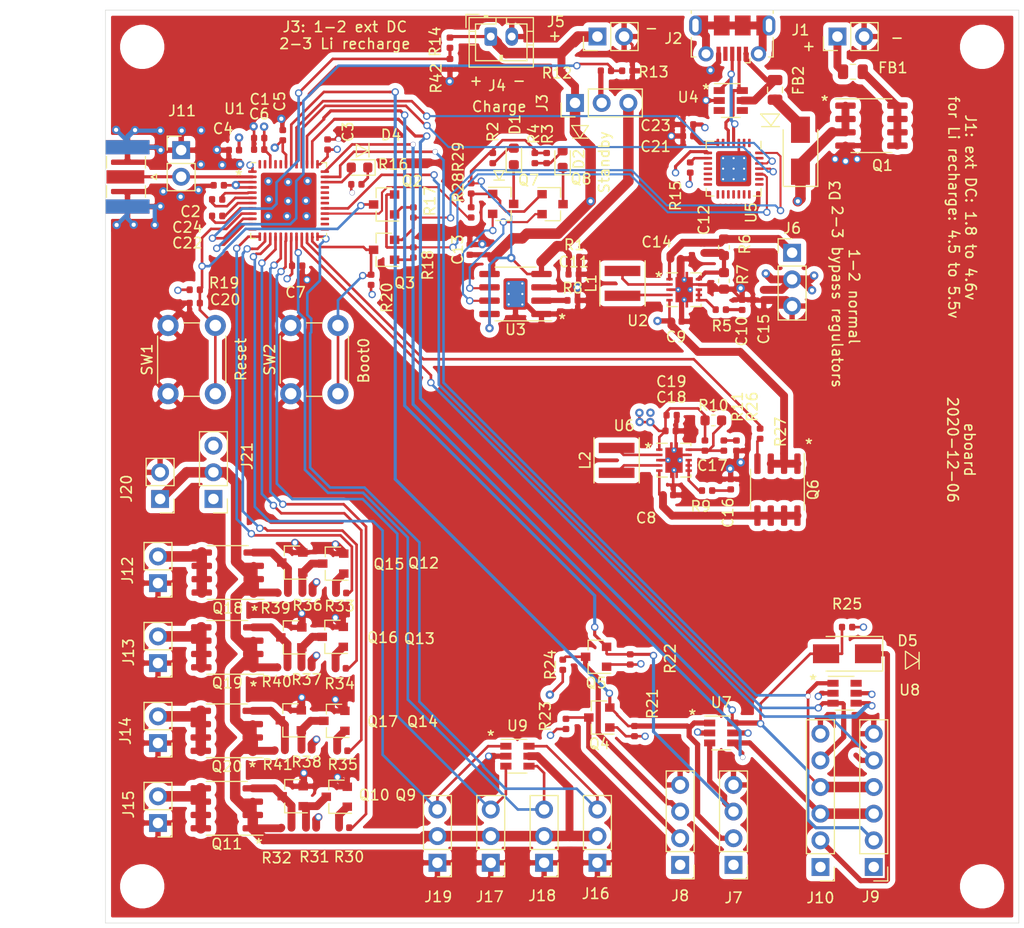
<source format=kicad_pcb>
(kicad_pcb (version 20171130) (host pcbnew 5.1.5+dfsg1-2build2)
  (layers (0 F.Cu signal) (1 In1.Cu signal hide) (2 In2.Cu signal hide) (31 B.Cu signal hide) (34 B.Paste user) (35 F.Paste user) (36 B.SilkS user) (37 F.SilkS user) (38 B.Mask user) (39 F.Mask user) (44 Edge.Cuts user))
  (net 0 "")
  (net 1 GND)
  (net 2 +3V3)
  (net 3 Vin)
  (net 4 "Net-(C10-Pad1)")
  (net 5 "Net-(C12-Pad2)")
  (net 6 Vraw)
  (net 7 "Net-(D1-Pad1)")
  (net 8 "Net-(D1-Pad2)")
  (net 9 "Net-(D2-Pad2)")
  (net 10 "Net-(D2-Pad1)")
  (net 11 "Net-(D3-Pad2)")
  (net 12 "Net-(FB1-Pad2)")
  (net 13 "Net-(FB1-Pad1)")
  (net 14 "Net-(FB2-Pad2)")
  (net 15 "Net-(J2-Pad6)")
  (net 16 USB_DM)
  (net 17 USB_DP)
  (net 18 "Net-(L1-Pad1)")
  (net 19 "Net-(L1-Pad2)")
  (net 20 "Net-(R5-Pad1)")
  (net 21 "Net-(R8-Pad1)")
  (net 22 SCLK)
  (net 23 WIFI)
  (net 24 Vraw_for_5v)
  (net 25 Vcharge)
  (net 26 "Net-(C12-Pad1)")
  (net 27 "Net-(C16-Pad1)")
  (net 28 "Net-(C17-Pad2)")
  (net 29 +5V)
  (net 30 RESET)
  (net 31 "Net-(D4-Pad1)")
  (net 32 STATUS_LED)
  (net 33 MISO_5v)
  (net 34 MISO)
  (net 35 SCL)
  (net 36 SDA)
  (net 37 SDA_5v)
  (net 38 SCL_5v)
  (net 39 SPI_CS0)
  (net 40 MOSI)
  (net 41 SPI_CS1)
  (net 42 "Net-(J12-Pad2)")
  (net 43 "Net-(J13-Pad2)")
  (net 44 "Net-(J14-Pad2)")
  (net 45 "Net-(J15-Pad2)")
  (net 46 Vstrong)
  (net 47 IO0)
  (net 48 IO2)
  (net 49 IO1)
  (net 50 IO3)
  (net 51 OUT0)
  (net 52 OUT1)
  (net 53 OUT2)
  (net 54 OUT3)
  (net 55 "Net-(L2-Pad1)")
  (net 56 "Net-(L2-Pad2)")
  (net 57 RTS)
  (net 58 "Net-(Q2-Pad1)")
  (net 59 BOOT0)
  (net 60 DTR)
  (net 61 "Net-(Q3-Pad1)")
  (net 62 "Net-(Q6-Pad4)")
  (net 63 nCHRG)
  (net 64 "Net-(Q7-Pad1)")
  (net 65 nSTDBY)
  (net 66 "Net-(Q10-Pad1)")
  (net 67 "Net-(Q9-Pad1)")
  (net 68 "Net-(Q10-Pad3)")
  (net 69 "Net-(Q12-Pad1)")
  (net 70 "Net-(Q12-Pad3)")
  (net 71 "Net-(Q13-Pad1)")
  (net 72 "Net-(Q13-Pad3)")
  (net 73 "Net-(Q14-Pad1)")
  (net 74 "Net-(Q14-Pad3)")
  (net 75 "Net-(Q15-Pad3)")
  (net 76 "Net-(Q16-Pad3)")
  (net 77 "Net-(Q17-Pad3)")
  (net 78 "Net-(R9-Pad1)")
  (net 79 "Net-(R11-Pad2)")
  (net 80 "Net-(R15-Pad2)")
  (net 81 DISABLE_5v)
  (net 82 ENABLE_STATUS)
  (net 83 RXD)
  (net 84 TXD)
  (net 85 "Net-(C22-Pad2)")
  (net 86 "Net-(C22-Pad1)")
  (net 87 "Net-(C24-Pad1)")
  (net 88 "Net-(C24-Pad2)")
  (net 89 ADC0)
  (net 90 ADC1)
  (module Package_SO:SOIC-8-1EP_3.9x4.9mm_P1.27mm_EP2.29x3mm_ThermalVias (layer F.Cu) (at 78.5568 57.5533 180)
    (fp_text reference U3 (at 0 -3.4) (layer F.SilkS))
    (fp_text value TP4056)
    (pad 9 smd roundrect (at 0 0 180) (size 2.29 3) (layers F.Cu F.Mask) (roundrect_rratio 0.10917) (net 1 GND))
    (pad 9 thru_hole circle (at -0.65 -1 180) (size 0.5 0.5) (drill 0.2) (layers *.Cu) (net 1 GND))
    (pad 9 thru_hole circle (at 0.65 -1 180) (size 0.5 0.5) (drill 0.2) (layers *.Cu) (net 1 GND))
    (pad 9 thru_hole circle (at -0.65 0 180) (size 0.5 0.5) (drill 0.2) (layers *.Cu) (net 1 GND))
    (pad 9 thru_hole circle (at 0.65 0 180) (size 0.5 0.5) (drill 0.2) (layers *.Cu) (net 1 GND))
    (pad 9 thru_hole circle (at -0.65 1 180) (size 0.5 0.5) (drill 0.2) (layers *.Cu) (net 1 GND))
    (pad 9 thru_hole circle (at 0.65 1 180) (size 0.5 0.5) (drill 0.2) (layers *.Cu) (net 1 GND))
    (pad 9 smd roundrect (at 0 0 180) (size 1.8 2.5) (layers B.Cu) (roundrect_rratio 0.138889) (net 1 GND))
    (pad 1 smd roundrect (at -2.475 -1.905 180) (size 1.95 0.6) (layers F.Cu F.Paste F.Mask) (net 1 GND))
    (pad 2 smd roundrect (at -2.475 -0.635 180) (size 1.95 0.6) (layers F.Cu F.Paste F.Mask) (net 21 "Net-(R8-Pad1)"))
    (pad 3 smd roundrect (at -2.475 0.635 180) (size 1.95 0.6) (layers F.Cu F.Paste F.Mask) (net 1 GND))
    (pad 4 smd roundrect (at -2.475 1.905 180) (size 1.95 0.6) (layers F.Cu F.Paste F.Mask) (net 25 Vcharge))
    (pad 5 smd roundrect (at 2.475 1.905 180) (size 1.95 0.6) (layers F.Cu F.Paste F.Mask) (net 6 Vraw))
    (pad 6 smd roundrect (at 2.475 0.635 180) (size 1.95 0.6) (layers F.Cu F.Paste F.Mask) (net 65 nSTDBY))
    (pad 7 smd roundrect (at 2.475 -0.635 180) (size 1.95 0.6) (layers F.Cu F.Paste F.Mask) (net 63 nCHRG))
    (pad 8 smd roundrect (at 2.475 -1.905 180) (size 1.95 0.6) (layers F.Cu F.Paste F.Mask) (net 25 Vcharge))
  )
  (module Capacitor_SMD:C_0402_1005Metric (layer F.Cu) (at 50.1396 48.5394 180)
    (fp_text reference C22 (at 2.8396 -4.1606) (layer F.SilkS))
    (fp_text value 330pF)
    (pad 2 smd roundrect (at 0.485 0 180) (size 0.59 0.64) (layers F.Cu F.Paste F.Mask) (net 85 "Net-(C22-Pad2)"))
    (pad 1 smd roundrect (at -0.485 0 180) (size 0.59 0.64) (layers F.Cu F.Paste F.Mask) (net 86 "Net-(C22-Pad1)"))
  )
  (module Capacitor_SMD:C_0402_1005Metric (layer F.Cu) (at 95 41.4 180)
    (fp_text reference C23 (at 3.1 -0.1) (layer F.SilkS))
    (fp_text value 1u)
    (pad 1 smd roundrect (at -0.485 0 180) (size 0.59 0.64) (layers F.Cu F.Paste F.Mask) (net 2 +3V3))
    (pad 2 smd roundrect (at 0.485 0 180) (size 0.59 0.64) (layers F.Cu F.Paste F.Mask) (net 1 GND))
  )
  (module Capacitor_SMD:C_0402_1005Metric (layer F.Cu) (at 54.14 42.688 180)
    (fp_text reference C1 (at -0.06 3.688) (layer F.SilkS))
    (fp_text value 10u)
    (pad 2 smd roundrect (at 0.485 0 180) (size 0.59 0.64) (layers F.Cu F.Paste F.Mask) (net 1 GND))
    (pad 1 smd roundrect (at -0.485 0 180) (size 0.59 0.64) (layers F.Cu F.Paste F.Mask) (net 2 +3V3))
  )
  (module Capacitor_SMD:C_0402_1005Metric (layer F.Cu) (at 50.292 47.1932 180)
    (fp_text reference C2 (at 2.692 -2.5068) (layer F.SilkS))
    (fp_text value 100n)
    (pad 1 smd roundrect (at -0.485 0 180) (size 0.59 0.64) (layers F.Cu F.Paste F.Mask) (net 2 +3V3))
    (pad 2 smd roundrect (at 0.485 0 180) (size 0.59 0.64) (layers F.Cu F.Paste F.Mask) (net 1 GND))
  )
  (module Capacitor_SMD:C_0402_1005Metric (layer F.Cu) (at 60.6552 43.307 90)
    (fp_text reference C3 (at 1.207 1.9448 90) (layer F.SilkS))
    (fp_text value 100n)
    (pad 2 smd roundrect (at 0.485 0 90) (size 0.59 0.64) (layers F.Cu F.Paste F.Mask) (net 1 GND))
    (pad 1 smd roundrect (at -0.485 0 90) (size 0.59 0.64) (layers F.Cu F.Paste F.Mask) (net 2 +3V3))
  )
  (module Capacitor_SMD:C_0402_1005Metric (layer F.Cu) (at 51.7398 43.8404 180)
    (fp_text reference C4 (at 1.0398 2.0404) (layer F.SilkS))
    (fp_text value 100n)
    (pad 2 smd roundrect (at 0.485 0 180) (size 0.59 0.64) (layers F.Cu F.Paste F.Mask) (net 1 GND))
    (pad 1 smd roundrect (at -0.485 0 180) (size 0.59 0.64) (layers F.Cu F.Paste F.Mask) (net 2 +3V3))
  )
  (module Capacitor_SMD:C_0402_1005Metric (layer F.Cu) (at 56.388 42.418 90)
    (fp_text reference C5 (at 3.218 -0.288 90) (layer F.SilkS))
    (fp_text value 100n)
    (pad 2 smd roundrect (at 0.485 0 90) (size 0.59 0.64) (layers F.Cu F.Paste F.Mask) (net 1 GND))
    (pad 1 smd roundrect (at -0.485 0 90) (size 0.59 0.64) (layers F.Cu F.Paste F.Mask) (net 2 +3V3))
  )
  (module Capacitor_SMD:C_0402_1005Metric (layer F.Cu) (at 54.14 43.788 180)
    (fp_text reference C6 (at 0 3.388) (layer F.SilkS))
    (fp_text value 100n)
    (pad 1 smd roundrect (at -0.485 0 180) (size 0.59 0.64) (layers F.Cu F.Paste F.Mask) (net 2 +3V3))
    (pad 2 smd roundrect (at 0.485 0 180) (size 0.59 0.64) (layers F.Cu F.Paste F.Mask) (net 1 GND))
  )
  (module Capacitor_SMD:C_0402_1005Metric (layer F.Cu) (at 57.7596 54.864)
    (fp_text reference C7 (at -0.1596 2.536) (layer F.SilkS))
    (fp_text value 100n)
    (pad 2 smd roundrect (at 0.485 0) (size 0.59 0.64) (layers F.Cu F.Paste F.Mask) (net 1 GND))
    (pad 1 smd roundrect (at -0.485 0) (size 0.59 0.64) (layers F.Cu F.Paste F.Mask) (net 2 +3V3))
  )
  (module Capacitor_SMD:C_0402_1005Metric (layer F.Cu) (at 93.8936 60.1626)
    (fp_text reference C9 (at -0.0508 1.4732) (layer F.SilkS))
    (fp_text value 10u)
    (pad 1 smd roundrect (at -0.485 0) (size 0.59 0.64) (layers F.Cu F.Paste F.Mask) (net 6 Vraw))
    (pad 2 smd roundrect (at 0.485 0) (size 0.59 0.64) (layers F.Cu F.Paste F.Mask) (net 1 GND))
  )
  (module Capacitor_SMD:C_0402_1005Metric (layer F.Cu) (at 100.142 58.5878 90)
    (fp_text reference C10 (at -2.5122 -0.042 90) (layer F.SilkS))
    (fp_text value 100n)
    (pad 1 smd roundrect (at -0.485 0 90) (size 0.59 0.64) (layers F.Cu F.Paste F.Mask) (net 4 "Net-(C10-Pad1)"))
    (pad 2 smd roundrect (at 0.485 0 90) (size 0.59 0.64) (layers F.Cu F.Paste F.Mask) (net 1 GND))
  )
  (module Capacitor_SMD:C_0402_1005Metric (layer F.Cu) (at 84.094 55.6737)
    (fp_text reference C11 (at 0 -1.17) (layer F.SilkS))
    (fp_text value 10u)
    (pad 1 smd roundrect (at -0.485 0) (size 0.59 0.64) (layers F.Cu F.Paste F.Mask) (net 25 Vcharge))
    (pad 2 smd roundrect (at 0.485 0) (size 0.59 0.64) (layers F.Cu F.Paste F.Mask) (net 1 GND))
  )
  (module Capacitor_SMD:C_0402_1005Metric (layer F.Cu) (at 96.5352 53.1522 270)
    (fp_text reference C12 (at -2.6522 0.0352 90) (layer F.SilkS))
    (fp_text value 2.2pF)
    (pad 2 smd roundrect (at 0.485 0 270) (size 0.59 0.64) (layers F.Cu F.Paste F.Mask) (net 5 "Net-(C12-Pad2)"))
    (pad 1 smd roundrect (at -0.485 0 270) (size 0.59 0.64) (layers F.Cu F.Paste F.Mask) (net 26 "Net-(C12-Pad1)"))
  )
  (module Capacitor_SMD:C_0402_1005Metric (layer F.Cu) (at 74.21 53.33 90)
    (fp_text reference C13 (at 0 -1.17 90) (layer F.SilkS))
    (fp_text value 10u)
    (pad 2 smd roundrect (at 0.485 0 90) (size 0.59 0.64) (layers F.Cu F.Paste F.Mask) (net 1 GND))
    (pad 1 smd roundrect (at -0.485 0 90) (size 0.59 0.64) (layers F.Cu F.Paste F.Mask) (net 6 Vraw))
  )
  (module Capacitor_SMD:C_0402_1005Metric (layer F.Cu) (at 93.8 54.2)
    (fp_text reference C14 (at -1.8 -1.6) (layer F.SilkS))
    (fp_text value 10u)
    (pad 1 smd roundrect (at -0.485 0) (size 0.59 0.64) (layers F.Cu F.Paste F.Mask) (net 26 "Net-(C12-Pad1)"))
    (pad 2 smd roundrect (at 0.485 0) (size 0.59 0.64) (layers F.Cu F.Paste F.Mask) (net 1 GND))
  )
  (module Capacitor_SMD:C_0402_1005Metric (layer F.Cu) (at 102.2 57.6428 270)
    (fp_text reference C15 (at 3.2572 0 90) (layer F.SilkS))
    (fp_text value 10u)
    (pad 2 smd roundrect (at 0.485 0 270) (size 0.59 0.64) (layers F.Cu F.Paste F.Mask) (net 1 GND))
    (pad 1 smd roundrect (at -0.485 0 270) (size 0.59 0.64) (layers F.Cu F.Paste F.Mask) (net 2 +3V3))
  )
  (module LED_SMD:LED_0603_1608Metric (layer F.Cu) (at 78.3971 44.44492 90)
    (fp_text reference D1 (at 3.04492 0.1029 90) (layer F.SilkS))
    (fp_text value ledgreen)
    (pad 1 smd roundrect (at -0.7875 0 90) (size 0.875 0.95) (layers F.Cu F.Paste F.Mask) (net 7 "Net-(D1-Pad1)"))
    (pad 2 smd roundrect (at 0.7875 0 90) (size 0.875 0.95) (layers F.Cu F.Paste F.Mask) (net 8 "Net-(D1-Pad2)"))
  )
  (module LED_SMD:LED_0603_1608Metric (layer F.Cu) (at 83.0453 44.69892 90)
    (fp_text reference D2 (at -0.00108 1.5547 90) (layer F.SilkS))
    (fp_text value ledyellow)
    (pad 2 smd roundrect (at 0.7875 0 90) (size 0.875 0.95) (layers F.Cu F.Paste F.Mask) (net 9 "Net-(D2-Pad2)"))
    (pad 1 smd roundrect (at -0.7875 0 90) (size 0.875 0.95) (layers F.Cu F.Paste F.Mask) (net 10 "Net-(D2-Pad1)"))
  )
  (module Diode_SMD:D_SMA (layer F.Cu) (at 105.7 43.9 90)
    (fp_text reference D3 (at -3.8 3.3 90) (layer F.SilkS))
    (fp_text value SS210)
    (pad 1 smd rect (at -2 0 90) (size 2.5 1.8) (layers F.Cu F.Paste F.Mask) (net 3 Vin))
    (pad 2 smd rect (at 2 0 90) (size 2.5 1.8) (layers F.Cu F.Paste F.Mask) (net 11 "Net-(D3-Pad2)"))
  )
  (module Inductor_SMD:L_0805_2012Metric (layer F.Cu) (at 110.6932 36.3728 180)
    (fp_text reference FB1 (at -3.8068 0.3728) (layer F.SilkS))
    (fp_text value bead)
    (pad 2 smd roundrect (at 0.9375 0 180) (size 0.975 1.4) (layers F.Cu F.Paste F.Mask) (net 12 "Net-(FB1-Pad2)"))
    (pad 1 smd roundrect (at -0.9375 0 180) (size 0.975 1.4) (layers F.Cu F.Paste F.Mask) (net 13 "Net-(FB1-Pad1)"))
  )
  (module Inductor_SMD:L_0805_2012Metric (layer F.Cu) (at 103.2764 38.1 90)
    (fp_text reference FB2 (at 0.9 2.2236 90) (layer F.SilkS))
    (fp_text value bead)
    (pad 1 smd roundrect (at -0.9375 0 90) (size 0.975 1.4) (layers F.Cu F.Paste F.Mask) (net 11 "Net-(D3-Pad2)"))
    (pad 2 smd roundrect (at 0.9375 0 90) (size 0.975 1.4) (layers F.Cu F.Paste F.Mask) (net 14 "Net-(FB2-Pad2)"))
  )
  (module Connector_PinHeader_2.54mm:PinHeader_1x02_P2.54mm_Vertical (layer F.Cu) (at 109.22 33.02 90)
    (fp_text reference J1 (at 0.62 -3.52 180) (layer F.SilkS))
    (fp_text value Conn_01x02_Male)
    (pad 1 thru_hole rect (at 0 0 90) (size 1.7 1.7) (drill 1) (layers *.Cu *.Mask) (net 12 "Net-(FB1-Pad2)"))
    (pad 2 thru_hole oval (at 0 2.54 90) (size 1.7 1.7) (drill 1) (layers *.Cu *.Mask) (net 1 GND))
  )
  (module Connector_USB:USB_Micro-B_Molex-105017-0001 (layer F.Cu) (at 99.2 33.2 180)
    (fp_text reference J2 (at 5.6 0) (layer F.SilkS))
    (fp_text value USB_B_Micro)
    (pad 6 smd rect (at 1 1.2375 180) (size 1.5 1.9) (layers F.Cu F.Paste F.Mask) (net 15 "Net-(J2-Pad6)"))
    (pad 6 thru_hole circle (at -2.5 -1.4625 180) (size 1.45 1.45) (drill 0.85) (layers *.Cu *.Mask) (net 15 "Net-(J2-Pad6)"))
    (pad 2 smd rect (at -0.65 -1.4625 180) (size 0.4 1.35) (layers F.Cu F.Paste F.Mask) (net 16 USB_DM))
    (pad 1 smd rect (at -1.3 -1.4625 180) (size 0.4 1.35) (layers F.Cu F.Paste F.Mask) (net 14 "Net-(FB2-Pad2)"))
    (pad 5 smd rect (at 1.3 -1.4625 180) (size 0.4 1.35) (layers F.Cu F.Paste F.Mask) (net 1 GND))
    (pad 4 smd rect (at 0.65 -1.4625 180) (size 0.4 1.35) (layers F.Cu F.Paste F.Mask))
    (pad 3 smd rect (at 0 -1.4625 180) (size 0.4 1.35) (layers F.Cu F.Paste F.Mask) (net 17 USB_DP))
    (pad 6 thru_hole circle (at 2.5 -1.4625 180) (size 1.45 1.45) (drill 0.85) (layers *.Cu *.Mask) (net 15 "Net-(J2-Pad6)"))
    (pad 6 smd rect (at -1 1.2375 180) (size 1.5 1.9) (layers F.Cu F.Paste F.Mask) (net 15 "Net-(J2-Pad6)"))
    (pad 6 thru_hole oval (at -3.5 1.2375) (size 1.2 1.9) (drill oval 0.6 1.3) (layers *.Cu *.Mask) (net 15 "Net-(J2-Pad6)"))
    (pad 6 thru_hole oval (at 3.5 1.2375 180) (size 1.2 1.9) (drill oval 0.6 1.3) (layers *.Cu *.Mask) (net 15 "Net-(J2-Pad6)"))
    (pad 6 smd rect (at 2.9 1.2375 180) (size 1.2 1.9) (layers F.Cu F.Mask) (net 15 "Net-(J2-Pad6)"))
    (pad 6 smd rect (at -2.9 1.2375 180) (size 1.2 1.9) (layers F.Cu F.Mask) (net 15 "Net-(J2-Pad6)"))
  )
  (module Connector_PinHeader_2.54mm:PinHeader_1x03_P2.54mm_Vertical (layer F.Cu) (at 84.2264 39.3446 90)
    (fp_text reference J3 (at 0 -3.1264 90) (layer F.SilkS))
    (fp_text value Conn_01x03_Male)
    (pad 1 thru_hole rect (at 0 0 90) (size 1.7 1.7) (drill 1) (layers *.Cu *.Mask) (net 6 Vraw))
    (pad 2 thru_hole oval (at 0 2.54 90) (size 1.7 1.7) (drill 1) (layers *.Cu *.Mask) (net 3 Vin))
    (pad 3 thru_hole oval (at 0 5.08 90) (size 1.7 1.7) (drill 1) (layers *.Cu *.Mask) (net 25 Vcharge))
  )
  (module Connector_PinHeader_2.54mm:PinHeader_1x02_P2.54mm_Vertical (layer F.Cu) (at 86.36 33.02 90)
    (fp_text reference J5 (at 1.42 -3.96 180) (layer F.SilkS))
    (fp_text value Conn_01x02_Male)
    (pad 2 thru_hole oval (at 0 2.54 90) (size 1.7 1.7) (drill 1) (layers *.Cu *.Mask) (net 1 GND))
    (pad 1 thru_hole rect (at 0 0 90) (size 1.7 1.7) (drill 1) (layers *.Cu *.Mask) (net 6 Vraw))
  )
  (module Inductor_SMD:L_Coilcraft_XxL4020 (layer F.Cu) (at 88.7476 56.5404 90)
    (fp_text reference L1 (at 0 -3 90) (layer F.SilkS))
    (fp_text value 2.2uH)
    (pad 1 smd rect (at -1.185 0 90) (size 0.98 3.4) (layers F.Cu F.Paste F.Mask) (net 18 "Net-(L1-Pad1)"))
    (pad 2 smd rect (at 1.185 0 90) (size 0.98 3.4) (layers F.Cu F.Paste F.Mask) (net 19 "Net-(L1-Pad2)"))
  )
  (module Resistor_SMD:R_0402_1005Metric (layer F.Cu) (at 76.3905 44.6 90)
    (fp_text reference R2 (at 2.5 0.0095 90) (layer F.SilkS))
    (fp_text value 10k)
    (pad 1 smd roundrect (at -0.485 0 90) (size 0.59 0.64) (layers F.Cu F.Paste F.Mask) (net 8 "Net-(D1-Pad2)"))
    (pad 2 smd roundrect (at 0.485 0 90) (size 0.59 0.64) (layers F.Cu F.Paste F.Mask) (net 25 Vcharge))
  )
  (module Resistor_SMD:R_0402_1005Metric (layer F.Cu) (at 81.5217 44.6 270)
    (fp_text reference R3 (at -2.3 -0.0783 90) (layer F.SilkS))
    (fp_text value 10k)
    (pad 1 smd roundrect (at -0.485 0 270) (size 0.59 0.64) (layers F.Cu F.Paste F.Mask) (net 25 Vcharge))
    (pad 2 smd roundrect (at 0.485 0 270) (size 0.59 0.64) (layers F.Cu F.Paste F.Mask) (net 9 "Net-(D2-Pad2)"))
  )
  (module Resistor_SMD:R_0402_1005Metric (layer F.Cu) (at 80.4 44.6 270)
    (fp_text reference R4 (at -2.3 0.1 90) (layer F.SilkS))
    (fp_text value 10k)
    (pad 2 smd roundrect (at 0.485 0 270) (size 0.59 0.64) (layers F.Cu F.Paste F.Mask) (net 9 "Net-(D2-Pad2)"))
    (pad 1 smd roundrect (at -0.485 0 270) (size 0.59 0.64) (layers F.Cu F.Paste F.Mask) (net 25 Vcharge))
  )
  (module Resistor_SMD:R_0402_1005Metric (layer F.Cu) (at 98.11 59.045)
    (fp_text reference R5 (at 0.09 1.555) (layer F.SilkS))
    (fp_text value 100)
    (pad 1 smd roundrect (at -0.485 0) (size 0.59 0.64) (layers F.Cu F.Paste F.Mask) (net 20 "Net-(R5-Pad1)"))
    (pad 2 smd roundrect (at 0.485 0) (size 0.59 0.64) (layers F.Cu F.Paste F.Mask) (net 4 "Net-(C10-Pad1)"))
  )
  (module Resistor_SMD:R_0603_1608Metric (layer F.Cu) (at 98.4148 53.1014 270)
    (fp_text reference R6 (at -0.3014 -1.9852 90) (layer F.SilkS))
    (fp_text value 1meg)
    (pad 1 smd roundrect (at -0.7875 0 270) (size 0.875 0.95) (layers F.Cu F.Paste F.Mask) (net 26 "Net-(C12-Pad1)"))
    (pad 2 smd roundrect (at 0.7875 0 270) (size 0.875 0.95) (layers F.Cu F.Paste F.Mask) (net 5 "Net-(C12-Pad2)"))
  )
  (module Resistor_SMD:R_0603_1608Metric (layer F.Cu) (at 98.4148 56.3018 270)
    (fp_text reference R7 (at -0.6018 -1.7852 90) (layer F.SilkS))
    (fp_text value 180k)
    (pad 2 smd roundrect (at 0.7875 0 270) (size 0.875 0.95) (layers F.Cu F.Paste F.Mask) (net 1 GND))
    (pad 1 smd roundrect (at -0.7875 0 270) (size 0.875 0.95) (layers F.Cu F.Paste F.Mask) (net 5 "Net-(C12-Pad2)"))
  )
  (module Resistor_SMD:R_0402_1005Metric (layer F.Cu) (at 83.9924 58.1629)
    (fp_text reference R8 (at 0 -1.17) (layer F.SilkS))
    (fp_text value 10k)
    (pad 2 smd roundrect (at 0.485 0) (size 0.59 0.64) (layers F.Cu F.Paste F.Mask) (net 1 GND))
    (pad 1 smd roundrect (at -0.485 0) (size 0.59 0.64) (layers F.Cu F.Paste F.Mask) (net 21 "Net-(R8-Pad1)"))
  )
  (module Package_DFN_QFN:QFN-48-1EP_7x7mm_P0.5mm_EP5.3x5.3mm (layer F.Cu) (at 56.948 48.642)
    (fp_text reference U1 (at -5.148 -8.742) (layer F.SilkS))
    (fp_text value ESP32-PICO-D4)
    (pad 49 smd roundrect (at 0 0) (size 5.3 5.3) (layers F.Cu F.Mask) (roundrect_rratio 0.04717) (net 1 GND))
    (pad 1 smd roundrect (at -3.45 -2.75) (size 0.8 0.25) (layers F.Cu F.Paste F.Mask) (net 2 +3V3))
    (pad 2 smd roundrect (at -3.45 -2.25) (size 0.8 0.25) (layers F.Cu F.Paste F.Mask) (net 23 WIFI))
    (pad 3 smd roundrect (at -3.45 -1.75) (size 0.8 0.25) (layers F.Cu F.Paste F.Mask) (net 2 +3V3))
    (pad 4 smd roundrect (at -3.45 -1.25) (size 0.8 0.25) (layers F.Cu F.Paste F.Mask) (net 2 +3V3))
    (pad 5 smd roundrect (at -3.45 -0.75) (size 0.8 0.25) (layers F.Cu F.Paste F.Mask) (net 86 "Net-(C22-Pad1)"))
    (pad 6 smd roundrect (at -3.45 -0.25) (size 0.8 0.25) (layers F.Cu F.Paste F.Mask) (net 85 "Net-(C22-Pad2)"))
    (pad 7 smd roundrect (at -3.45 0.25) (size 0.8 0.25) (layers F.Cu F.Paste F.Mask) (net 88 "Net-(C24-Pad2)"))
    (pad 8 smd roundrect (at -3.45 0.75) (size 0.8 0.25) (layers F.Cu F.Paste F.Mask) (net 87 "Net-(C24-Pad1)"))
    (pad 9 smd roundrect (at -3.45 1.25) (size 0.8 0.25) (layers F.Cu F.Paste F.Mask) (net 30 RESET))
    (pad 10 smd roundrect (at -3.45 1.75) (size 0.8 0.25) (layers F.Cu F.Paste F.Mask) (net 90 ADC1))
    (pad 11 smd roundrect (at -3.45 2.25) (size 0.8 0.25) (layers F.Cu F.Paste F.Mask) (net 89 ADC0))
    (pad 12 smd roundrect (at -3.45 2.75) (size 0.8 0.25) (layers F.Cu F.Paste F.Mask))
    (pad 13 smd roundrect (at -2.75 3.45) (size 0.25 0.8) (layers F.Cu F.Paste F.Mask) (net 54 OUT3))
    (pad 14 smd roundrect (at -2.25 3.45) (size 0.25 0.8) (layers F.Cu F.Paste F.Mask) (net 53 OUT2))
    (pad 15 smd roundrect (at -1.75 3.45) (size 0.25 0.8) (layers F.Cu F.Paste F.Mask) (net 50 IO3))
    (pad 16 smd roundrect (at -1.25 3.45) (size 0.25 0.8) (layers F.Cu F.Paste F.Mask) (net 52 OUT1))
    (pad 17 smd roundrect (at -0.75 3.45) (size 0.25 0.8) (layers F.Cu F.Paste F.Mask) (net 51 OUT0))
    (pad 18 smd roundrect (at -0.25 3.45) (size 0.25 0.8) (layers F.Cu F.Paste F.Mask) (net 48 IO2))
    (pad 19 smd roundrect (at 0.25 3.45) (size 0.25 0.8) (layers F.Cu F.Paste F.Mask) (net 2 +3V3))
    (pad 20 smd roundrect (at 0.75 3.45) (size 0.25 0.8) (layers F.Cu F.Paste F.Mask) (net 49 IO1))
    (pad 21 smd roundrect (at 1.25 3.45) (size 0.25 0.8) (layers F.Cu F.Paste F.Mask) (net 39 SPI_CS0))
    (pad 22 smd roundrect (at 1.75 3.45) (size 0.25 0.8) (layers F.Cu F.Paste F.Mask) (net 81 DISABLE_5v))
    (pad 23 smd roundrect (at 2.25 3.45) (size 0.25 0.8) (layers F.Cu F.Paste F.Mask) (net 59 BOOT0))
    (pad 24 smd roundrect (at 2.75 3.45) (size 0.25 0.8) (layers F.Cu F.Paste F.Mask) (net 47 IO0))
    (pad 25 smd roundrect (at 3.45 2.75) (size 0.8 0.25) (layers F.Cu F.Paste F.Mask))
    (pad 26 smd roundrect (at 3.45 2.25) (size 0.8 0.25) (layers F.Cu F.Paste F.Mask))
    (pad 27 smd roundrect (at 3.45 1.75) (size 0.8 0.25) (layers F.Cu F.Paste F.Mask))
    (pad 28 smd roundrect (at 3.45 1.25) (size 0.8 0.25) (layers F.Cu F.Paste F.Mask) (net 82 ENABLE_STATUS))
    (pad 29 smd roundrect (at 3.45 0.75) (size 0.8 0.25) (layers F.Cu F.Paste F.Mask) (net 41 SPI_CS1))
    (pad 30 smd roundrect (at 3.45 0.25) (size 0.8 0.25) (layers F.Cu F.Paste F.Mask))
    (pad 31 smd roundrect (at 3.45 -0.25) (size 0.8 0.25) (layers F.Cu F.Paste F.Mask))
    (pad 32 smd roundrect (at 3.45 -0.75) (size 0.8 0.25) (layers F.Cu F.Paste F.Mask))
    (pad 33 smd roundrect (at 3.45 -1.25) (size 0.8 0.25) (layers F.Cu F.Paste F.Mask))
    (pad 34 smd roundrect (at 3.45 -1.75) (size 0.8 0.25) (layers F.Cu F.Paste F.Mask) (net 32 STATUS_LED))
    (pad 35 smd roundrect (at 3.45 -2.25) (size 0.8 0.25) (layers F.Cu F.Paste F.Mask) (net 22 SCLK))
    (pad 36 smd roundrect (at 3.45 -2.75) (size 0.8 0.25) (layers F.Cu F.Paste F.Mask) (net 40 MOSI))
    (pad 37 smd roundrect (at 2.75 -3.45) (size 0.25 0.8) (layers F.Cu F.Paste F.Mask) (net 2 +3V3))
    (pad 38 smd roundrect (at 2.25 -3.45) (size 0.25 0.8) (layers F.Cu F.Paste F.Mask) (net 34 MISO))
    (pad 39 smd roundrect (at 1.75 -3.45) (size 0.25 0.8) (layers F.Cu F.Paste F.Mask) (net 35 SCL))
    (pad 40 smd roundrect (at 1.25 -3.45) (size 0.25 0.8) (layers F.Cu F.Paste F.Mask) (net 83 RXD))
    (pad 41 smd roundrect (at 0.75 -3.45) (size 0.25 0.8) (layers F.Cu F.Paste F.Mask) (net 84 TXD))
    (pad 42 smd roundrect (at 0.25 -3.45) (size 0.25 0.8) (layers F.Cu F.Paste F.Mask) (net 36 SDA))
    (pad 43 smd roundrect (at -0.25 -3.45) (size 0.25 0.8) (layers F.Cu F.Paste F.Mask) (net 2 +3V3))
    (pad 44 smd roundrect (at -0.75 -3.45) (size 0.25 0.8) (layers F.Cu F.Paste F.Mask))
    (pad 45 smd roundrect (at -1.25 -3.45) (size 0.25 0.8) (layers F.Cu F.Paste F.Mask))
    (pad 46 smd roundrect (at -1.75 -3.45) (size 0.25 0.8) (layers F.Cu F.Paste F.Mask) (net 2 +3V3))
    (pad 47 smd roundrect (at -2.25 -3.45) (size 0.25 0.8) (layers F.Cu F.Paste F.Mask))
    (pad 48 smd roundrect (at -2.75 -3.45) (size 0.25 0.8) (layers F.Cu F.Paste F.Mask))
  )
  (module Package_TO_SOT_SMD:SOT-23-6 (layer F.Cu) (at 99.06 39.116)
    (fp_text reference U4 (at -4.06 -0.316) (layer F.SilkS))
    (fp_text value SRV05-4)
    (pad 1 smd rect (at -1.1 -0.95) (size 1.06 0.65) (layers F.Cu F.Paste F.Mask) (net 17 USB_DP))
    (pad 2 smd rect (at -1.1 0) (size 1.06 0.65) (layers F.Cu F.Paste F.Mask) (net 1 GND))
    (pad 3 smd rect (at -1.1 0.95) (size 1.06 0.65) (layers F.Cu F.Paste F.Mask))
    (pad 4 smd rect (at 1.1 0.95) (size 1.06 0.65) (layers F.Cu F.Paste F.Mask))
    (pad 6 smd rect (at 1.1 -0.95) (size 1.06 0.65) (layers F.Cu F.Paste F.Mask) (net 16 USB_DM))
    (pad 5 smd rect (at 1.1 0) (size 1.06 0.65) (layers F.Cu F.Paste F.Mask) (net 14 "Net-(FB2-Pad2)"))
  )
  (module Package_SON:Texas_DRC0010J_ThermalVias (layer F.Cu) (at 94.624 57.1438)
    (fp_text reference U2 (at -4.424 2.9562) (layer F.SilkS))
    (fp_text value TPS63000)
    (pad 1 smd rect (at -1.4 -1) (size 0.6 0.24) (layers F.Cu F.Paste F.Mask) (net 26 "Net-(C12-Pad1)"))
    (pad 2 smd rect (at -1.4 -0.5) (size 0.6 0.24) (layers F.Cu F.Paste F.Mask) (net 19 "Net-(L1-Pad2)"))
    (pad 3 smd rect (at -1.4 0) (size 0.6 0.24) (layers F.Cu F.Paste F.Mask) (net 1 GND))
    (pad 4 smd rect (at -1.4 0.5) (size 0.6 0.24) (layers F.Cu F.Paste F.Mask) (net 18 "Net-(L1-Pad1)"))
    (pad 5 smd rect (at -1.4 1) (size 0.6 0.24) (layers F.Cu F.Paste F.Mask) (net 6 Vraw))
    (pad 6 smd rect (at 1.4 1) (size 0.6 0.24) (layers F.Cu F.Paste F.Mask) (net 20 "Net-(R5-Pad1)"))
    (pad 7 smd rect (at 1.4 0.5) (size 0.6 0.24) (layers F.Cu F.Paste F.Mask) (net 20 "Net-(R5-Pad1)"))
    (pad 8 smd rect (at 1.4 0) (size 0.6 0.24) (layers F.Cu F.Paste F.Mask) (net 20 "Net-(R5-Pad1)"))
    (pad 9 smd rect (at 1.4 -0.5) (size 0.6 0.24) (layers F.Cu F.Paste F.Mask) (net 1 GND))
    (pad 10 smd rect (at 1.4 -1) (size 0.6 0.24) (layers F.Cu F.Paste F.Mask) (net 5 "Net-(C12-Pad2)"))
    (pad 11 smd custom (at 0 0) (size 1.65 2.4) (layers F.Cu F.Mask) (net 1 GND) (options (clearance outline) (anchor rect)) (primitives (gr_poly (pts (xy -0.375 -1.1) (xy -0.375 -1.7) (xy -0.125 -1.7) (xy -0.125 -1.1) (xy 0.125 -1.1) (xy 0.125 -1.7) (xy 0.375 -1.7) (xy 0.375 1.7) (xy 0.125 1.7) (xy 0.125 1.1) (xy -0.125 1.1) (xy -0.125 1.7) (xy -0.375 1.7)) (width 0))))
    (pad 11 thru_hole circle (at 0 0.95) (size 0.5 0.5) (drill 0.2) (layers *.Cu) (net 1 GND))
    (pad 11 thru_hole circle (at -0.575 0) (size 0.5 0.5) (drill 0.2) (layers *.Cu) (net 1 GND))
    (pad 11 thru_hole circle (at 0.575 0) (size 0.5 0.5) (drill 0.2) (layers *.Cu) (net 1 GND))
    (pad 11 thru_hole circle (at 0 -0.95) (size 0.5 0.5) (drill 0.2) (layers *.Cu) (net 1 GND))
  )
  (module Connector_Coaxial:SMA_Samtec_SMA-J-P-X-ST-EM1_EdgeMount (layer F.Cu) (at 41.6 46.392 270)
    (fp_text reference AE1 hide)
    (fp_text value Antenna_Shield)
    (pad 2 smd rect (at -2.825 0 270) (size 1.35 4.2) (layers B.Cu B.Paste B.Mask) (net 1 GND))
    (pad 2 smd rect (at 2.825 0 270) (size 1.35 4.2) (layers B.Cu B.Paste B.Mask) (net 1 GND))
    (pad 2 smd rect (at -2.825 0 270) (size 1.35 4.2) (layers F.Cu F.Paste F.Mask) (net 1 GND))
    (pad 2 smd rect (at 2.825 0 270) (size 1.35 4.2) (layers F.Cu F.Paste F.Mask) (net 1 GND))
    (pad 1 smd rect (at 0 0.2 270) (size 1.27 3.6) (layers F.Cu F.Paste F.Mask) (net 23 WIFI))
  )
  (module Capacitor_SMD:C_0402_1005Metric (layer F.Cu) (at 93.091 76.708)
    (fp_text reference C8 (at -2.091 2.192) (layer F.SilkS))
    (fp_text value 10u)
    (pad 2 smd roundrect (at 0.485 0) (size 0.59 0.64) (layers F.Cu F.Paste F.Mask) (net 1 GND))
    (pad 1 smd roundrect (at -0.485 0) (size 0.59 0.64) (layers F.Cu F.Paste F.Mask) (net 24 Vraw_for_5v))
  )
  (module Capacitor_SMD:C_0402_1005Metric (layer F.Cu) (at 99.0542 75.689 90)
    (fp_text reference C16 (at -2.711 -0.2542 90) (layer F.SilkS))
    (fp_text value 100n)
    (pad 2 smd roundrect (at 0.485 0 90) (size 0.59 0.64) (layers F.Cu F.Paste F.Mask) (net 1 GND))
    (pad 1 smd roundrect (at -0.485 0 90) (size 0.59 0.64) (layers F.Cu F.Paste F.Mask) (net 27 "Net-(C16-Pad1)"))
  )
  (module Capacitor_SMD:C_0402_1005Metric (layer F.Cu) (at 96.6 72 270)
    (fp_text reference C17 (at 1.9 -0.7 180) (layer F.SilkS))
    (fp_text value 2.2pF)
    (pad 2 smd roundrect (at 0.485 0 270) (size 0.59 0.64) (layers F.Cu F.Paste F.Mask) (net 28 "Net-(C17-Pad2)"))
    (pad 1 smd roundrect (at -0.485 0 270) (size 0.59 0.64) (layers F.Cu F.Paste F.Mask) (net 29 +5V))
  )
  (module Capacitor_SMD:C_0402_1005Metric (layer F.Cu) (at 93.3296 70.6034)
    (fp_text reference C18 (at 0.0704 -3.2034) (layer F.SilkS))
    (fp_text value 10u)
    (pad 1 smd roundrect (at -0.485 0) (size 0.59 0.64) (layers F.Cu F.Paste F.Mask) (net 29 +5V))
    (pad 2 smd roundrect (at 0.485 0) (size 0.59 0.64) (layers F.Cu F.Paste F.Mask) (net 1 GND))
  )
  (module Capacitor_SMD:C_0402_1005Metric (layer F.Cu) (at 93.4296 69.1034)
    (fp_text reference C19 (at -0.0296 -3.2034) (layer F.SilkS))
    (fp_text value 10u)
    (pad 1 smd roundrect (at -0.485 0) (size 0.59 0.64) (layers F.Cu F.Paste F.Mask) (net 29 +5V))
    (pad 2 smd roundrect (at 0.485 0) (size 0.59 0.64) (layers F.Cu F.Paste F.Mask) (net 1 GND))
  )
  (module Capacitor_SMD:C_0402_1005Metric (layer F.Cu) (at 48.006 58.42 180)
    (fp_text reference C20 (at -2.894 0.32) (layer F.SilkS))
    (fp_text value 100n)
    (pad 1 smd roundrect (at -0.485 0 180) (size 0.59 0.64) (layers F.Cu F.Paste F.Mask) (net 30 RESET))
    (pad 2 smd roundrect (at 0.485 0 180) (size 0.59 0.64) (layers F.Cu F.Paste F.Mask) (net 1 GND))
  )
  (module LED_SMD:LED_0603_1608Metric (layer F.Cu) (at 63.7 45.5 180)
    (fp_text reference D4 (at -3 3.1) (layer F.SilkS))
    (fp_text value ledgreen)
    (pad 1 smd roundrect (at -0.7875 0 180) (size 0.875 0.95) (layers F.Cu F.Paste F.Mask) (net 31 "Net-(D4-Pad1)"))
    (pad 2 smd roundrect (at 0.7875 0 180) (size 0.875 0.95) (layers F.Cu F.Paste F.Mask) (net 32 STATUS_LED))
  )
  (module Diode_SMD:D_SMA (layer F.Cu) (at 110.14 91.84 180)
    (fp_text reference D5 (at -5.76 1.24) (layer F.SilkS))
    (fp_text value SS210)
    (pad 1 smd rect (at -2 0 180) (size 2.5 1.8) (layers F.Cu F.Paste F.Mask) (net 33 MISO_5v))
    (pad 2 smd rect (at 2 0 180) (size 2.5 1.8) (layers F.Cu F.Paste F.Mask) (net 34 MISO))
  )
  (module Connector_PinHeader_2.54mm:PinHeader_1x03_P2.54mm_Vertical (layer F.Cu) (at 104.902 53.6194)
    (fp_text reference J6 (at 0 -2.33) (layer F.SilkS))
    (fp_text value Conn_01x03_Male)
    (pad 3 thru_hole oval (at 0 5.08) (size 1.7 1.7) (drill 1) (layers *.Cu *.Mask) (net 1 GND))
    (pad 2 thru_hole oval (at 0 2.54) (size 1.7 1.7) (drill 1) (layers *.Cu *.Mask) (net 2 +3V3))
    (pad 1 thru_hole rect (at 0 0) (size 1.7 1.7) (drill 1) (layers *.Cu *.Mask) (net 26 "Net-(C12-Pad1)"))
  )
  (module Connector_PinHeader_2.54mm:PinHeader_1x04_P2.54mm_Vertical (layer F.Cu) (at 99.32 111.96 180)
    (fp_text reference J7 (at 0 -3.14) (layer F.SilkS))
    (fp_text value Conn_01x04_Male)
    (pad 4 thru_hole oval (at 0 7.62 180) (size 1.7 1.7) (drill 1) (layers *.Cu *.Mask) (net 1 GND))
    (pad 3 thru_hole oval (at 0 5.08 180) (size 1.7 1.7) (drill 1) (layers *.Cu *.Mask) (net 35 SCL))
    (pad 2 thru_hole oval (at 0 2.54 180) (size 1.7 1.7) (drill 1) (layers *.Cu *.Mask) (net 36 SDA))
    (pad 1 thru_hole rect (at 0 0 180) (size 1.7 1.7) (drill 1) (layers *.Cu *.Mask) (net 2 +3V3))
  )
  (module Connector_PinHeader_2.54mm:PinHeader_1x04_P2.54mm_Vertical (layer F.Cu) (at 94.24 111.96 180)
    (fp_text reference J8 (at 0 -2.94) (layer F.SilkS))
    (fp_text value Conn_01x04_Male)
    (pad 1 thru_hole rect (at 0 0 180) (size 1.7 1.7) (drill 1) (layers *.Cu *.Mask) (net 29 +5V))
    (pad 2 thru_hole oval (at 0 2.54 180) (size 1.7 1.7) (drill 1) (layers *.Cu *.Mask) (net 37 SDA_5v))
    (pad 3 thru_hole oval (at 0 5.08 180) (size 1.7 1.7) (drill 1) (layers *.Cu *.Mask) (net 38 SCL_5v))
    (pad 4 thru_hole oval (at 0 7.62 180) (size 1.7 1.7) (drill 1) (layers *.Cu *.Mask) (net 1 GND))
  )
  (module Connector_PinHeader_2.54mm:PinHeader_1x06_P2.54mm_Vertical (layer F.Cu) (at 112.68 112.16 180)
    (fp_text reference J9 (at 0.28 -2.84) (layer F.SilkS))
    (fp_text value Conn_01x06_Male)
    (pad 6 thru_hole oval (at 0 12.7 180) (size 1.7 1.7) (drill 1) (layers *.Cu *.Mask) (net 1 GND))
    (pad 5 thru_hole oval (at 0 10.16 180) (size 1.7 1.7) (drill 1) (layers *.Cu *.Mask) (net 39 SPI_CS0))
    (pad 4 thru_hole oval (at 0 7.62 180) (size 1.7 1.7) (drill 1) (layers *.Cu *.Mask) (net 22 SCLK))
    (pad 3 thru_hole oval (at 0 5.08 180) (size 1.7 1.7) (drill 1) (layers *.Cu *.Mask) (net 40 MOSI))
    (pad 2 thru_hole oval (at 0 2.54 180) (size 1.7 1.7) (drill 1) (layers *.Cu *.Mask) (net 34 MISO))
    (pad 1 thru_hole rect (at 0 0 180) (size 1.7 1.7) (drill 1) (layers *.Cu *.Mask) (net 2 +3V3))
  )
  (module Connector_PinHeader_2.54mm:PinHeader_1x06_P2.54mm_Vertical (layer F.Cu) (at 107.6 112.16 180)
    (fp_text reference J10 (at 0 -2.94) (layer F.SilkS))
    (fp_text value Conn_01x06_Male)
    (pad 1 thru_hole rect (at 0 0 180) (size 1.7 1.7) (drill 1) (layers *.Cu *.Mask) (net 29 +5V))
    (pad 2 thru_hole oval (at 0 2.54 180) (size 1.7 1.7) (drill 1) (layers *.Cu *.Mask) (net 33 MISO_5v))
    (pad 3 thru_hole oval (at 0 5.08 180) (size 1.7 1.7) (drill 1) (layers *.Cu *.Mask) (net 40 MOSI))
    (pad 4 thru_hole oval (at 0 7.62 180) (size 1.7 1.7) (drill 1) (layers *.Cu *.Mask) (net 22 SCLK))
    (pad 5 thru_hole oval (at 0 10.16 180) (size 1.7 1.7) (drill 1) (layers *.Cu *.Mask) (net 41 SPI_CS1))
    (pad 6 thru_hole oval (at 0 12.7 180) (size 1.7 1.7) (drill 1) (layers *.Cu *.Mask) (net 1 GND))
  )
  (module Connector_PinHeader_2.54mm:PinHeader_1x02_P2.54mm_Vertical (layer F.Cu) (at 46.7106 43.8404)
    (fp_text reference J11 (at 0.0894 -3.7404) (layer F.SilkS))
    (fp_text value Conn_01x02_Male)
    (pad 2 thru_hole oval (at 0 2.54) (size 1.7 1.7) (drill 1) (layers *.Cu *.Mask) (net 23 WIFI))
    (pad 1 thru_hole rect (at 0 0) (size 1.7 1.7) (drill 1) (layers *.Cu *.Mask) (net 1 GND))
  )
  (module Connector_PinHeader_2.54mm:PinHeader_1x02_P2.54mm_Vertical (layer F.Cu) (at 44.504 85.106 180)
    (fp_text reference J12 (at 2.904 1.206 90) (layer F.SilkS))
    (fp_text value Conn_01x02_Male)
    (pad 2 thru_hole oval (at 0 2.54 180) (size 1.7 1.7) (drill 1) (layers *.Cu *.Mask) (net 42 "Net-(J12-Pad2)"))
    (pad 1 thru_hole rect (at 0 0 180) (size 1.7 1.7) (drill 1) (layers *.Cu *.Mask) (net 1 GND))
  )
  (module Connector_PinHeader_2.54mm:PinHeader_1x02_P2.54mm_Vertical (layer F.Cu) (at 44.504 92.726 180)
    (fp_text reference J13 (at 2.804 1.026 90) (layer F.SilkS))
    (fp_text value Conn_01x02_Male)
    (pad 1 thru_hole rect (at 0 0 180) (size 1.7 1.7) (drill 1) (layers *.Cu *.Mask) (net 1 GND))
    (pad 2 thru_hole oval (at 0 2.54 180) (size 1.7 1.7) (drill 1) (layers *.Cu *.Mask) (net 43 "Net-(J13-Pad2)"))
  )
  (module Connector_PinHeader_2.54mm:PinHeader_1x02_P2.54mm_Vertical (layer F.Cu) (at 44.504 100.346 180)
    (fp_text reference J14 (at 3.104 1.146 90) (layer F.SilkS))
    (fp_text value Conn_01x02_Male)
    (pad 2 thru_hole oval (at 0 2.54 180) (size 1.7 1.7) (drill 1) (layers *.Cu *.Mask) (net 44 "Net-(J14-Pad2)"))
    (pad 1 thru_hole rect (at 0 0 180) (size 1.7 1.7) (drill 1) (layers *.Cu *.Mask) (net 1 GND))
  )
  (module Connector_PinHeader_2.54mm:PinHeader_1x02_P2.54mm_Vertical (layer F.Cu) (at 44.504 107.966 180)
    (fp_text reference J15 (at 2.804 1.766 90) (layer F.SilkS))
    (fp_text value Conn_01x02_Male)
    (pad 1 thru_hole rect (at 0 0 180) (size 1.7 1.7) (drill 1) (layers *.Cu *.Mask) (net 1 GND))
    (pad 2 thru_hole oval (at 0 2.54 180) (size 1.7 1.7) (drill 1) (layers *.Cu *.Mask) (net 45 "Net-(J15-Pad2)"))
  )
  (module Connector_PinHeader_2.54mm:PinHeader_1x03_P2.54mm_Vertical (layer F.Cu) (at 86.36 111.76 180)
    (fp_text reference J16 (at 0.16 -2.94) (layer F.SilkS))
    (fp_text value Conn_01x03_Male)
    (pad 1 thru_hole rect (at 0 0 180) (size 1.7 1.7) (drill 1) (layers *.Cu *.Mask) (net 1 GND))
    (pad 2 thru_hole oval (at 0 2.54 180) (size 1.7 1.7) (drill 1) (layers *.Cu *.Mask) (net 46 Vstrong))
    (pad 3 thru_hole oval (at 0 5.08 180) (size 1.7 1.7) (drill 1) (layers *.Cu *.Mask) (net 47 IO0))
  )
  (module Connector_PinHeader_2.54mm:PinHeader_1x03_P2.54mm_Vertical (layer F.Cu) (at 76.2 111.76 180)
    (fp_text reference J17 (at 0.1 -3.24) (layer F.SilkS))
    (fp_text value Conn_01x03_Male)
    (pad 1 thru_hole rect (at 0 0 180) (size 1.7 1.7) (drill 1) (layers *.Cu *.Mask) (net 1 GND))
    (pad 2 thru_hole oval (at 0 2.54 180) (size 1.7 1.7) (drill 1) (layers *.Cu *.Mask) (net 46 Vstrong))
    (pad 3 thru_hole oval (at 0 5.08 180) (size 1.7 1.7) (drill 1) (layers *.Cu *.Mask) (net 48 IO2))
  )
  (module Connector_PinHeader_2.54mm:PinHeader_1x03_P2.54mm_Vertical (layer F.Cu) (at 81.28 111.76 180)
    (fp_text reference J18 (at 0.18 -3.14) (layer F.SilkS))
    (fp_text value Conn_01x03_Male)
    (pad 3 thru_hole oval (at 0 5.08 180) (size 1.7 1.7) (drill 1) (layers *.Cu *.Mask) (net 49 IO1))
    (pad 2 thru_hole oval (at 0 2.54 180) (size 1.7 1.7) (drill 1) (layers *.Cu *.Mask) (net 46 Vstrong))
    (pad 1 thru_hole rect (at 0 0 180) (size 1.7 1.7) (drill 1) (layers *.Cu *.Mask) (net 1 GND))
  )
  (module Connector_PinHeader_2.54mm:PinHeader_1x03_P2.54mm_Vertical (layer F.Cu) (at 71.12 111.76 180)
    (fp_text reference J19 (at -0.08 -3.24) (layer F.SilkS))
    (fp_text value Conn_01x03_Male)
    (pad 1 thru_hole rect (at 0 0 180) (size 1.7 1.7) (drill 1) (layers *.Cu *.Mask) (net 1 GND))
    (pad 2 thru_hole oval (at 0 2.54 180) (size 1.7 1.7) (drill 1) (layers *.Cu *.Mask) (net 46 Vstrong))
    (pad 3 thru_hole oval (at 0 5.08 180) (size 1.7 1.7) (drill 1) (layers *.Cu *.Mask) (net 50 IO3))
  )
  (module Connector_PinHeader_2.54mm:PinHeader_1x02_P2.54mm_Vertical (layer F.Cu) (at 44.704 77.086 180)
    (fp_text reference J20 (at 3.204 0.986 90) (layer F.SilkS))
    (fp_text value Conn_01x02_Male)
    (pad 1 thru_hole rect (at 0 0 180) (size 1.7 1.7) (drill 1) (layers *.Cu *.Mask) (net 46 Vstrong))
    (pad 2 thru_hole oval (at 0 2.54 180) (size 1.7 1.7) (drill 1) (layers *.Cu *.Mask) (net 1 GND))
  )
  (module Connector_PinHeader_2.54mm:PinHeader_1x03_P2.54mm_Vertical (layer F.Cu) (at 49.784 77.086 180)
    (fp_text reference J21 (at -3.216 4.086 90) (layer F.SilkS))
    (fp_text value Conn_01x03_Male)
    (pad 3 thru_hole oval (at 0 5.08 180) (size 1.7 1.7) (drill 1) (layers *.Cu *.Mask) (net 29 +5V))
    (pad 2 thru_hole oval (at 0 2.54 180) (size 1.7 1.7) (drill 1) (layers *.Cu *.Mask) (net 46 Vstrong))
    (pad 1 thru_hole rect (at 0 0 180) (size 1.7 1.7) (drill 1) (layers *.Cu *.Mask) (net 2 +3V3))
  )
  (module Inductor_SMD:L_Coilcraft_XxL4020 (layer F.Cu) (at 88.1888 73.406 90)
    (fp_text reference L2 (at 0 -3 90) (layer F.SilkS))
    (fp_text value 2.2uH)
    (pad 1 smd rect (at -1.185 0 90) (size 0.98 3.4) (layers F.Cu F.Paste F.Mask) (net 55 "Net-(L2-Pad1)"))
    (pad 2 smd rect (at 1.185 0 90) (size 0.98 3.4) (layers F.Cu F.Paste F.Mask) (net 56 "Net-(L2-Pad2)"))
  )
  (module Package_SO:SOIC-8_3.9x4.9mm_P1.27mm (layer F.Cu) (at 112.46 41.51)
    (fp_text reference Q1 (at 1.04 3.79) (layer F.SilkS))
    (fp_text value AO4407A_new)
    (pad 1 smd roundrect (at -2.475 -1.905) (size 1.95 0.6) (layers F.Cu F.Paste F.Mask) (net 3 Vin))
    (pad 2 smd roundrect (at -2.475 -0.635) (size 1.95 0.6) (layers F.Cu F.Paste F.Mask) (net 3 Vin))
    (pad 3 smd roundrect (at -2.475 0.635) (size 1.95 0.6) (layers F.Cu F.Paste F.Mask) (net 3 Vin))
    (pad 4 smd roundrect (at -2.475 1.905) (size 1.95 0.6) (layers F.Cu F.Paste F.Mask) (net 1 GND))
    (pad 5 smd roundrect (at 2.475 1.905) (size 1.95 0.6) (layers F.Cu F.Paste F.Mask) (net 13 "Net-(FB1-Pad1)"))
    (pad 6 smd roundrect (at 2.475 0.635) (size 1.95 0.6) (layers F.Cu F.Paste F.Mask) (net 13 "Net-(FB1-Pad1)"))
    (pad 7 smd roundrect (at 2.475 -0.635) (size 1.95 0.6) (layers F.Cu F.Paste F.Mask) (net 13 "Net-(FB1-Pad1)"))
    (pad 8 smd roundrect (at 2.475 -1.905) (size 1.95 0.6) (layers F.Cu F.Paste F.Mask) (net 13 "Net-(FB1-Pad1)"))
  )
  (module Package_TO_SOT_SMD:SOT-23 (layer F.Cu) (at 66.04 49.022 180)
    (fp_text reference Q2 (at -2.66 2.222) (layer F.SilkS))
    (fp_text value S8050)
    (pad 3 smd rect (at 1 0 180) (size 0.9 0.8) (layers F.Cu F.Paste F.Mask) (net 30 RESET))
    (pad 2 smd rect (at -1 0.95 180) (size 0.9 0.8) (layers F.Cu F.Paste F.Mask) (net 57 RTS))
    (pad 1 smd rect (at -1 -0.95 180) (size 0.9 0.8) (layers F.Cu F.Paste F.Mask) (net 58 "Net-(Q2-Pad1)"))
  )
  (module Package_TO_SOT_SMD:SOT-23 (layer F.Cu) (at 66.04 53.34 180)
    (fp_text reference Q3 (at -1.96 -3.16) (layer F.SilkS))
    (fp_text value S8050)
    (pad 3 smd rect (at 1 0 180) (size 0.9 0.8) (layers F.Cu F.Paste F.Mask) (net 59 BOOT0))
    (pad 2 smd rect (at -1 0.95 180) (size 0.9 0.8) (layers F.Cu F.Paste F.Mask) (net 60 DTR))
    (pad 1 smd rect (at -1 -0.95 180) (size 0.9 0.8) (layers F.Cu F.Paste F.Mask) (net 61 "Net-(Q3-Pad1)"))
  )
  (module Package_TO_SOT_SMD:SOT-23 (layer F.Cu) (at 86.5378 97.917 180)
    (fp_text reference Q4 (at 0 -2.5) (layer F.SilkS))
    (fp_text value BSS138K)
    (pad 3 smd rect (at 1 0 180) (size 0.9 0.8) (layers F.Cu F.Paste F.Mask) (net 37 SDA_5v))
    (pad 2 smd rect (at -1 0.95 180) (size 0.9 0.8) (layers F.Cu F.Paste F.Mask) (net 36 SDA))
    (pad 1 smd rect (at -1 -0.95 180) (size 0.9 0.8) (layers F.Cu F.Paste F.Mask) (net 2 +3V3))
  )
  (module Package_TO_SOT_SMD:SOT-23 (layer F.Cu) (at 86.233 92.1258 180)
    (fp_text reference Q5 (at 0 -2.5) (layer F.SilkS))
    (fp_text value BSS138K)
    (pad 1 smd rect (at -1 -0.95 180) (size 0.9 0.8) (layers F.Cu F.Paste F.Mask) (net 2 +3V3))
    (pad 2 smd rect (at -1 0.95 180) (size 0.9 0.8) (layers F.Cu F.Paste F.Mask) (net 35 SCL))
    (pad 3 smd rect (at 1 0 180) (size 0.9 0.8) (layers F.Cu F.Paste F.Mask) (net 38 SCL_5v))
  )
  (module Package_SO:SOIC-8_3.9x4.9mm_P1.27mm (layer F.Cu) (at 103.505 76.2 270)
    (fp_text reference Q6 (at 0 -3.4 90) (layer F.SilkS))
    (fp_text value AO4407A_new)
    (pad 8 smd roundrect (at 2.475 -1.905 270) (size 1.95 0.6) (layers F.Cu F.Paste F.Mask) (net 24 Vraw_for_5v))
    (pad 7 smd roundrect (at 2.475 -0.635 270) (size 1.95 0.6) (layers F.Cu F.Paste F.Mask) (net 24 Vraw_for_5v))
    (pad 6 smd roundrect (at 2.475 0.635 270) (size 1.95 0.6) (layers F.Cu F.Paste F.Mask) (net 24 Vraw_for_5v))
    (pad 5 smd roundrect (at 2.475 1.905 270) (size 1.95 0.6) (layers F.Cu F.Paste F.Mask) (net 24 Vraw_for_5v))
    (pad 4 smd roundrect (at -2.475 1.905 270) (size 1.95 0.6) (layers F.Cu F.Paste F.Mask) (net 62 "Net-(Q6-Pad4)"))
    (pad 3 smd roundrect (at -2.475 0.635 270) (size 1.95 0.6) (layers F.Cu F.Paste F.Mask) (net 6 Vraw))
    (pad 2 smd roundrect (at -2.475 -0.635 270) (size 1.95 0.6) (layers F.Cu F.Paste F.Mask) (net 6 Vraw))
    (pad 1 smd roundrect (at -2.475 -1.905 270) (size 1.95 0.6) (layers F.Cu F.Paste F.Mask) (net 6 Vraw))
  )
  (module Package_TO_SOT_SMD:SOT-23 (layer F.Cu) (at 77.3811 48.96612)
    (fp_text reference Q7 (at 2.4189 -2.26612) (layer F.SilkS))
    (fp_text value BSS138K)
    (pad 3 smd rect (at 1 0) (size 0.9 0.8) (layers F.Cu F.Paste F.Mask) (net 7 "Net-(D1-Pad1)"))
    (pad 2 smd rect (at -1 0.95) (size 0.9 0.8) (layers F.Cu F.Paste F.Mask) (net 63 nCHRG))
    (pad 1 smd rect (at -1 -0.95) (size 0.9 0.8) (layers F.Cu F.Paste F.Mask) (net 64 "Net-(Q7-Pad1)"))
  )
  (module Package_TO_SOT_SMD:SOT-23 (layer F.Cu) (at 82.085701 48.993321)
    (fp_text reference Q8 (at 2.714299 -2.393321) (layer F.SilkS))
    (fp_text value BSS138K)
    (pad 1 smd rect (at -1 -0.95) (size 0.9 0.8) (layers F.Cu F.Paste F.Mask) (net 64 "Net-(Q7-Pad1)"))
    (pad 2 smd rect (at -1 0.95) (size 0.9 0.8) (layers F.Cu F.Paste F.Mask) (net 65 nSTDBY))
    (pad 3 smd rect (at 1 0) (size 0.9 0.8) (layers F.Cu F.Paste F.Mask) (net 10 "Net-(D2-Pad1)"))
  )
  (module Package_TO_SOT_SMD:SOT-23 (layer F.Cu) (at 61.5342 105.4644 180)
    (fp_text reference Q9 (at -6.5658 0.1644) (layer F.SilkS))
    (fp_text value BSS138K)
    (pad 3 smd rect (at 1 0 180) (size 0.9 0.8) (layers F.Cu F.Paste F.Mask) (net 66 "Net-(Q10-Pad1)"))
    (pad 2 smd rect (at -1 0.95 180) (size 0.9 0.8) (layers F.Cu F.Paste F.Mask) (net 1 GND))
    (pad 1 smd rect (at -1 -0.95 180) (size 0.9 0.8) (layers F.Cu F.Paste F.Mask) (net 67 "Net-(Q9-Pad1)"))
  )
  (module Package_TO_SOT_SMD:SOT-23 (layer F.Cu) (at 57.3342 105.4144 180)
    (fp_text reference Q10 (at -7.7658 0.1144) (layer F.SilkS))
    (fp_text value BSS138K)
    (pad 1 smd rect (at -1 -0.95 180) (size 0.9 0.8) (layers F.Cu F.Paste F.Mask) (net 66 "Net-(Q10-Pad1)"))
    (pad 2 smd rect (at -1 0.95 180) (size 0.9 0.8) (layers F.Cu F.Paste F.Mask) (net 1 GND))
    (pad 3 smd rect (at 1 0 180) (size 0.9 0.8) (layers F.Cu F.Paste F.Mask) (net 68 "Net-(Q10-Pad3)"))
  )
  (module Package_SO:SOIC-8_3.9x4.9mm_P1.27mm (layer F.Cu) (at 51.0572 106.569 180)
    (fp_text reference Q11 (at 0 -3.4) (layer F.SilkS))
    (fp_text value AO4407A_new)
    (pad 8 smd roundrect (at 2.475 -1.905 180) (size 1.95 0.6) (layers F.Cu F.Paste F.Mask) (net 45 "Net-(J15-Pad2)"))
    (pad 7 smd roundrect (at 2.475 -0.635 180) (size 1.95 0.6) (layers F.Cu F.Paste F.Mask) (net 45 "Net-(J15-Pad2)"))
    (pad 6 smd roundrect (at 2.475 0.635 180) (size 1.95 0.6) (layers F.Cu F.Paste F.Mask) (net 45 "Net-(J15-Pad2)"))
    (pad 5 smd roundrect (at 2.475 1.905 180) (size 1.95 0.6) (layers F.Cu F.Paste F.Mask) (net 45 "Net-(J15-Pad2)"))
    (pad 4 smd roundrect (at -2.475 1.905 180) (size 1.95 0.6) (layers F.Cu F.Paste F.Mask) (net 68 "Net-(Q10-Pad3)"))
    (pad 3 smd roundrect (at -2.475 0.635 180) (size 1.95 0.6) (layers F.Cu F.Paste F.Mask) (net 46 Vstrong))
    (pad 2 smd roundrect (at -2.475 -0.635 180) (size 1.95 0.6) (layers F.Cu F.Paste F.Mask) (net 46 Vstrong))
    (pad 1 smd roundrect (at -2.475 -1.905 180) (size 1.95 0.6) (layers F.Cu F.Paste F.Mask) (net 46 Vstrong))
  )
  (module Package_TO_SOT_SMD:SOT-23 (layer F.Cu) (at 61.196 83.247 180)
    (fp_text reference Q12 (at -8.604 0.047) (layer F.SilkS))
    (fp_text value BSS138K)
    (pad 1 smd rect (at -1 -0.95 180) (size 0.9 0.8) (layers F.Cu F.Paste F.Mask) (net 69 "Net-(Q12-Pad1)"))
    (pad 2 smd rect (at -1 0.95 180) (size 0.9 0.8) (layers F.Cu F.Paste F.Mask) (net 1 GND))
    (pad 3 smd rect (at 1 0 180) (size 0.9 0.8) (layers F.Cu F.Paste F.Mask) (net 70 "Net-(Q12-Pad3)"))
  )
  (module Package_TO_SOT_SMD:SOT-23 (layer F.Cu) (at 61.154 90.2276 180)
    (fp_text reference Q13 (at -8.246 -0.1724) (layer F.SilkS))
    (fp_text value BSS138K)
    (pad 1 smd rect (at -1 -0.95 180) (size 0.9 0.8) (layers F.Cu F.Paste F.Mask) (net 71 "Net-(Q13-Pad1)"))
    (pad 2 smd rect (at -1 0.95 180) (size 0.9 0.8) (layers F.Cu F.Paste F.Mask) (net 1 GND))
    (pad 3 smd rect (at 1 0 180) (size 0.9 0.8) (layers F.Cu F.Paste F.Mask) (net 72 "Net-(Q13-Pad3)"))
  )
  (module Package_TO_SOT_SMD:SOT-23 (layer F.Cu) (at 61.3056 98.2322 180)
    (fp_text reference Q14 (at -8.3944 -0.0678) (layer F.SilkS))
    (fp_text value BSS138K)
    (pad 1 smd rect (at -1 -0.95 180) (size 0.9 0.8) (layers F.Cu F.Paste F.Mask) (net 73 "Net-(Q14-Pad1)"))
    (pad 2 smd rect (at -1 0.95 180) (size 0.9 0.8) (layers F.Cu F.Paste F.Mask) (net 1 GND))
    (pad 3 smd rect (at 1 0 180) (size 0.9 0.8) (layers F.Cu F.Paste F.Mask) (net 74 "Net-(Q14-Pad3)"))
  )
  (module Package_TO_SOT_SMD:SOT-23 (layer F.Cu) (at 57.296 83.147 180)
    (fp_text reference Q15 (at -9.204 -0.153) (layer F.SilkS))
    (fp_text value BSS138K)
    (pad 3 smd rect (at 1 0 180) (size 0.9 0.8) (layers F.Cu F.Paste F.Mask) (net 75 "Net-(Q15-Pad3)"))
    (pad 2 smd rect (at -1 0.95 180) (size 0.9 0.8) (layers F.Cu F.Paste F.Mask) (net 1 GND))
    (pad 1 smd rect (at -1 -0.95 180) (size 0.9 0.8) (layers F.Cu F.Paste F.Mask) (net 70 "Net-(Q12-Pad3)"))
  )
  (module Package_TO_SOT_SMD:SOT-23 (layer F.Cu) (at 57.204 90.2776 180)
    (fp_text reference Q16 (at -8.696 -0.0224) (layer F.SilkS))
    (fp_text value BSS138K)
    (pad 3 smd rect (at 1 0 180) (size 0.9 0.8) (layers F.Cu F.Paste F.Mask) (net 76 "Net-(Q16-Pad3)"))
    (pad 2 smd rect (at -1 0.95 180) (size 0.9 0.8) (layers F.Cu F.Paste F.Mask) (net 1 GND))
    (pad 1 smd rect (at -1 -0.95 180) (size 0.9 0.8) (layers F.Cu F.Paste F.Mask) (net 72 "Net-(Q13-Pad3)"))
  )
  (module Package_TO_SOT_SMD:SOT-23 (layer F.Cu) (at 57.1556 98.1822 180)
    (fp_text reference Q17 (at -8.7444 -0.1178) (layer F.SilkS))
    (fp_text value BSS138K)
    (pad 1 smd rect (at -1 -0.95 180) (size 0.9 0.8) (layers F.Cu F.Paste F.Mask) (net 74 "Net-(Q14-Pad3)"))
    (pad 2 smd rect (at -1 0.95 180) (size 0.9 0.8) (layers F.Cu F.Paste F.Mask) (net 1 GND))
    (pad 3 smd rect (at 1 0 180) (size 0.9 0.8) (layers F.Cu F.Paste F.Mask) (net 77 "Net-(Q17-Pad3)"))
  )
  (module Package_SO:SOIC-8_3.9x4.9mm_P1.27mm (layer F.Cu) (at 51.146 84.097 180)
    (fp_text reference Q18 (at 0 -3.4) (layer F.SilkS))
    (fp_text value AO4407A_new)
    (pad 8 smd roundrect (at 2.475 -1.905 180) (size 1.95 0.6) (layers F.Cu F.Paste F.Mask) (net 42 "Net-(J12-Pad2)"))
    (pad 7 smd roundrect (at 2.475 -0.635 180) (size 1.95 0.6) (layers F.Cu F.Paste F.Mask) (net 42 "Net-(J12-Pad2)"))
    (pad 6 smd roundrect (at 2.475 0.635 180) (size 1.95 0.6) (layers F.Cu F.Paste F.Mask) (net 42 "Net-(J12-Pad2)"))
    (pad 5 smd roundrect (at 2.475 1.905 180) (size 1.95 0.6) (layers F.Cu F.Paste F.Mask) (net 42 "Net-(J12-Pad2)"))
    (pad 4 smd roundrect (at -2.475 1.905 180) (size 1.95 0.6) (layers F.Cu F.Paste F.Mask) (net 75 "Net-(Q15-Pad3)"))
    (pad 3 smd roundrect (at -2.475 0.635 180) (size 1.95 0.6) (layers F.Cu F.Paste F.Mask) (net 46 Vstrong))
    (pad 2 smd roundrect (at -2.475 -0.635 180) (size 1.95 0.6) (layers F.Cu F.Paste F.Mask) (net 46 Vstrong))
    (pad 1 smd roundrect (at -2.475 -1.905 180) (size 1.95 0.6) (layers F.Cu F.Paste F.Mask) (net 46 Vstrong))
  )
  (module Package_SO:SOIC-8_3.9x4.9mm_P1.27mm (layer F.Cu) (at 51.104 91.2276 180)
    (fp_text reference Q19 (at 0 -3.4) (layer F.SilkS))
    (fp_text value AO4407A_new)
    (pad 1 smd roundrect (at -2.475 -1.905 180) (size 1.95 0.6) (layers F.Cu F.Paste F.Mask) (net 46 Vstrong))
    (pad 2 smd roundrect (at -2.475 -0.635 180) (size 1.95 0.6) (layers F.Cu F.Paste F.Mask) (net 46 Vstrong))
    (pad 3 smd roundrect (at -2.475 0.635 180) (size 1.95 0.6) (layers F.Cu F.Paste F.Mask) (net 46 Vstrong))
    (pad 4 smd roundrect (at -2.475 1.905 180) (size 1.95 0.6) (layers F.Cu F.Paste F.Mask) (net 76 "Net-(Q16-Pad3)"))
    (pad 5 smd roundrect (at 2.475 1.905 180) (size 1.95 0.6) (layers F.Cu F.Paste F.Mask) (net 43 "Net-(J13-Pad2)"))
    (pad 6 smd roundrect (at 2.475 0.635 180) (size 1.95 0.6) (layers F.Cu F.Paste F.Mask) (net 43 "Net-(J13-Pad2)"))
    (pad 7 smd roundrect (at 2.475 -0.635 180) (size 1.95 0.6) (layers F.Cu F.Paste F.Mask) (net 43 "Net-(J13-Pad2)"))
    (pad 8 smd roundrect (at 2.475 -1.905 180) (size 1.95 0.6) (layers F.Cu F.Paste F.Mask) (net 43 "Net-(J13-Pad2)"))
  )
  (module Package_SO:SOIC-8_3.9x4.9mm_P1.27mm (layer F.Cu) (at 51.0556 99.1822 180)
    (fp_text reference Q20 (at 0 -3.4) (layer F.SilkS))
    (fp_text value AO4407A_new)
    (pad 1 smd roundrect (at -2.475 -1.905 180) (size 1.95 0.6) (layers F.Cu F.Paste F.Mask) (net 46 Vstrong))
    (pad 2 smd roundrect (at -2.475 -0.635 180) (size 1.95 0.6) (layers F.Cu F.Paste F.Mask) (net 46 Vstrong))
    (pad 3 smd roundrect (at -2.475 0.635 180) (size 1.95 0.6) (layers F.Cu F.Paste F.Mask) (net 46 Vstrong))
    (pad 4 smd roundrect (at -2.475 1.905 180) (size 1.95 0.6) (layers F.Cu F.Paste F.Mask) (net 77 "Net-(Q17-Pad3)"))
    (pad 5 smd roundrect (at 2.475 1.905 180) (size 1.95 0.6) (layers F.Cu F.Paste F.Mask) (net 44 "Net-(J14-Pad2)"))
    (pad 6 smd roundrect (at 2.475 0.635 180) (size 1.95 0.6) (layers F.Cu F.Paste F.Mask) (net 44 "Net-(J14-Pad2)"))
    (pad 7 smd roundrect (at 2.475 -0.635 180) (size 1.95 0.6) (layers F.Cu F.Paste F.Mask) (net 44 "Net-(J14-Pad2)"))
    (pad 8 smd roundrect (at 2.475 -1.905 180) (size 1.95 0.6) (layers F.Cu F.Paste F.Mask) (net 44 "Net-(J14-Pad2)"))
  )
  (module Resistor_SMD:R_0402_1005Metric (layer F.Cu) (at 84.1428 54.0341)
    (fp_text reference R1 (at 0 -1.17) (layer F.SilkS))
    (fp_text value 100k)
    (pad 2 smd roundrect (at 0.485 0) (size 0.59 0.64) (layers F.Cu F.Paste F.Mask) (net 1 GND))
    (pad 1 smd roundrect (at -0.485 0) (size 0.59 0.64) (layers F.Cu F.Paste F.Mask) (net 25 Vcharge))
  )
  (module Resistor_SMD:R_0402_1005Metric (layer F.Cu) (at 96.8042 76.289)
    (fp_text reference R9 (at -0.6042 1.511) (layer F.SilkS))
    (fp_text value 100)
    (pad 1 smd roundrect (at -0.485 0) (size 0.59 0.64) (layers F.Cu F.Paste F.Mask) (net 78 "Net-(R9-Pad1)"))
    (pad 2 smd roundrect (at 0.485 0) (size 0.59 0.64) (layers F.Cu F.Paste F.Mask) (net 27 "Net-(C16-Pad1)"))
  )
  (module Resistor_SMD:R_0603_1608Metric (layer F.Cu) (at 97.4 69.6)
    (fp_text reference R10 (at 0 -1.43) (layer F.SilkS))
    (fp_text value 1meg)
    (pad 1 smd roundrect (at -0.7875 0) (size 0.875 0.95) (layers F.Cu F.Paste F.Mask) (net 29 +5V))
    (pad 2 smd roundrect (at 0.7875 0) (size 0.875 0.95) (layers F.Cu F.Paste F.Mask) (net 28 "Net-(C17-Pad2)"))
  )
  (module Resistor_SMD:R_0402_1005Metric (layer F.Cu) (at 98.4 72 90)
    (fp_text reference R11 (at 3.7 1.3 90) (layer F.SilkS))
    (fp_text value 100k)
    (pad 2 smd roundrect (at 0.485 0 90) (size 0.59 0.64) (layers F.Cu F.Paste F.Mask) (net 79 "Net-(R11-Pad2)"))
    (pad 1 smd roundrect (at -0.485 0 90) (size 0.59 0.64) (layers F.Cu F.Paste F.Mask) (net 28 "Net-(C17-Pad2)"))
  )
  (module Resistor_SMD:R_0402_1005Metric (layer F.Cu) (at 95.2 45.5 90)
    (fp_text reference R15 (at -2.7 -1.4 90) (layer F.SilkS))
    (fp_text value 10k)
    (pad 2 smd roundrect (at 0.485 0 90) (size 0.59 0.64) (layers F.Cu F.Paste F.Mask) (net 80 "Net-(R15-Pad2)"))
    (pad 1 smd roundrect (at -0.485 0 90) (size 0.59 0.64) (layers F.Cu F.Paste F.Mask) (net 2 +3V3))
  )
  (module Resistor_SMD:R_0402_1005Metric (layer F.Cu) (at 63.4 47.1 180)
    (fp_text reference R16 (at -3.5 1.9) (layer F.SilkS))
    (fp_text value 10k)
    (pad 2 smd roundrect (at 0.485 0 180) (size 0.59 0.64) (layers F.Cu F.Paste F.Mask) (net 1 GND))
    (pad 1 smd roundrect (at -0.485 0 180) (size 0.59 0.64) (layers F.Cu F.Paste F.Mask) (net 31 "Net-(D4-Pad1)"))
  )
  (module Resistor_SMD:R_0402_1005Metric (layer F.Cu) (at 68.834 49.784 270)
    (fp_text reference R17 (at -1.084 -1.566 90) (layer F.SilkS))
    (fp_text value 10k)
    (pad 1 smd roundrect (at -0.485 0 270) (size 0.59 0.64) (layers F.Cu F.Paste F.Mask) (net 58 "Net-(Q2-Pad1)"))
    (pad 2 smd roundrect (at 0.485 0 270) (size 0.59 0.64) (layers F.Cu F.Paste F.Mask) (net 60 DTR))
  )
  (module Resistor_SMD:R_0402_1005Metric (layer F.Cu) (at 68.834 53.594 90)
    (fp_text reference R18 (at -1.206 1.366 90) (layer F.SilkS))
    (fp_text value 10k)
    (pad 2 smd roundrect (at 0.485 0 90) (size 0.59 0.64) (layers F.Cu F.Paste F.Mask) (net 57 RTS))
    (pad 1 smd roundrect (at -0.485 0 90) (size 0.59 0.64) (layers F.Cu F.Paste F.Mask) (net 61 "Net-(Q3-Pad1)"))
  )
  (module Resistor_SMD:R_0402_1005Metric (layer F.Cu) (at 48.006 57.15)
    (fp_text reference R19 (at 2.794 -0.65) (layer F.SilkS))
    (fp_text value 10k)
    (pad 2 smd roundrect (at 0.485 0) (size 0.59 0.64) (layers F.Cu F.Paste F.Mask) (net 30 RESET))
    (pad 1 smd roundrect (at -0.485 0) (size 0.59 0.64) (layers F.Cu F.Paste F.Mask) (net 2 +3V3))
  )
  (module Resistor_SMD:R_0402_1005Metric (layer F.Cu) (at 64.8 56.2 90)
    (fp_text reference R20 (at -1.7 1.5 90) (layer F.SilkS))
    (fp_text value 10k)
    (pad 1 smd roundrect (at -0.485 0 90) (size 0.59 0.64) (layers F.Cu F.Paste F.Mask) (net 2 +3V3))
    (pad 2 smd roundrect (at 0.485 0 90) (size 0.59 0.64) (layers F.Cu F.Paste F.Mask) (net 59 BOOT0))
  )
  (module Resistor_SMD:R_0402_1005Metric (layer F.Cu) (at 89.8906 99.2124 90)
    (fp_text reference R21 (at 2.6124 1.7094 90) (layer F.SilkS))
    (fp_text value 3.3k)
    (pad 2 smd roundrect (at 0.485 0 90) (size 0.59 0.64) (layers F.Cu F.Paste F.Mask) (net 36 SDA))
    (pad 1 smd roundrect (at -0.485 0 90) (size 0.59 0.64) (layers F.Cu F.Paste F.Mask) (net 2 +3V3))
  )
  (module Resistor_SMD:R_0402_1005Metric (layer F.Cu) (at 89.4842 92.3798 90)
    (fp_text reference R22 (at 0.0798 3.8158 90) (layer F.SilkS))
    (fp_text value 3.3k)
    (pad 2 smd roundrect (at 0.485 0 90) (size 0.59 0.64) (layers F.Cu F.Paste F.Mask) (net 35 SCL))
    (pad 1 smd roundrect (at -0.485 0 90) (size 0.59 0.64) (layers F.Cu F.Paste F.Mask) (net 2 +3V3))
  )
  (module Resistor_SMD:R_0402_1005Metric (layer F.Cu) (at 83.3628 98.5266 90)
    (fp_text reference R23 (at 0.7266 -1.9628 90) (layer F.SilkS))
    (fp_text value 3.3k)
    (pad 1 smd roundrect (at -0.485 0 90) (size 0.59 0.64) (layers F.Cu F.Paste F.Mask) (net 29 +5V))
    (pad 2 smd roundrect (at 0.485 0 90) (size 0.59 0.64) (layers F.Cu F.Paste F.Mask) (net 37 SDA_5v))
  )
  (module Resistor_SMD:R_0402_1005Metric (layer F.Cu) (at 83.058 92.8878 90)
    (fp_text reference R24 (at 0 -1.17 90) (layer F.SilkS))
    (fp_text value 3.3k)
    (pad 2 smd roundrect (at 0.485 0 90) (size 0.59 0.64) (layers F.Cu F.Paste F.Mask) (net 38 SCL_5v))
    (pad 1 smd roundrect (at -0.485 0 90) (size 0.59 0.64) (layers F.Cu F.Paste F.Mask) (net 29 +5V))
  )
  (module Resistor_SMD:R_0402_1005Metric (layer F.Cu) (at 110.14 89.3 180)
    (fp_text reference R25 (at 0 2.2) (layer F.SilkS))
    (fp_text value 3.3k)
    (pad 1 smd roundrect (at -0.485 0 180) (size 0.59 0.64) (layers F.Cu F.Paste F.Mask) (net 2 +3V3))
    (pad 2 smd roundrect (at 0.485 0 180) (size 0.59 0.64) (layers F.Cu F.Paste F.Mask) (net 34 MISO))
  )
  (module Resistor_SMD:R_0402_1005Metric (layer F.Cu) (at 99.6 72 270)
    (fp_text reference R26 (at -3.7 -1.5 90) (layer F.SilkS))
    (fp_text value 10k)
    (pad 1 smd roundrect (at -0.485 0 270) (size 0.59 0.64) (layers F.Cu F.Paste F.Mask) (net 79 "Net-(R11-Pad2)"))
    (pad 2 smd roundrect (at 0.485 0 270) (size 0.59 0.64) (layers F.Cu F.Paste F.Mask) (net 1 GND))
  )
  (module Resistor_SMD:R_0402_1005Metric (layer F.Cu) (at 101.854 70.866 90)
    (fp_text reference R27 (at 0.166 1.946 90) (layer F.SilkS))
    (fp_text value 100)
    (pad 1 smd roundrect (at -0.485 0 90) (size 0.59 0.64) (layers F.Cu F.Paste F.Mask) (net 62 "Net-(Q6-Pad4)"))
    (pad 2 smd roundrect (at 0.485 0 90) (size 0.59 0.64) (layers F.Cu F.Paste F.Mask) (net 81 DISABLE_5v))
  )
  (module Resistor_SMD:R_0402_1005Metric (layer F.Cu) (at 74.3331 49.77892 270)
    (fp_text reference R28 (at -2.37892 1.2331 90) (layer F.SilkS))
    (fp_text value 100)
    (pad 1 smd roundrect (at -0.485 0 270) (size 0.59 0.64) (layers F.Cu F.Paste F.Mask) (net 64 "Net-(Q7-Pad1)"))
    (pad 2 smd roundrect (at 0.485 0 270) (size 0.59 0.64) (layers F.Cu F.Paste F.Mask) (net 82 ENABLE_STATUS))
  )
  (module Resistor_SMD:R_0402_1005Metric (layer F.Cu) (at 74.3331 47.49292 270)
    (fp_text reference R29 (at -2.99292 1.2331 90) (layer F.SilkS))
    (fp_text value 100k)
    (pad 1 smd roundrect (at -0.485 0 270) (size 0.59 0.64) (layers F.Cu F.Paste F.Mask) (net 25 Vcharge))
    (pad 2 smd roundrect (at 0.485 0 270) (size 0.59 0.64) (layers F.Cu F.Paste F.Mask) (net 64 "Net-(Q7-Pad1)"))
  )
  (module Resistor_SMD:R_0402_1005Metric (layer F.Cu) (at 62.2342 108.4144)
    (fp_text reference R30 (at 0.4658 2.7856) (layer F.SilkS))
    (fp_text value 100)
    (pad 2 smd roundrect (at 0.485 0) (size 0.59 0.64) (layers F.Cu F.Paste F.Mask) (net 51 OUT0))
    (pad 1 smd roundrect (at -0.485 0) (size 0.59 0.64) (layers F.Cu F.Paste F.Mask) (net 67 "Net-(Q9-Pad1)"))
  )
  (module Resistor_SMD:R_0402_1005Metric (layer F.Cu) (at 59.0842 108.4144 180)
    (fp_text reference R31 (at -0.3158 -2.7856) (layer F.SilkS))
    (fp_text value 100k)
    (pad 1 smd roundrect (at -0.485 0 180) (size 0.59 0.64) (layers F.Cu F.Paste F.Mask) (net 2 +3V3))
    (pad 2 smd roundrect (at 0.485 0 180) (size 0.59 0.64) (layers F.Cu F.Paste F.Mask) (net 66 "Net-(Q10-Pad1)"))
  )
  (module Resistor_SMD:R_0402_1005Metric (layer F.Cu) (at 56.7342 108.4144)
    (fp_text reference R32 (at -0.9342 2.8856) (layer F.SilkS))
    (fp_text value 100k)
    (pad 2 smd roundrect (at 0.485 0) (size 0.59 0.64) (layers F.Cu F.Paste F.Mask) (net 68 "Net-(Q10-Pad3)"))
    (pad 1 smd roundrect (at -0.485 0) (size 0.59 0.64) (layers F.Cu F.Paste F.Mask) (net 46 Vstrong))
  )
  (module Resistor_SMD:R_0402_1005Metric (layer F.Cu) (at 61.946 86.047)
    (fp_text reference R33 (at -0.146 1.253) (layer F.SilkS))
    (fp_text value 100)
    (pad 2 smd roundrect (at 0.485 0) (size 0.59 0.64) (layers F.Cu F.Paste F.Mask) (net 54 OUT3))
    (pad 1 smd roundrect (at -0.485 0) (size 0.59 0.64) (layers F.Cu F.Paste F.Mask) (net 69 "Net-(Q12-Pad1)"))
  )
  (module Resistor_SMD:R_0402_1005Metric (layer F.Cu) (at 61.904 93.2276)
    (fp_text reference R34 (at -0.104 1.4724) (layer F.SilkS))
    (fp_text value 100)
    (pad 1 smd roundrect (at -0.485 0) (size 0.59 0.64) (layers F.Cu F.Paste F.Mask) (net 71 "Net-(Q13-Pad1)"))
    (pad 2 smd roundrect (at 0.485 0) (size 0.59 0.64) (layers F.Cu F.Paste F.Mask) (net 53 OUT2))
  )
  (module Resistor_SMD:R_0402_1005Metric (layer F.Cu) (at 62.0556 101.0822)
    (fp_text reference R35 (at 0.0444 1.3178) (layer F.SilkS))
    (fp_text value 100)
    (pad 2 smd roundrect (at 0.485 0) (size 0.59 0.64) (layers F.Cu F.Paste F.Mask) (net 52 OUT1))
    (pad 1 smd roundrect (at -0.485 0) (size 0.59 0.64) (layers F.Cu F.Paste F.Mask) (net 73 "Net-(Q14-Pad1)"))
  )
  (module Resistor_SMD:R_0402_1005Metric (layer F.Cu) (at 58.746 86.047 180)
    (fp_text reference R36 (at 0 -1.17) (layer F.SilkS))
    (fp_text value 100k)
    (pad 1 smd roundrect (at -0.485 0 180) (size 0.59 0.64) (layers F.Cu F.Paste F.Mask) (net 2 +3V3))
    (pad 2 smd roundrect (at 0.485 0 180) (size 0.59 0.64) (layers F.Cu F.Paste F.Mask) (net 70 "Net-(Q12-Pad3)"))
  )
  (module Resistor_SMD:R_0402_1005Metric (layer F.Cu) (at 58.654 93.1276 180)
    (fp_text reference R37 (at 0 -1.17) (layer F.SilkS))
    (fp_text value 100k)
    (pad 2 smd roundrect (at 0.485 0 180) (size 0.59 0.64) (layers F.Cu F.Paste F.Mask) (net 72 "Net-(Q13-Pad3)"))
    (pad 1 smd roundrect (at -0.485 0 180) (size 0.59 0.64) (layers F.Cu F.Paste F.Mask) (net 2 +3V3))
  )
  (module Resistor_SMD:R_0402_1005Metric (layer F.Cu) (at 58.6556 100.9822 180)
    (fp_text reference R38 (at 0 -1.17) (layer F.SilkS))
    (fp_text value 100k)
    (pad 1 smd roundrect (at -0.485 0 180) (size 0.59 0.64) (layers F.Cu F.Paste F.Mask) (net 2 +3V3))
    (pad 2 smd roundrect (at 0.485 0 180) (size 0.59 0.64) (layers F.Cu F.Paste F.Mask) (net 74 "Net-(Q14-Pad3)"))
  )
  (module Resistor_SMD:R_0402_1005Metric (layer F.Cu) (at 56.396 86.047)
    (fp_text reference R39 (at -0.696 1.453) (layer F.SilkS))
    (fp_text value 100k)
    (pad 2 smd roundrect (at 0.485 0) (size 0.59 0.64) (layers F.Cu F.Paste F.Mask) (net 75 "Net-(Q15-Pad3)"))
    (pad 1 smd roundrect (at -0.485 0) (size 0.59 0.64) (layers F.Cu F.Paste F.Mask) (net 46 Vstrong))
  )
  (module Resistor_SMD:R_0402_1005Metric (layer F.Cu) (at 56.354 93.1276)
    (fp_text reference R40 (at -0.554 1.3724) (layer F.SilkS))
    (fp_text value 100k)
    (pad 1 smd roundrect (at -0.485 0) (size 0.59 0.64) (layers F.Cu F.Paste F.Mask) (net 46 Vstrong))
    (pad 2 smd roundrect (at 0.485 0) (size 0.59 0.64) (layers F.Cu F.Paste F.Mask) (net 76 "Net-(Q16-Pad3)"))
  )
  (module Resistor_SMD:R_0402_1005Metric (layer F.Cu) (at 56.1056 101.0322)
    (fp_text reference R41 (at -0.2056 1.3678) (layer F.SilkS))
    (fp_text value 100k)
    (pad 1 smd roundrect (at -0.485 0) (size 0.59 0.64) (layers F.Cu F.Paste F.Mask) (net 46 Vstrong))
    (pad 2 smd roundrect (at 0.485 0) (size 0.59 0.64) (layers F.Cu F.Paste F.Mask) (net 77 "Net-(Q17-Pad3)"))
  )
  (module Button_Switch_THT:SW_PUSH_6mm (layer F.Cu) (at 45.466 67.056 90)
    (fp_text reference SW1 (at 3.25 -2 90) (layer F.SilkS))
    (fp_text value pushbutton_switch)
    (pad 1 thru_hole circle (at 6.5 0 180) (size 2 2) (drill 1.1) (layers *.Cu *.Mask) (net 1 GND))
    (pad 2 thru_hole circle (at 6.5 4.5 180) (size 2 2) (drill 1.1) (layers *.Cu *.Mask) (net 30 RESET))
    (pad 1 thru_hole circle (at 0 0 180) (size 2 2) (drill 1.1) (layers *.Cu *.Mask) (net 1 GND))
    (pad 2 thru_hole circle (at 0 4.5 180) (size 2 2) (drill 1.1) (layers *.Cu *.Mask) (net 30 RESET))
  )
  (module Button_Switch_THT:SW_PUSH_6mm (layer F.Cu) (at 57.15 67.056 90)
    (fp_text reference SW2 (at 3.25 -2 90) (layer F.SilkS))
    (fp_text value pushbutton_switch)
    (pad 2 thru_hole circle (at 0 4.5 180) (size 2 2) (drill 1.1) (layers *.Cu *.Mask) (net 59 BOOT0))
    (pad 1 thru_hole circle (at 0 0 180) (size 2 2) (drill 1.1) (layers *.Cu *.Mask) (net 1 GND))
    (pad 2 thru_hole circle (at 6.5 4.5 180) (size 2 2) (drill 1.1) (layers *.Cu *.Mask) (net 59 BOOT0))
    (pad 1 thru_hole circle (at 6.5 0 180) (size 2 2) (drill 1.1) (layers *.Cu *.Mask) (net 1 GND))
  )
  (module Package_DFN_QFN:QFN-28-1EP_5x5mm_P0.5mm_EP3.35x3.35mm_ThermalVias (layer F.Cu) (at 99.33 45.61 270)
    (fp_text reference U5 (at 4.19 -1.67 90) (layer F.SilkS))
    (fp_text value CP2102)
    (pad 29 smd roundrect (at 0 0 270) (size 3.35 3.35) (layers F.Cu F.Mask) (roundrect_rratio 0.074627) (net 1 GND))
    (pad 29 thru_hole circle (at -1 -1 270) (size 0.5 0.5) (drill 0.2) (layers *.Cu) (net 1 GND))
    (pad 29 thru_hole circle (at 0 -1 270) (size 0.5 0.5) (drill 0.2) (layers *.Cu) (net 1 GND))
    (pad 29 thru_hole circle (at 1 -1 270) (size 0.5 0.5) (drill 0.2) (layers *.Cu) (net 1 GND))
    (pad 29 thru_hole circle (at -1 0 270) (size 0.5 0.5) (drill 0.2) (layers *.Cu) (net 1 GND))
    (pad 29 thru_hole circle (at 0 0 270) (size 0.5 0.5) (drill 0.2) (layers *.Cu) (net 1 GND))
    (pad 29 thru_hole circle (at 1 0 270) (size 0.5 0.5) (drill 0.2) (layers *.Cu) (net 1 GND))
    (pad 29 thru_hole circle (at -1 1 270) (size 0.5 0.5) (drill 0.2) (layers *.Cu) (net 1 GND))
    (pad 29 thru_hole circle (at 0 1 270) (size 0.5 0.5) (drill 0.2) (layers *.Cu) (net 1 GND))
    (pad 29 thru_hole circle (at 1 1 270) (size 0.5 0.5) (drill 0.2) (layers *.Cu) (net 1 GND))
    (pad 29 smd roundrect (at 0 0 270) (size 2.5 2.5) (layers B.Cu) (roundrect_rratio 0.1) (net 1 GND))
    (pad 1 smd roundrect (at -2.45 -1.5 270) (size 0.8 0.25) (layers F.Cu F.Paste F.Mask))
    (pad 2 smd roundrect (at -2.45 -1 270) (size 0.8 0.25) (layers F.Cu F.Paste F.Mask))
    (pad 3 smd roundrect (at -2.45 -0.5 270) (size 0.8 0.25) (layers F.Cu F.Paste F.Mask) (net 1 GND))
    (pad 4 smd roundrect (at -2.45 0 270) (size 0.8 0.25) (layers F.Cu F.Paste F.Mask) (net 17 USB_DP))
    (pad 5 smd roundrect (at -2.45 0.5 270) (size 0.8 0.25) (layers F.Cu F.Paste F.Mask) (net 16 USB_DM))
    (pad 6 smd roundrect (at -2.45 1 270) (size 0.8 0.25) (layers F.Cu F.Paste F.Mask) (net 2 +3V3))
    (pad 7 smd roundrect (at -2.45 1.5 270) (size 0.8 0.25) (layers F.Cu F.Paste F.Mask) (net 2 +3V3))
    (pad 8 smd roundrect (at -1.5 2.45 270) (size 0.25 0.8) (layers F.Cu F.Paste F.Mask) (net 3 Vin))
    (pad 9 smd roundrect (at -1 2.45 270) (size 0.25 0.8) (layers F.Cu F.Paste F.Mask) (net 80 "Net-(R15-Pad2)"))
    (pad 10 smd roundrect (at -0.5 2.45 270) (size 0.25 0.8) (layers F.Cu F.Paste F.Mask))
    (pad 11 smd roundrect (at 0 2.45 270) (size 0.25 0.8) (layers F.Cu F.Paste F.Mask))
    (pad 12 smd roundrect (at 0.5 2.45 270) (size 0.25 0.8) (layers F.Cu F.Paste F.Mask))
    (pad 13 smd roundrect (at 1 2.45 270) (size 0.25 0.8) (layers F.Cu F.Paste F.Mask))
    (pad 14 smd roundrect (at 1.5 2.45 270) (size 0.25 0.8) (layers F.Cu F.Paste F.Mask))
    (pad 15 smd roundrect (at 2.45 1.5 270) (size 0.8 0.25) (layers F.Cu F.Paste F.Mask))
    (pad 16 smd roundrect (at 2.45 1 270) (size 0.8 0.25) (layers F.Cu F.Paste F.Mask))
    (pad 17 smd roundrect (at 2.45 0.5 270) (size 0.8 0.25) (layers F.Cu F.Paste F.Mask))
    (pad 18 smd roundrect (at 2.45 0 270) (size 0.8 0.25) (layers F.Cu F.Paste F.Mask))
    (pad 19 smd roundrect (at 2.45 -0.5 270) (size 0.8 0.25) (layers F.Cu F.Paste F.Mask))
    (pad 20 smd roundrect (at 2.45 -1 270) (size 0.8 0.25) (layers F.Cu F.Paste F.Mask))
    (pad 21 smd roundrect (at 2.45 -1.5 270) (size 0.8 0.25) (layers F.Cu F.Paste F.Mask))
    (pad 22 smd roundrect (at 1.5 -2.45 270) (size 0.25 0.8) (layers F.Cu F.Paste F.Mask))
    (pad 23 smd roundrect (at 1 -2.45 270) (size 0.25 0.8) (layers F.Cu F.Paste F.Mask))
    (pad 24 smd roundrect (at 0.5 -2.45 270) (size 0.25 0.8) (layers F.Cu F.Paste F.Mask) (net 57 RTS))
    (pad 25 smd roundrect (at 0 -2.45 270) (size 0.25 0.8) (layers F.Cu F.Paste F.Mask) (net 83 RXD))
    (pad 26 smd roundrect (at -0.5 -2.45 270) (size 0.25 0.8) (layers F.Cu F.Paste F.Mask) (net 84 TXD))
    (pad 27 smd roundrect (at -1 -2.45 270) (size 0.25 0.8) (layers F.Cu F.Paste F.Mask))
    (pad 28 smd roundrect (at -1.5 -2.45 270) (size 0.25 0.8) (layers F.Cu F.Paste F.Mask) (net 60 DTR))
  )
  (module Package_SON:Texas_DRC0010J_ThermalVias (layer F.Cu) (at 93.6542 73.389)
    (fp_text reference U6 (at -4.7542 -3.289) (layer F.SilkS))
    (fp_text value TPS63000)
    (pad 1 smd rect (at -1.4 -1) (size 0.6 0.24) (layers F.Cu F.Paste F.Mask) (net 29 +5V))
    (pad 2 smd rect (at -1.4 -0.5) (size 0.6 0.24) (layers F.Cu F.Paste F.Mask) (net 56 "Net-(L2-Pad2)"))
    (pad 3 smd rect (at -1.4 0) (size 0.6 0.24) (layers F.Cu F.Paste F.Mask) (net 1 GND))
    (pad 4 smd rect (at -1.4 0.5) (size 0.6 0.24) (layers F.Cu F.Paste F.Mask) (net 55 "Net-(L2-Pad1)"))
    (pad 5 smd rect (at -1.4 1) (size 0.6 0.24) (layers F.Cu F.Paste F.Mask) (net 24 Vraw_for_5v))
    (pad 6 smd rect (at 1.4 1) (size 0.6 0.24) (layers F.Cu F.Paste F.Mask) (net 78 "Net-(R9-Pad1)"))
    (pad 7 smd rect (at 1.4 0.5) (size 0.6 0.24) (layers F.Cu F.Paste F.Mask) (net 78 "Net-(R9-Pad1)"))
    (pad 8 smd rect (at 1.4 0) (size 0.6 0.24) (layers F.Cu F.Paste F.Mask) (net 78 "Net-(R9-Pad1)"))
    (pad 9 smd rect (at 1.4 -0.5) (size 0.6 0.24) (layers F.Cu F.Paste F.Mask) (net 1 GND))
    (pad 10 smd rect (at 1.4 -1) (size 0.6 0.24) (layers F.Cu F.Paste F.Mask) (net 28 "Net-(C17-Pad2)"))
    (pad 11 smd custom (at 0 0) (size 1.65 2.4) (layers F.Cu F.Mask) (net 1 GND) (options (clearance outline) (anchor rect)) (primitives (gr_poly (pts (xy -0.375 -1.1) (xy -0.375 -1.7) (xy -0.125 -1.7) (xy -0.125 -1.1) (xy 0.125 -1.1) (xy 0.125 -1.7) (xy 0.375 -1.7) (xy 0.375 1.7) (xy 0.125 1.7) (xy 0.125 1.1) (xy -0.125 1.1) (xy -0.125 1.7) (xy -0.375 1.7)) (width 0))))
    (pad 11 thru_hole circle (at 0 0.95) (size 0.5 0.5) (drill 0.2) (layers *.Cu) (net 1 GND))
    (pad 11 thru_hole circle (at -0.575 0) (size 0.5 0.5) (drill 0.2) (layers *.Cu) (net 1 GND))
    (pad 11 thru_hole circle (at 0.575 0) (size 0.5 0.5) (drill 0.2) (layers *.Cu) (net 1 GND))
    (pad 11 thru_hole circle (at 0 -0.95) (size 0.5 0.5) (drill 0.2) (layers *.Cu) (net 1 GND))
  )
  (module Package_TO_SOT_SMD:SOT-23-6 (layer F.Cu) (at 98.1516 99.387)
    (fp_text reference U7 (at 0 -2.9) (layer F.SilkS))
    (fp_text value SRV05-4)
    (pad 1 smd rect (at -1.1 -0.95) (size 1.06 0.65) (layers F.Cu F.Paste F.Mask) (net 36 SDA))
    (pad 2 smd rect (at -1.1 0) (size 1.06 0.65) (layers F.Cu F.Paste F.Mask) (net 1 GND))
    (pad 3 smd rect (at -1.1 0.95) (size 1.06 0.65) (layers F.Cu F.Paste F.Mask) (net 35 SCL))
    (pad 4 smd rect (at 1.1 0.95) (size 1.06 0.65) (layers F.Cu F.Paste F.Mask) (net 40 MOSI))
    (pad 6 smd rect (at 1.1 -0.95) (size 1.06 0.65) (layers F.Cu F.Paste F.Mask) (net 34 MISO))
    (pad 5 smd rect (at 1.1 0) (size 1.06 0.65) (layers F.Cu F.Paste F.Mask) (net 2 +3V3))
  )
  (module Package_TO_SOT_SMD:SOT-23-6 (layer F.Cu) (at 109.9 95.6)
    (fp_text reference U8 (at 6.2 -0.3) (layer F.SilkS))
    (fp_text value SRV05-4)
    (pad 5 smd rect (at 1.1 0) (size 1.06 0.65) (layers F.Cu F.Paste F.Mask) (net 2 +3V3))
    (pad 6 smd rect (at 1.1 -0.95) (size 1.06 0.65) (layers F.Cu F.Paste F.Mask))
    (pad 4 smd rect (at 1.1 0.95) (size 1.06 0.65) (layers F.Cu F.Paste F.Mask) (net 39 SPI_CS0))
    (pad 3 smd rect (at -1.1 0.95) (size 1.06 0.65) (layers F.Cu F.Paste F.Mask) (net 41 SPI_CS1))
    (pad 2 smd rect (at -1.1 0) (size 1.06 0.65) (layers F.Cu F.Paste F.Mask) (net 1 GND))
    (pad 1 smd rect (at -1.1 -0.95) (size 1.06 0.65) (layers F.Cu F.Paste F.Mask) (net 22 SCLK))
  )
  (module Package_TO_SOT_SMD:SOT-23-6 (layer F.Cu) (at 78.74 101.6)
    (fp_text reference U9 (at 0 -2.9) (layer F.SilkS))
    (fp_text value SRV05-4)
    (pad 1 smd rect (at -1.1 -0.95) (size 1.06 0.65) (layers F.Cu F.Paste F.Mask) (net 50 IO3))
    (pad 2 smd rect (at -1.1 0) (size 1.06 0.65) (layers F.Cu F.Paste F.Mask) (net 1 GND))
    (pad 3 smd rect (at -1.1 0.95) (size 1.06 0.65) (layers F.Cu F.Paste F.Mask) (net 48 IO2))
    (pad 4 smd rect (at 1.1 0.95) (size 1.06 0.65) (layers F.Cu F.Paste F.Mask) (net 49 IO1))
    (pad 6 smd rect (at 1.1 -0.95) (size 1.06 0.65) (layers F.Cu F.Paste F.Mask) (net 47 IO0))
    (pad 5 smd rect (at 1.1 0) (size 1.06 0.65) (layers F.Cu F.Paste F.Mask) (net 46 Vstrong))
  )
  (module Connector_JST:JST_PH_B2B-PH-K_1x02_P2.00mm_Vertical (layer F.Cu) (at 76.2 33.02)
    (fp_text reference J4 (at 0.6 4.68) (layer F.SilkS))
    (fp_text value jst_battery)
    (pad 1 thru_hole roundrect (at 0 0) (size 1.2 1.75) (drill 0.75) (layers *.Cu *.Mask) (roundrect_rratio 0.208333) (net 6 Vraw))
    (pad 2 thru_hole oval (at 2 0) (size 1.2 1.75) (drill 0.75) (layers *.Cu *.Mask) (net 1 GND))
  )
  (module Capacitor_SMD:C_0402_1005Metric (layer F.Cu) (at 95 42.5 180)
    (fp_text reference C21 (at 3.1 -1) (layer F.SilkS))
    (fp_text value 100n)
    (pad 2 smd roundrect (at 0.485 0 180) (size 0.59 0.64) (layers F.Cu F.Paste F.Mask) (net 1 GND))
    (pad 1 smd roundrect (at -0.485 0 180) (size 0.59 0.64) (layers F.Cu F.Paste F.Mask) (net 2 +3V3))
  )
  (module MountingHole:MountingHole_3.2mm_M3 (layer F.Cu) (at 43 114)
    (fp_text reference H1 hide)
    (fp_text value MountingHole)
    (pad 1 np_thru_hole circle (at 0 0) (size 3.2 3.2) (drill 3.2) (layers *.Cu *.Mask))
  )
  (module MountingHole:MountingHole_3.2mm_M3 (layer F.Cu) (at 43 34)
    (fp_text reference H2 hide)
    (fp_text value MountingHole)
    (pad 1 np_thru_hole circle (at 0 0) (size 3.2 3.2) (drill 3.2) (layers *.Cu *.Mask))
  )
  (module MountingHole:MountingHole_3.2mm_M3 (layer F.Cu) (at 123 34)
    (fp_text reference H3 hide)
    (fp_text value MountingHole)
    (pad 1 np_thru_hole circle (at 0 0) (size 3.2 3.2) (drill 3.2) (layers *.Cu *.Mask))
  )
  (module MountingHole:MountingHole_3.2mm_M3 (layer F.Cu) (at 123 114)
    (fp_text reference H4 hide)
    (fp_text value MountingHole)
    (pad 1 np_thru_hole circle (at 0 0) (size 3.2 3.2) (drill 3.2) (layers *.Cu *.Mask))
  )
  (module Capacitor_SMD:C_0402_1005Metric (layer F.Cu) (at 50.1396 50.1142)
    (fp_text reference C24 (at -2.8396 1.0858) (layer F.SilkS))
    (fp_text value 330pF)
    (pad 1 smd roundrect (at -0.485 0) (size 0.59 0.64) (layers F.Cu F.Paste F.Mask) (net 87 "Net-(C24-Pad1)"))
    (pad 2 smd roundrect (at 0.485 0) (size 0.59 0.64) (layers F.Cu F.Paste F.Mask) (net 88 "Net-(C24-Pad2)"))
  )
  (module Resistor_SMD:R_0402_1005Metric (layer F.Cu) (at 87.17 36.282)
    (fp_text reference R12 (at -4.67 0.218) (layer F.SilkS))
    (fp_text value 100k)
    (pad 2 smd roundrect (at 0.485 0) (size 0.59 0.64) (layers F.Cu F.Paste F.Mask) (net 89 ADC0))
    (pad 1 smd roundrect (at -0.485 0) (size 0.59 0.64) (layers F.Cu F.Paste F.Mask) (net 3 Vin))
  )
  (module Resistor_SMD:R_0402_1005Metric (layer F.Cu) (at 89.202 36.282)
    (fp_text reference R13 (at 2.498 0.118) (layer F.SilkS))
    (fp_text value 100k)
    (pad 1 smd roundrect (at -0.485 0) (size 0.59 0.64) (layers F.Cu F.Paste F.Mask) (net 89 ADC0))
    (pad 2 smd roundrect (at 0.485 0) (size 0.59 0.64) (layers F.Cu F.Paste F.Mask) (net 1 GND))
  )
  (module Resistor_SMD:R_0402_1005Metric (layer F.Cu) (at 72.3138 33.6042 270)
    (fp_text reference R14 (at -0.1042 1.4138 90) (layer F.SilkS))
    (fp_text value 100k)
    (pad 2 smd roundrect (at 0.485 0 270) (size 0.59 0.64) (layers F.Cu F.Paste F.Mask) (net 90 ADC1))
    (pad 1 smd roundrect (at -0.485 0 270) (size 0.59 0.64) (layers F.Cu F.Paste F.Mask) (net 6 Vraw))
  )
  (module Resistor_SMD:R_0402_1005Metric (layer F.Cu) (at 72.3138 35.6362 270)
    (fp_text reference R42 (at 1.3638 1.3138 90) (layer F.SilkS))
    (fp_text value 100k)
    (pad 1 smd roundrect (at -0.485 0 270) (size 0.59 0.64) (layers F.Cu F.Paste F.Mask) (net 90 ADC1))
    (pad 2 smd roundrect (at 0.485 0 270) (size 0.59 0.64) (layers F.Cu F.Paste F.Mask) (net 1 GND))
  )
  (gr_text * (at 53.7 87.8) (layer F.SilkS) (effects (font (size 1 1))))
  (gr_text * (at 53.6 95) (layer F.SilkS) (effects (font (size 1 1))))
  (gr_text * (at 53.5 102.7) (layer F.SilkS) (effects (font (size 1 1))))
  (gr_text * (at 54.1 110) (layer F.SilkS) (effects (font (size 1 1))))
  (gr_text * (at 76.2 99.7) (layer F.SilkS) (effects (font (size 1 1))))
  (gr_text * (at 95.4 97.7) (layer F.SilkS) (effects (font (size 1 1))))
  (gr_line (start 117 91.7) (end 117 93.3) (layer F.SilkS) (width 0.12))
  (gr_line (start 117 92.5) (end 115.7 91.6) (layer F.SilkS) (width 0.12))
  (gr_line (start 115.7 93.3) (end 117 92.5) (layer F.SilkS) (width 0.12))
  (gr_line (start 115.7 91.6) (end 115.7 93.3) (layer F.SilkS) (width 0.12))
  (gr_text * (at 106.9 94.4) (layer F.SilkS) (effects (font (size 1 1))))
  (gr_text * (at 106.5 71.9) (layer F.SilkS) (effects (font (size 1 1))))
  (gr_text * (at 91.2 72.3) (layer F.SilkS) (effects (font (size 1 1))))
  (gr_line (start 103.7 41.6) (end 102 41.6) (layer F.SilkS) (width 0.12))
  (gr_line (start 102.9 41.5) (end 101.9 40.4) (layer F.SilkS) (width 0.12))
  (gr_line (start 103.7 40.4) (end 102.9 41.5) (layer F.SilkS) (width 0.12))
  (gr_line (start 101.9 40.4) (end 103.7 40.4) (layer F.SilkS) (width 0.12))
  (gr_text * (at 108 39.2) (layer F.SilkS) (effects (font (size 1 1))))
  (gr_text * (at 96.7 38.1) (layer F.SilkS) (effects (font (size 1 1))))
  (gr_text * (at 92.2 56) (layer F.SilkS) (effects (font (size 1 1))))
  (gr_text * (at 83 60) (layer F.SilkS) (effects (font (size 1 1))))
  (gr_line (start 84 42.7) (end 85.5 42.7) (layer F.SilkS) (width 0.12))
  (gr_line (start 84.7 42.7) (end 83.9 41.5) (layer F.SilkS) (width 0.12))
  (gr_line (start 85.5 41.5) (end 84.7 42.7) (layer F.SilkS) (width 0.12))
  (gr_line (start 83.9 41.5) (end 85.5 41.5) (layer F.SilkS) (width 0.12))
  (gr_line (start 76.5 46.7) (end 77.5 46.7) (layer F.SilkS) (width 0.12))
  (gr_line (start 77 46.7) (end 77.5 45.8) (layer F.SilkS) (width 0.12))
  (gr_line (start 76.5 45.8) (end 77 46.7) (layer F.SilkS) (width 0.12))
  (gr_line (start 77.5 45.8) (end 76.5 45.8) (layer F.SilkS) (width 0.12))
  (gr_line (start 64.6 43.2) (end 64.6 44.5) (layer F.SilkS) (width 0.12))
  (gr_line (start 64.5 43.9) (end 63.4 43.3) (layer F.SilkS) (width 0.12))
  (gr_line (start 63.4 44.5) (end 64.5 43.9) (layer F.SilkS) (width 0.12))
  (gr_line (start 63.4 43.3) (end 63.4 44.5) (layer F.SilkS) (width 0.12))
  (gr_text * (at 52.2 46.3) (layer F.SilkS) (effects (font (size 1 1))))
  (gr_text "eboard\n2020-12-06" (at 121 72.4 270) (layer F.SilkS) (effects (font (size 1 1))))
  (gr_text Standby (at 87 45 90) (layer F.SilkS) (effects (font (size 1 1))))
  (gr_text Charge (at 77 39.7) (layer F.SilkS) (effects (font (size 1 1))))
  (gr_text Boot0 (at 64.1 63.9 90) (layer F.SilkS) (effects (font (size 1 1))))
  (gr_text Reset (at 52.4 63.8 90) (layer F.SilkS) (effects (font (size 1 1))))
  (gr_text "1-2 normal\n2-3 bypass regulators" (at 110 57.8 270) (layer F.SilkS) (effects (font (size 1 1))))
  (gr_text - (at 114.9 33.1) (layer F.SilkS) (effects (font (size 1 1))))
  (gr_text + (at 106.5 33.9) (layer F.SilkS) (effects (font (size 1 1))))
  (gr_text "J1: ext DC: 1.8 to 4.6v\nfor Li recharge: 4.5 to 5.5v" (at 121.1 49.3 270) (layer F.SilkS) (effects (font (size 1 1))))
  (gr_text "J3: 1-2 ext DC\n2-3 Li recharge" (at 62.3 32.9) (layer F.SilkS) (effects (font (size 1 1))))
  (gr_text - (at 91.5 32.2) (layer F.SilkS) (effects (font (size 1 1))))
  (gr_text + (at 82.3 32.9) (layer F.SilkS) (effects (font (size 1 1))))
  (gr_text - (at 78.9 37.2) (layer F.SilkS) (effects (font (size 1 1))))
  (gr_text + (at 74.8 37.2) (layer F.SilkS) (effects (font (size 1 1))))
  (gr_line (start 126.5 117.5) (end 39.5 117.5) (layer Edge.Cuts) (width 0.05))
  (gr_line (start 39.5 117.5) (end 39.5 30.5) (layer Edge.Cuts) (width 0.05))
  (gr_line (start 126.5 30.5) (end 126.5 117.5) (layer Edge.Cuts) (width 0.05))
  (gr_line (start 39.5 30.5) (end 126.5 30.5) (layer Edge.Cuts) (width 0.05))
  (via (at 58.6486 50.1396) (size 0.8) (drill 0.4) (layers F.Cu B.Cu) (net 1))
  (via (at 56.7944 50.1396) (size 0.8) (drill 0.4) (layers F.Cu B.Cu) (net 1))
  (via (at 54.991 50.1396) (size 0.8) (drill 0.4) (layers F.Cu B.Cu) (net 1))
  (via (at 58.5978 48.6664) (size 0.8) (drill 0.4) (layers F.Cu B.Cu) (net 1))
  (via (at 55.0672 48.5394) (size 0.8) (drill 0.4) (layers F.Cu B.Cu) (net 1))
  (via (at 58.7502 46.7868) (size 0.8) (drill 0.4) (layers F.Cu B.Cu) (net 1))
  (via (at 56.896 46.8884) (size 0.8) (drill 0.4) (layers F.Cu B.Cu) (net 1))
  (segment (start 53.655 43.788) (end 53.655 42.688) (width 0.25) (layer F.Cu) (net 1))
  (via (at 53.610457 41.574911) (size 0.8) (drill 0.4) (layers F.Cu B.Cu) (net 1))
  (segment (start 53.655 41.619454) (end 53.610457 41.574911) (width 0.25) (layer F.Cu) (net 1))
  (segment (start 53.655 42.688) (end 53.655 41.619454) (width 0.25) (layer F.Cu) (net 1))
  (via (at 48.3616 47.6504) (size 0.8) (drill 0.4) (layers F.Cu B.Cu) (net 1))
  (segment (start 49.807 47.1932) (end 48.5394 47.1932) (width 0.3) (layer F.Cu) (net 1))
  (via (at 44.7294 41.9862) (size 0.8) (drill 0.4) (layers F.Cu B.Cu) (net 1))
  (via (at 46.7614 41.9862) (size 0.8) (drill 0.4) (layers F.Cu B.Cu) (net 1))
  (via (at 48.6156 41.9608) (size 0.8) (drill 0.4) (layers F.Cu B.Cu) (net 1))
  (via (at 48.5902 45.212) (size 0.8) (drill 0.4) (layers F.Cu B.Cu) (net 1))
  (via (at 50.6222 45.2628) (size 0.8) (drill 0.4) (layers F.Cu B.Cu) (net 1))
  (via (at 52.324 45.1866) (size 0.8) (drill 0.4) (layers F.Cu B.Cu) (net 1))
  (via (at 50.1142 43.815) (size 0.8) (drill 0.4) (layers F.Cu B.Cu) (net 1))
  (segment (start 50.1396 43.8404) (end 50.1142 43.815) (width 0.3) (layer F.Cu) (net 1))
  (segment (start 51.2548 43.8404) (end 50.1396 43.8404) (width 0.3) (layer F.Cu) (net 1))
  (via (at 46.6598 48.2854) (size 0.8) (drill 0.4) (layers F.Cu B.Cu) (net 1))
  (via (at 45.0088 47.7774) (size 0.8) (drill 0.4) (layers F.Cu B.Cu) (net 1))
  (via (at 42.3164 41.9354) (size 0.8) (drill 0.4) (layers F.Cu B.Cu) (net 1))
  (via (at 40.513 41.91) (size 0.8) (drill 0.4) (layers F.Cu B.Cu) (net 1))
  (via (at 40.5638 50.9778) (size 0.8) (drill 0.4) (layers F.Cu B.Cu) (net 1))
  (via (at 42.1894 50.9524) (size 0.8) (drill 0.4) (layers F.Cu B.Cu) (net 1))
  (via (at 44.196 50.9778) (size 0.8) (drill 0.4) (layers F.Cu B.Cu) (net 1))
  (via (at 44.7294 49.1998) (size 0.8) (drill 0.4) (layers F.Cu B.Cu) (net 1))
  (via (at 44.7548 43.8404) (size 0.8) (drill 0.4) (layers F.Cu B.Cu) (net 1))
  (via (at 55.0164 46.8122) (size 0.8) (drill 0.4) (layers F.Cu B.Cu) (net 1))
  (via (at 72.2884 37.2872) (size 0.8) (drill 0.4) (layers F.Cu B.Cu) (net 1))
  (segment (start 72.3138 37.2618) (end 72.2884 37.2872) (width 0.3) (layer F.Cu) (net 1))
  (segment (start 72.3138 36.1212) (end 72.3138 37.2618) (width 0.3) (layer F.Cu) (net 1))
  (via (at 97.13 36.23) (size 0.8) (drill 0.4) (layers F.Cu B.Cu) (net 1))
  (segment (start 97.9 35.46) (end 97.13 36.23) (width 0.5) (layer F.Cu) (net 1))
  (segment (start 97.9 34.6625) (end 97.9 35.46) (width 0.5) (layer F.Cu) (net 1))
  (segment (start 89.687 33.807) (end 88.9 33.02) (width 0.25) (layer F.Cu) (net 1))
  (segment (start 89.687 36.282) (end 89.687 33.807) (width 0.25) (layer F.Cu) (net 1))
  (segment (start 84.579 54.0829) (end 84.6278 54.0341) (width 0.5) (layer F.Cu) (net 1))
  (segment (start 84.579 55.6737) (end 84.579 54.0829) (width 0.5) (layer F.Cu) (net 1))
  (via (at 84.45 56.93) (size 0.8) (drill 0.4) (layers F.Cu B.Cu) (net 1))
  (segment (start 84.4383 56.9183) (end 84.45 56.93) (width 0.5) (layer F.Cu) (net 1))
  (segment (start 81.0318 56.9183) (end 84.4383 56.9183) (width 0.5) (layer F.Cu) (net 1))
  (segment (start 84.579 56.801) (end 84.45 56.93) (width 0.5) (layer F.Cu) (net 1))
  (segment (start 84.579 55.6737) (end 84.579 56.801) (width 0.5) (layer F.Cu) (net 1))
  (segment (start 84.45 58.1355) (end 84.4774 58.1629) (width 0.5) (layer F.Cu) (net 1))
  (segment (start 84.45 56.93) (end 84.45 58.1355) (width 0.5) (layer F.Cu) (net 1))
  (segment (start 80.4618 59.4583) (end 78.5568 57.5533) (width 0.5) (layer F.Cu) (net 1))
  (segment (start 81.0318 59.4583) (end 80.4618 59.4583) (width 0.5) (layer F.Cu) (net 1))
  (via (at 75.39 52.8) (size 0.8) (drill 0.4) (layers F.Cu B.Cu) (net 1))
  (segment (start 75.345 52.845) (end 75.39 52.8) (width 0.5) (layer F.Cu) (net 1))
  (segment (start 74.21 52.845) (end 75.345 52.845) (width 0.5) (layer F.Cu) (net 1))
  (segment (start 94.3786 57.3892) (end 94.624 57.1438) (width 0.5) (layer F.Cu) (net 1))
  (segment (start 94.3786 60.1626) (end 94.3786 57.3892) (width 0.5) (layer F.Cu) (net 1))
  (segment (start 93.224 57.1438) (end 94.624 57.1438) (width 0.25) (layer F.Cu) (net 1))
  (segment (start 95.124 56.6438) (end 94.624 57.1438) (width 0.25) (layer F.Cu) (net 1))
  (segment (start 96.024 56.6438) (end 95.124 56.6438) (width 0.25) (layer F.Cu) (net 1))
  (segment (start 93.576 73.4672) (end 93.6542 73.389) (width 0.25) (layer F.Cu) (net 1))
  (segment (start 93.576 76.708) (end 93.576 73.4672) (width 0.25) (layer F.Cu) (net 1))
  (segment (start 92.2542 73.389) (end 93.6542 73.389) (width 0.25) (layer F.Cu) (net 1))
  (segment (start 94.1542 72.889) (end 93.6542 73.389) (width 0.25) (layer F.Cu) (net 1))
  (segment (start 95.0542 72.889) (end 94.1542 72.889) (width 0.25) (layer F.Cu) (net 1))
  (segment (start 93.8146 73.2286) (end 93.6542 73.389) (width 0.25) (layer F.Cu) (net 1))
  (segment (start 93.8146 70.6034) (end 93.8146 73.2286) (width 0.25) (layer F.Cu) (net 1))
  (segment (start 93.8146 69.2034) (end 93.9146 69.1034) (width 0.25) (layer F.Cu) (net 1))
  (segment (start 93.8146 70.6034) (end 93.8146 69.2034) (width 0.25) (layer F.Cu) (net 1))
  (segment (start 99.0542 74.2542) (end 99 74.2) (width 0.25) (layer F.Cu) (net 1))
  (via (at 99 74.2) (size 0.8) (drill 0.4) (layers F.Cu B.Cu) (net 1))
  (segment (start 99.0542 75.204) (end 99.0542 74.2542) (width 0.25) (layer F.Cu) (net 1))
  (via (at 100 73.6) (size 0.8) (drill 0.4) (layers F.Cu B.Cu) (net 1))
  (segment (start 99.6 73.2) (end 100 73.6) (width 0.25) (layer F.Cu) (net 1))
  (segment (start 99.6 72.485) (end 99.6 73.2) (width 0.25) (layer F.Cu) (net 1))
  (segment (start 97.519298 56.668798) (end 96.024 56.668798) (width 0.3) (layer F.Cu) (net 1))
  (segment (start 97.9398 57.0893) (end 97.519298 56.668798) (width 0.3) (layer F.Cu) (net 1))
  (segment (start 98.4148 57.0893) (end 97.9398 57.0893) (width 0.3) (layer F.Cu) (net 1))
  (segment (start 99.1285 57.0893) (end 100.142 58.1028) (width 0.3) (layer F.Cu) (net 1))
  (segment (start 98.4148 57.0893) (end 99.1285 57.0893) (width 0.3) (layer F.Cu) (net 1))
  (via (at 100 57) (size 0.8) (drill 0.4) (layers F.Cu B.Cu) (net 1))
  (segment (start 99.9107 57.0893) (end 100 57) (width 0.3) (layer F.Cu) (net 1))
  (segment (start 98.4148 57.0893) (end 99.9107 57.0893) (width 0.3) (layer F.Cu) (net 1))
  (segment (start 94.3278 56.8476) (end 94.624 57.1438) (width 0.3) (layer F.Cu) (net 1))
  (segment (start 94.285 56.8048) (end 94.624 57.1438) (width 0.75) (layer F.Cu) (net 1))
  (segment (start 94.285 54.2) (end 94.285 56.8048) (width 0.75) (layer F.Cu) (net 1))
  (segment (start 104.3304 58.1278) (end 104.902 58.6994) (width 0.75) (layer F.Cu) (net 1))
  (segment (start 102.2 58.1278) (end 104.3304 58.1278) (width 0.75) (layer F.Cu) (net 1))
  (segment (start 45.466 60.18) (end 45.466 60.556) (width 0.25) (layer F.Cu) (net 1))
  (segment (start 47.226 58.42) (end 45.466 60.18) (width 0.25) (layer F.Cu) (net 1))
  (segment (start 47.521 58.42) (end 47.226 58.42) (width 0.25) (layer F.Cu) (net 1))
  (via (at 58.4 103.2) (size 0.7) (drill 0.45) (layers F.Cu B.Cu) (net 1))
  (segment (start 58.3342 103.2658) (end 58.4 103.2) (width 0.75) (layer F.Cu) (net 1))
  (segment (start 58.3342 104.4644) (end 58.3342 103.2658) (width 0.75) (layer F.Cu) (net 1))
  (segment (start 62.5342 104.5144) (end 62.5144 104.5144) (width 0.75) (layer F.Cu) (net 1))
  (via (at 61.6 103.6) (size 0.7) (drill 0.45) (layers F.Cu B.Cu) (net 1))
  (segment (start 62.5144 104.5144) (end 61.6 103.6) (width 0.75) (layer F.Cu) (net 1))
  (via (at 58.2 96) (size 0.7) (drill 0.45) (layers F.Cu B.Cu) (net 1))
  (segment (start 58.1556 96.0444) (end 58.2 96) (width 0.75) (layer F.Cu) (net 1))
  (segment (start 58.1556 97.2322) (end 58.1556 96.0444) (width 0.75) (layer F.Cu) (net 1))
  (via (at 61.4 96.2) (size 0.7) (drill 0.45) (layers F.Cu B.Cu) (net 1))
  (segment (start 62.3056 97.1056) (end 61.4 96.2) (width 0.75) (layer F.Cu) (net 1))
  (segment (start 62.3056 97.2822) (end 62.3056 97.1056) (width 0.75) (layer F.Cu) (net 1))
  (via (at 58.2 88) (size 0.7) (drill 0.45) (layers F.Cu B.Cu) (net 1))
  (segment (start 58.204 88.004) (end 58.2 88) (width 0.75) (layer F.Cu) (net 1))
  (segment (start 58.204 89.3276) (end 58.204 88.004) (width 0.75) (layer F.Cu) (net 1))
  (via (at 61.4 88.4) (size 0.7) (drill 0.45) (layers F.Cu B.Cu) (net 1))
  (segment (start 62.154 89.154) (end 61.4 88.4) (width 0.75) (layer F.Cu) (net 1))
  (segment (start 62.154 89.2776) (end 62.154 89.154) (width 0.75) (layer F.Cu) (net 1))
  (via (at 57.546537 81.253463) (size 0.7) (drill 0.45) (layers F.Cu B.Cu) (net 1))
  (segment (start 58.296 82.002926) (end 57.546537 81.253463) (width 0.75) (layer F.Cu) (net 1))
  (segment (start 58.296 82.197) (end 58.296 82.002926) (width 0.75) (layer F.Cu) (net 1))
  (segment (start 62.196 82.297) (end 62.196 82.196) (width 0.75) (layer F.Cu) (net 1))
  (via (at 61.4 81.4) (size 0.7) (drill 0.45) (layers F.Cu B.Cu) (net 1))
  (segment (start 62.196 82.196) (end 61.4 81.4) (width 0.75) (layer F.Cu) (net 1))
  (via (at 76 101.6) (size 0.7) (drill 0.45) (layers F.Cu B.Cu) (net 1))
  (segment (start 77.64 101.6) (end 76 101.6) (width 0.5) (layer F.Cu) (net 1))
  (via (at 58.7 56.2) (size 0.7) (drill 0.45) (layers F.Cu B.Cu) (net 1))
  (segment (start 58.2446 54.864) (end 58.2446 55.7446) (width 0.25) (layer F.Cu) (net 1))
  (segment (start 58.2446 55.7446) (end 58.7 56.2) (width 0.25) (layer F.Cu) (net 1))
  (segment (start 99.83 45.11) (end 99.33 45.61) (width 0.25) (layer F.Cu) (net 1))
  (segment (start 99.83 43.16) (end 99.83 45.11) (width 0.25) (layer F.Cu) (net 1))
  (via (at 96.7 39.1) (size 0.7) (drill 0.45) (layers F.Cu B.Cu) (net 1))
  (segment (start 96.716 39.116) (end 96.7 39.1) (width 0.3) (layer F.Cu) (net 1))
  (segment (start 97.96 39.116) (end 96.716 39.116) (width 0.3) (layer F.Cu) (net 1))
  (via (at 110 44.9) (size 0.7) (drill 0.45) (layers F.Cu B.Cu) (net 1))
  (segment (start 109.985 44.885) (end 110 44.9) (width 0.75) (layer F.Cu) (net 1))
  (segment (start 109.985 43.415) (end 109.985 44.885) (width 0.75) (layer F.Cu) (net 1))
  (via (at 111.1 44.7) (size 0.7) (drill 0.45) (layers F.Cu B.Cu) (net 1))
  (segment (start 109.985 43.585) (end 111.1 44.7) (width 0.75) (layer F.Cu) (net 1))
  (segment (start 109.985 43.415) (end 109.985 43.585) (width 0.75) (layer F.Cu) (net 1))
  (segment (start 109.985 43.715) (end 109 44.7) (width 0.75) (layer F.Cu) (net 1))
  (via (at 109 44.7) (size 0.7) (drill 0.45) (layers F.Cu B.Cu) (net 1))
  (segment (start 109.985 43.415) (end 109.985 43.715) (width 0.75) (layer F.Cu) (net 1))
  (via (at 95.9 99.3) (size 0.7) (drill 0.45) (layers F.Cu B.Cu) (net 1))
  (segment (start 95.987 99.387) (end 95.9 99.3) (width 0.5) (layer F.Cu) (net 1))
  (segment (start 97.0516 99.387) (end 95.987 99.387) (width 0.5) (layer F.Cu) (net 1))
  (via (at 107.4 95.9) (size 0.7) (drill 0.45) (layers F.Cu B.Cu) (net 1))
  (segment (start 107.404 95.904) (end 107.4 95.9) (width 0.5) (layer F.Cu) (net 1))
  (via (at 63 47.9) (size 0.5) (drill 0.45) (layers F.Cu B.Cu) (net 1))
  (segment (start 62.915 47.815) (end 63 47.9) (width 0.25) (layer F.Cu) (net 1))
  (segment (start 62.915 47.1) (end 62.915 47.815) (width 0.25) (layer F.Cu) (net 1))
  (via (at 61.7 42.8) (size 0.5) (drill 0.45) (layers F.Cu B.Cu) (net 1))
  (segment (start 61.678 42.822) (end 61.7 42.8) (width 0.25) (layer F.Cu) (net 1))
  (segment (start 60.6552 42.822) (end 61.678 42.822) (width 0.25) (layer F.Cu) (net 1))
  (via (at 56.251418 40.852096) (size 0.8) (drill 0.4) (layers F.Cu B.Cu) (net 1))
  (segment (start 56.388 41.933) (end 56.388 40.988678) (width 0.25) (layer F.Cu) (net 1))
  (segment (start 56.388 40.988678) (end 56.251418 40.852096) (width 0.25) (layer F.Cu) (net 1))
  (segment (start 57.352861 49.072461) (end 57.75286 49.47246) (width 0.3) (layer F.Cu) (net 1))
  (segment (start 56.948 48.642) (end 56.948 48.6676) (width 0.3) (layer F.Cu) (net 1))
  (segment (start 56.948 48.6676) (end 57.352861 49.072461) (width 0.3) (layer F.Cu) (net 1))
  (via (at 56.9 48.7) (size 0.8) (drill 0.4) (layers F.Cu B.Cu) (net 1))
  (segment (start 107.7 95.6) (end 107.4 95.9) (width 0.4) (layer F.Cu) (net 1))
  (segment (start 108.8 95.6) (end 107.7 95.6) (width 0.4) (layer F.Cu) (net 1))
  (segment (start 94.515 42.5) (end 94.515 41.4) (width 0.4) (layer F.Cu) (net 1))
  (via (at 93.4 42.5) (size 0.7) (drill 0.45) (layers F.Cu B.Cu) (net 1))
  (segment (start 94.515 42.5) (end 93.4 42.5) (width 0.4) (layer F.Cu) (net 1))
  (segment (start 41.6 42.6518) (end 42.3164 41.9354) (width 0.4) (layer B.Cu) (net 1))
  (segment (start 41.6 43.567) (end 41.6 42.6518) (width 0.4) (layer B.Cu) (net 1))
  (segment (start 41.6 42.997) (end 40.513 41.91) (width 0.4) (layer B.Cu) (net 1))
  (segment (start 41.6 43.567) (end 41.6 42.997) (width 0.4) (layer B.Cu) (net 1))
  (segment (start 41.6 50.363) (end 42.1894 50.9524) (width 0.4) (layer B.Cu) (net 1))
  (segment (start 41.6 49.217) (end 41.6 50.363) (width 0.4) (layer B.Cu) (net 1))
  (segment (start 41.6 49.9416) (end 40.5638 50.9778) (width 0.4) (layer B.Cu) (net 1))
  (segment (start 41.6 49.217) (end 41.6 49.9416) (width 0.4) (layer B.Cu) (net 1))
  (segment (start 44.196 50.412115) (end 44.196 50.9778) (width 0.4) (layer B.Cu) (net 1))
  (segment (start 44.196 49.313) (end 44.196 50.412115) (width 0.4) (layer B.Cu) (net 1))
  (segment (start 44.1 49.217) (end 44.196 49.313) (width 0.4) (layer B.Cu) (net 1))
  (segment (start 41.6 49.217) (end 44.1 49.217) (width 0.4) (layer B.Cu) (net 1))
  (segment (start 41.6172 49.1998) (end 41.6 49.217) (width 0.4) (layer B.Cu) (net 1))
  (segment (start 44.7294 49.1998) (end 41.6172 49.1998) (width 0.4) (layer B.Cu) (net 1))
  (segment (start 44.4814 43.567) (end 44.7548 43.8404) (width 0.4) (layer B.Cu) (net 1))
  (segment (start 41.6 43.567) (end 44.4814 43.567) (width 0.4) (layer B.Cu) (net 1))
  (segment (start 44.163715 41.9862) (end 44.7294 41.9862) (width 0.4) (layer B.Cu) (net 1))
  (segment (start 41.6 42.492) (end 42.1058 41.9862) (width 0.4) (layer B.Cu) (net 1))
  (segment (start 42.1058 41.9862) (end 44.163715 41.9862) (width 0.4) (layer B.Cu) (net 1))
  (segment (start 41.6 43.567) (end 41.6 42.492) (width 0.4) (layer B.Cu) (net 1))
  (segment (start 59.698 45.192) (end 59.9386 45.192) (width 0.25) (layer F.Cu) (net 2))
  (segment (start 60.6552 44.4754) (end 60.6552 43.792) (width 0.25) (layer F.Cu) (net 2))
  (segment (start 59.9386 45.192) (end 60.6552 44.4754) (width 0.25) (layer F.Cu) (net 2))
  (segment (start 56.698 45.192) (end 56.698 44.2774) (width 0.25) (layer F.Cu) (net 2))
  (segment (start 56.388 43.9674) (end 56.388 42.903) (width 0.25) (layer F.Cu) (net 2))
  (segment (start 56.698 44.2774) (end 56.388 43.9674) (width 0.25) (layer F.Cu) (net 2))
  (segment (start 55.198 44.361) (end 54.625 43.788) (width 0.25) (layer F.Cu) (net 2))
  (segment (start 55.198 45.192) (end 55.198 44.361) (width 0.25) (layer F.Cu) (net 2))
  (segment (start 54.625 43.788) (end 54.625 42.688) (width 0.25) (layer F.Cu) (net 2))
  (via (at 55.626 43.6118) (size 0.8) (drill 0.4) (layers F.Cu B.Cu) (net 2))
  (segment (start 56.3348 42.903) (end 55.626 43.6118) (width 0.25) (layer F.Cu) (net 2))
  (segment (start 56.388 42.903) (end 56.3348 42.903) (width 0.25) (layer F.Cu) (net 2))
  (via (at 54.61 41.6052) (size 0.8) (drill 0.4) (layers F.Cu B.Cu) (net 2))
  (segment (start 54.625 41.6202) (end 54.61 41.6052) (width 0.25) (layer F.Cu) (net 2))
  (segment (start 54.625 42.688) (end 54.625 41.6202) (width 0.25) (layer F.Cu) (net 2))
  (segment (start 53.498 45.892) (end 53.489 45.892) (width 0.25) (layer F.Cu) (net 2))
  (via (at 52.2224 42.6466) (size 0.8) (drill 0.4) (layers F.Cu B.Cu) (net 2))
  (segment (start 52.2248 42.649) (end 52.2224 42.6466) (width 0.3) (layer F.Cu) (net 2))
  (segment (start 52.2248 43.8404) (end 52.2248 42.649) (width 0.3) (layer F.Cu) (net 2))
  (segment (start 103.9036 57.1578) (end 104.902 56.1594) (width 0.75) (layer F.Cu) (net 2))
  (segment (start 102.2 57.1578) (end 103.9036 57.1578) (width 0.75) (layer F.Cu) (net 2))
  (via (at 102.4 55.6) (size 0.8) (drill 0.4) (layers F.Cu B.Cu) (net 2))
  (segment (start 102.9594 56.1594) (end 102.4 55.6) (width 0.75) (layer F.Cu) (net 2))
  (segment (start 104.902 56.1594) (end 102.9594 56.1594) (width 0.75) (layer F.Cu) (net 2))
  (via (at 107 55.8) (size 0.8) (drill 0.4) (layers F.Cu B.Cu) (net 2))
  (segment (start 106.6406 56.1594) (end 107 55.8) (width 0.75) (layer F.Cu) (net 2))
  (segment (start 104.902 56.1594) (end 106.6406 56.1594) (width 0.75) (layer F.Cu) (net 2))
  (via (at 106.8 57.2) (size 0.8) (drill 0.4) (layers F.Cu B.Cu) (net 2))
  (segment (start 105.7594 56.1594) (end 106.8 57.2) (width 0.75) (layer F.Cu) (net 2))
  (segment (start 104.902 56.1594) (end 105.7594 56.1594) (width 0.75) (layer F.Cu) (net 2))
  (segment (start 51.894153 47.1932) (end 51.9197 47.167653) (width 0.25) (layer F.Cu) (net 2))
  (via (at 51.9197 47.167653) (size 0.8) (drill 0.4) (layers F.Cu B.Cu) (net 2))
  (segment (start 53.498 47.392) (end 52.144047 47.392) (width 0.25) (layer F.Cu) (net 2))
  (segment (start 52.144047 47.392) (end 51.9197 47.167653) (width 0.25) (layer F.Cu) (net 2))
  (segment (start 52.195353 46.892) (end 51.9197 47.167653) (width 0.25) (layer F.Cu) (net 2))
  (segment (start 50.777 47.1932) (end 51.894153 47.1932) (width 0.25) (layer F.Cu) (net 2))
  (segment (start 53.498 46.892) (end 52.195353 46.892) (width 0.25) (layer F.Cu) (net 2))
  (via (at 53.270279 45.270624) (size 0.7) (drill 0.45) (layers F.Cu B.Cu) (net 2))
  (segment (start 53.498 45.498345) (end 53.270279 45.270624) (width 0.25) (layer F.Cu) (net 2))
  (segment (start 53.498 45.892) (end 53.498 45.498345) (width 0.25) (layer F.Cu) (net 2))
  (via (at 46.4 57.2) (size 0.7) (drill 0.45) (layers F.Cu B.Cu) (net 2))
  (segment (start 46.45 57.15) (end 46.4 57.2) (width 0.25) (layer F.Cu) (net 2))
  (segment (start 47.521 57.15) (end 46.45 57.15) (width 0.25) (layer F.Cu) (net 2))
  (via (at 59.8 107.4) (size 0.7) (drill 0.45) (layers F.Cu B.Cu) (net 2))
  (segment (start 59.5692 107.6308) (end 59.8 107.4) (width 0.75) (layer F.Cu) (net 2))
  (segment (start 59.5692 108.4144) (end 59.5692 107.6308) (width 0.75) (layer F.Cu) (net 2))
  (via (at 59.6 100) (size 0.7) (drill 0.45) (layers F.Cu B.Cu) (net 2))
  (segment (start 59.1406 100.4594) (end 59.6 100) (width 0.75) (layer F.Cu) (net 2))
  (segment (start 59.1406 100.9822) (end 59.1406 100.4594) (width 0.75) (layer F.Cu) (net 2))
  (via (at 59.6 92) (size 0.7) (drill 0.45) (layers F.Cu B.Cu) (net 2))
  (segment (start 59.139 92.461) (end 59.6 92) (width 0.75) (layer F.Cu) (net 2))
  (segment (start 59.139 93.1276) (end 59.139 92.461) (width 0.75) (layer F.Cu) (net 2))
  (via (at 59.6 85) (size 0.7) (drill 0.45) (layers F.Cu B.Cu) (net 2))
  (segment (start 59.231 85.369) (end 59.6 85) (width 0.75) (layer F.Cu) (net 2))
  (segment (start 59.231 86.047) (end 59.231 85.369) (width 0.75) (layer F.Cu) (net 2))
  (segment (start 57.2746 54.864) (end 57.2746 55.6254) (width 0.25) (layer F.Cu) (net 2))
  (via (at 56.8 56.1) (size 0.7) (drill 0.45) (layers F.Cu B.Cu) (net 2))
  (segment (start 57.2746 55.6254) (end 56.8 56.1) (width 0.25) (layer F.Cu) (net 2))
  (segment (start 98.33 43.16) (end 97.83 43.16) (width 0.25) (layer F.Cu) (net 2))
  (segment (start 95.2 47) (end 95.1 47.1) (width 0.25) (layer F.Cu) (net 2))
  (segment (start 95.2 45.985) (end 95.2 47) (width 0.25) (layer F.Cu) (net 2))
  (via (at 95.1 47.1) (size 0.7) (drill 0.45) (layers F.Cu B.Cu) (net 2))
  (segment (start 57.2746 54.544) (end 57.2746 54.864) (width 0.25) (layer F.Cu) (net 2))
  (segment (start 57.184194 52.505806) (end 57.184194 54.453594) (width 0.25) (layer F.Cu) (net 2))
  (segment (start 57.184194 54.453594) (end 57.2746 54.544) (width 0.25) (layer F.Cu) (net 2))
  (segment (start 57.198 52.492) (end 57.184194 52.505806) (width 0.25) (layer F.Cu) (net 2))
  (segment (start 57.198 52.092) (end 57.198 52.492) (width 0.25) (layer F.Cu) (net 2))
  (segment (start 87.444 92.8648) (end 87.233 93.0758) (width 0.25) (layer F.Cu) (net 2))
  (segment (start 89.4842 92.8648) (end 87.444 92.8648) (width 0.25) (layer F.Cu) (net 2))
  (via (at 90.5 92.8) (size 0.7) (drill 0.45) (layers F.Cu B.Cu) (net 2))
  (segment (start 90.4352 92.8648) (end 90.5 92.8) (width 0.25) (layer F.Cu) (net 2))
  (segment (start 89.4842 92.8648) (end 90.4352 92.8648) (width 0.25) (layer F.Cu) (net 2))
  (segment (start 89.0682 99.6974) (end 89.5706 99.6974) (width 0.25) (layer F.Cu) (net 2))
  (segment (start 88.2378 98.867) (end 89.0682 99.6974) (width 0.25) (layer F.Cu) (net 2))
  (segment (start 89.5706 99.6974) (end 89.8906 99.6974) (width 0.25) (layer F.Cu) (net 2))
  (segment (start 87.5378 98.867) (end 88.2378 98.867) (width 0.25) (layer F.Cu) (net 2))
  (via (at 90.9 99.7) (size 0.7) (drill 0.45) (layers F.Cu B.Cu) (net 2))
  (segment (start 90.8974 99.6974) (end 90.9 99.7) (width 0.25) (layer F.Cu) (net 2))
  (segment (start 89.8906 99.6974) (end 90.8974 99.6974) (width 0.25) (layer F.Cu) (net 2))
  (via (at 100.7 99.4) (size 0.7) (drill 0.45) (layers F.Cu B.Cu) (net 2))
  (segment (start 100.687 99.387) (end 100.7 99.4) (width 0.5) (layer F.Cu) (net 2))
  (segment (start 99.2516 99.387) (end 100.687 99.387) (width 0.5) (layer F.Cu) (net 2))
  (via (at 111.7 89.3) (size 0.7) (drill 0.45) (layers F.Cu B.Cu) (net 2))
  (segment (start 110.625 89.3) (end 111.7 89.3) (width 0.25) (layer F.Cu) (net 2))
  (via (at 61.572578 43.762812) (size 0.7) (drill 0.45) (layers F.Cu B.Cu) (net 2))
  (segment (start 60.6552 43.792) (end 61.54339 43.792) (width 0.25) (layer F.Cu) (net 2))
  (segment (start 61.54339 43.792) (end 61.572578 43.762812) (width 0.25) (layer F.Cu) (net 2))
  (via (at 64.9 57.6) (size 0.7) (drill 0.45) (layers F.Cu B.Cu) (net 2))
  (segment (start 64.8 57.5) (end 64.9 57.6) (width 0.25) (layer F.Cu) (net 2))
  (segment (start 64.8 56.685) (end 64.8 57.5) (width 0.25) (layer F.Cu) (net 2))
  (via (at 112.5 95.7) (size 0.7) (drill 0.45) (layers F.Cu B.Cu) (net 2))
  (segment (start 112.4 95.6) (end 112.5 95.7) (width 0.4) (layer F.Cu) (net 2))
  (segment (start 111 95.6) (end 112.4 95.6) (width 0.4) (layer F.Cu) (net 2))
  (segment (start 96.145 43.16) (end 95.485 42.5) (width 0.4) (layer F.Cu) (net 2))
  (segment (start 97.83 43.16) (end 96.145 43.16) (width 0.4) (layer F.Cu) (net 2))
  (segment (start 95.485 42.5) (end 95.485 41.4) (width 0.4) (layer F.Cu) (net 2))
  (via (at 96.6 41.7) (size 0.7) (drill 0.45) (layers F.Cu B.Cu) (net 2))
  (segment (start 96.3 41.4) (end 96.6 41.7) (width 0.4) (layer F.Cu) (net 2))
  (segment (start 95.485 41.4) (end 96.3 41.4) (width 0.4) (layer F.Cu) (net 2))
  (via (at 93.8 46) (size 0.7) (drill 0.45) (layers F.Cu B.Cu) (net 3))
  (via (at 105.45 48.7146) (size 0.8) (drill 0.4) (layers F.Cu B.Cu) (net 3))
  (segment (start 108.7244 42.145) (end 109.985 42.145) (width 0.75) (layer F.Cu) (net 3))
  (segment (start 109.985 39.605) (end 109.985 40.875) (width 0.75) (layer F.Cu) (net 3))
  (segment (start 109.985 40.875) (end 109.985 42.145) (width 0.75) (layer F.Cu) (net 3))
  (segment (start 93.8 45.391414) (end 93.8 46) (width 0.3) (layer F.Cu) (net 3))
  (segment (start 95.206414 43.985) (end 93.8 45.391414) (width 0.3) (layer F.Cu) (net 3))
  (segment (start 96.755 43.985) (end 95.206414 43.985) (width 0.3) (layer F.Cu) (net 3))
  (segment (start 96.88 44.11) (end 96.755 43.985) (width 0.3) (layer F.Cu) (net 3))
  (segment (start 105.7 45.1694) (end 108.7244 42.145) (width 1) (layer F.Cu) (net 3))
  (segment (start 105.7 45.9) (end 105.7 45.1694) (width 1) (layer F.Cu) (net 3))
  (segment (start 105.7 48.4646) (end 105.45 48.7146) (width 1) (layer F.Cu) (net 3))
  (segment (start 105.7 45.9) (end 105.7 48.4646) (width 1) (layer F.Cu) (net 3))
  (segment (start 86.685 39.2632) (end 86.7664 39.3446) (width 0.5) (layer F.Cu) (net 3))
  (segment (start 86.685 36.282) (end 86.685 39.2632) (width 0.5) (layer F.Cu) (net 3))
  (segment (start 100.1142 59.045) (end 100.142 59.0728) (width 0.3) (layer F.Cu) (net 4))
  (segment (start 98.595 59.045) (end 100.1142 59.045) (width 0.3) (layer F.Cu) (net 4))
  (segment (start 98.4148 53.8889) (end 98.4148 55.5143) (width 0.4) (layer F.Cu) (net 5))
  (segment (start 96.62849 55.5143) (end 96.024 56.11879) (width 0.4) (layer F.Cu) (net 5))
  (segment (start 98.4148 55.5143) (end 96.62849 55.5143) (width 0.4) (layer F.Cu) (net 5))
  (segment (start 98.1631 53.6372) (end 98.4148 53.8889) (width 0.75) (layer F.Cu) (net 5))
  (segment (start 96.5352 53.6372) (end 98.1631 53.6372) (width 0.75) (layer F.Cu) (net 5))
  (via (at 92.08 60.12) (size 0.8) (drill 0.4) (layers F.Cu B.Cu) (net 6))
  (segment (start 72.413 33.02) (end 72.3138 33.1192) (width 0.3) (layer F.Cu) (net 6))
  (segment (start 76.2 33.02) (end 72.413 33.02) (width 0.3) (layer F.Cu) (net 6))
  (segment (start 84.51 33.02) (end 86.36 33.02) (width 1) (layer F.Cu) (net 6))
  (segment (start 76.8 33.733491) (end 77.661519 34.59501) (width 1) (layer F.Cu) (net 6))
  (segment (start 82.93499 34.59501) (end 84.51 33.02) (width 1) (layer F.Cu) (net 6))
  (segment (start 77.661519 34.59501) (end 82.93499 34.59501) (width 1) (layer F.Cu) (net 6))
  (segment (start 76.8 33.62) (end 76.8 33.733491) (width 1) (layer F.Cu) (net 6))
  (segment (start 76.2 33.02) (end 76.8 33.62) (width 1) (layer F.Cu) (net 6))
  (segment (start 102.87 73.725) (end 104.14 73.725) (width 0.75) (layer F.Cu) (net 6))
  (segment (start 104.14 73.725) (end 105.41 73.725) (width 0.75) (layer F.Cu) (net 6))
  (segment (start 85.01 33.02) (end 86.36 33.02) (width 0.5) (layer F.Cu) (net 6))
  (segment (start 84.2264 33.8036) (end 85.01 33.02) (width 0.5) (layer F.Cu) (net 6))
  (segment (start 82.93499 36.45319) (end 82.93499 34.59501) (width 0.75) (layer F.Cu) (net 6))
  (segment (start 84.2264 37.7446) (end 82.93499 36.45319) (width 0.75) (layer F.Cu) (net 6))
  (segment (start 84.2264 39.3446) (end 84.2264 37.7446) (width 0.75) (layer F.Cu) (net 6))
  (segment (start 76.3818 55.3483) (end 76.3818 54.1382) (width 0.5) (layer F.Cu) (net 6))
  (segment (start 76.0818 55.6483) (end 76.3818 55.3483) (width 0.5) (layer F.Cu) (net 6))
  (segment (start 84.2264 42.1264) (end 84.2264 39.3446) (width 1) (layer F.Cu) (net 6))
  (segment (start 85.71 43.61) (end 84.2264 42.1264) (width 1) (layer F.Cu) (net 6))
  (segment (start 76.0586 53.815) (end 74.21 53.815) (width 0.5) (layer F.Cu) (net 6))
  (segment (start 76.3818 54.1382) (end 76.0586 53.815) (width 0.5) (layer F.Cu) (net 6))
  (segment (start 85.71 48.71) (end 85.71 43.61) (width 1) (layer F.Cu) (net 6))
  (via (at 85.71 48.71) (size 0.8) (drill 0.4) (layers F.Cu B.Cu) (net 6))
  (segment (start 93.366 60.12) (end 93.4086 60.1626) (width 0.5) (layer F.Cu) (net 6))
  (segment (start 92.08 60.12) (end 93.366 60.12) (width 0.5) (layer F.Cu) (net 6))
  (segment (start 93.224 59.978) (end 93.4086 60.1626) (width 0.25) (layer F.Cu) (net 6))
  (segment (start 93.224 58.1438) (end 93.224 59.978) (width 0.25) (layer F.Cu) (net 6))
  (segment (start 104.14 72.75) (end 104.14 73.725) (width 0.75) (layer F.Cu) (net 6))
  (segment (start 104.14 67.26) (end 104.14 72.75) (width 0.75) (layer F.Cu) (net 6))
  (segment (start 99.95 63.07) (end 104.14 67.26) (width 0.75) (layer F.Cu) (net 6))
  (segment (start 95.944214 63.07) (end 99.95 63.07) (width 0.75) (layer F.Cu) (net 6))
  (segment (start 93.4086 60.534386) (end 95.944214 63.07) (width 0.75) (layer F.Cu) (net 6))
  (segment (start 93.4086 60.1626) (end 93.4086 60.534386) (width 0.75) (layer F.Cu) (net 6))
  (segment (start 79.204002 52.250002) (end 79.654004 51.8) (width 1) (layer F.Cu) (net 6))
  (segment (start 78.269998 52.250002) (end 79.204002 52.250002) (width 1) (layer F.Cu) (net 6))
  (segment (start 82.62 51.8) (end 85.71 48.71) (width 1) (layer F.Cu) (net 6))
  (segment (start 79.654004 51.8) (end 82.62 51.8) (width 1) (layer F.Cu) (net 6))
  (segment (start 76.3818 54.1382) (end 78.269998 52.250002) (width 1) (layer F.Cu) (net 6))
  (segment (start 78.3811 45.24842) (end 78.3971 45.23242) (width 0.25) (layer F.Cu) (net 7))
  (segment (start 78.3811 48.96612) (end 78.3811 45.24842) (width 0.25) (layer F.Cu) (net 7))
  (segment (start 76.49452 45.085) (end 76.3905 45.085) (width 0.25) (layer F.Cu) (net 8))
  (segment (start 77.9221 43.65742) (end 76.49452 45.085) (width 0.25) (layer F.Cu) (net 8))
  (segment (start 78.3971 43.65742) (end 77.9221 43.65742) (width 0.25) (layer F.Cu) (net 8))
  (segment (start 80.2494 45.08858) (end 80.3025 45.14168) (width 0.25) (layer F.Cu) (net 9))
  (segment (start 81.4455 45.14168) (end 81.5217 45.06548) (width 0.25) (layer F.Cu) (net 9))
  (segment (start 80.4 45.085) (end 81.5217 45.085) (width 0.25) (layer F.Cu) (net 9))
  (segment (start 81.87172 45.085) (end 83.0453 43.91142) (width 0.25) (layer F.Cu) (net 9))
  (segment (start 81.5217 45.085) (end 81.87172 45.085) (width 0.25) (layer F.Cu) (net 9))
  (segment (start 83.085701 45.526821) (end 83.0453 45.48642) (width 0.25) (layer F.Cu) (net 10))
  (segment (start 83.085701 48.993321) (end 83.085701 45.526821) (width 0.25) (layer F.Cu) (net 10))
  (segment (start 105.7 41.4611) (end 103.2764 39.0375) (width 1) (layer F.Cu) (net 11))
  (segment (start 105.7 41.9) (end 105.7 41.4611) (width 1) (layer F.Cu) (net 11))
  (segment (start 109.22 35.8371) (end 109.7557 36.3728) (width 0.75) (layer F.Cu) (net 12))
  (segment (start 109.22 33.02) (end 109.22 35.8371) (width 0.75) (layer F.Cu) (net 12))
  (segment (start 114.935 43.415) (end 114.935 42.145) (width 0.75) (layer F.Cu) (net 13))
  (segment (start 114.935 42.145) (end 114.935 40.875) (width 0.75) (layer F.Cu) (net 13))
  (segment (start 114.935 40.875) (end 114.935 39.605) (width 0.75) (layer F.Cu) (net 13))
  (segment (start 114.8629 39.605) (end 111.6307 36.3728) (width 0.75) (layer F.Cu) (net 13))
  (segment (start 114.935 39.605) (end 114.8629 39.605) (width 0.75) (layer F.Cu) (net 13))
  (segment (start 101.3229 39.116) (end 103.2764 37.1625) (width 0.75) (layer F.Cu) (net 14))
  (segment (start 100.16 39.116) (end 101.3229 39.116) (width 0.75) (layer F.Cu) (net 14))
  (segment (start 102.5764 37.1625) (end 103.2764 37.1625) (width 0.5) (layer F.Cu) (net 14))
  (segment (start 102.460998 37.1625) (end 102.5764 37.1625) (width 0.5) (layer F.Cu) (net 14))
  (segment (start 100.524999 35.226501) (end 102.460998 37.1625) (width 0.5) (layer F.Cu) (net 14))
  (segment (start 100.524999 34.674999) (end 100.524999 35.226501) (width 0.5) (layer F.Cu) (net 14))
  (segment (start 100.5125 34.6625) (end 100.524999 34.674999) (width 0.5) (layer F.Cu) (net 14))
  (segment (start 100.5 34.6625) (end 100.5125 34.6625) (width 0.5) (layer F.Cu) (net 14))
  (segment (start 102.1 31.9625) (end 100.2 31.9625) (width 0.75) (layer F.Cu) (net 15))
  (segment (start 100.2 31.9625) (end 98.2 31.9625) (width 0.75) (layer F.Cu) (net 15))
  (segment (start 98.2 31.9625) (end 96.3 31.9625) (width 0.75) (layer F.Cu) (net 15))
  (segment (start 96.7 32.9625) (end 95.7 31.9625) (width 0.75) (layer F.Cu) (net 15))
  (segment (start 96.7 34.6625) (end 96.7 32.9625) (width 0.75) (layer F.Cu) (net 15))
  (segment (start 102.1 34.2625) (end 101.7 34.6625) (width 0.75) (layer F.Cu) (net 15))
  (segment (start 102.1 31.9625) (end 102.1 34.2625) (width 0.75) (layer F.Cu) (net 15))
  (segment (start 99.85 37.856) (end 100.16 38.166) (width 0.3) (layer F.Cu) (net 16))
  (segment (start 99.85 34.6625) (end 99.85 37.856) (width 0.3) (layer F.Cu) (net 16))
  (segment (start 99.279999 40.520001) (end 99.279999 38.216001) (width 0.3) (layer F.Cu) (net 16))
  (segment (start 98.6 41.2) (end 99.279999 40.520001) (width 0.3) (layer F.Cu) (net 16))
  (segment (start 98.83 43.16) (end 98.83 41.966004) (width 0.3) (layer F.Cu) (net 16))
  (segment (start 98.6 41.736004) (end 98.6 41.2) (width 0.3) (layer F.Cu) (net 16))
  (segment (start 99.33 38.166) (end 100.16 38.166) (width 0.3) (layer F.Cu) (net 16))
  (segment (start 99.279999 38.216001) (end 99.33 38.166) (width 0.3) (layer F.Cu) (net 16))
  (segment (start 98.83 41.966004) (end 98.6 41.736004) (width 0.3) (layer F.Cu) (net 16))
  (via (at 99.1 36.6) (size 0.7) (drill 0.45) (layers F.Cu B.Cu) (net 17))
  (segment (start 99.2 36.5) (end 99.1 36.6) (width 0.3) (layer F.Cu) (net 17))
  (segment (start 99.2 34.6625) (end 99.2 36.5) (width 0.3) (layer F.Cu) (net 17))
  (segment (start 99.1 37.026) (end 97.96 38.166) (width 0.3) (layer F.Cu) (net 17))
  (segment (start 99.1 36.6) (end 99.1 37.026) (width 0.3) (layer F.Cu) (net 17))
  (segment (start 99.33 43.16) (end 99.33 41.459965) (width 0.3) (layer F.Cu) (net 17))
  (via (at 99.444982 41.344983) (size 0.7) (drill 0.45) (layers F.Cu B.Cu) (net 17))
  (segment (start 99.1 41.000001) (end 99.444982 41.344983) (width 0.3) (layer B.Cu) (net 17))
  (segment (start 99.1 36.6) (end 99.1 41.000001) (width 0.3) (layer B.Cu) (net 17))
  (segment (start 99.33 41.459965) (end 99.444982 41.344983) (width 0.3) (layer F.Cu) (net 17))
  (segment (start 88.8292 57.6438) (end 88.7476 57.7254) (width 0.25) (layer F.Cu) (net 18))
  (segment (start 93.224 57.6438) (end 88.8292 57.6438) (width 0.25) (layer F.Cu) (net 18))
  (segment (start 88.7476 56.0954) (end 88.7476 55.3554) (width 0.25) (layer F.Cu) (net 19))
  (segment (start 89.296 56.6438) (end 88.7476 56.0954) (width 0.25) (layer F.Cu) (net 19))
  (segment (start 93.224 56.6438) (end 89.296 56.6438) (width 0.25) (layer F.Cu) (net 19))
  (segment (start 96.024 57.1438) (end 96.024 57.6438) (width 0.25) (layer F.Cu) (net 20))
  (segment (start 96.024 57.6438) (end 96.024 58.1438) (width 0.25) (layer F.Cu) (net 20))
  (segment (start 96.7238 58.1438) (end 97.625 59.045) (width 0.25) (layer F.Cu) (net 20))
  (segment (start 96.024 58.1438) (end 96.7238 58.1438) (width 0.25) (layer F.Cu) (net 20))
  (segment (start 81.0572 58.1629) (end 81.0318 58.1883) (width 0.5) (layer F.Cu) (net 21))
  (segment (start 83.5074 58.1629) (end 81.0572 58.1629) (width 0.5) (layer F.Cu) (net 21))
  (segment (start 112.68 104.54) (end 107.6 104.54) (width 1) (layer F.Cu) (net 22))
  (segment (start 106.424999 103.364999) (end 106.424999 95.875999) (width 0.25) (layer F.Cu) (net 22))
  (segment (start 107.6 104.54) (end 106.424999 103.364999) (width 0.25) (layer F.Cu) (net 22))
  (via (at 70.9 44) (size 0.5) (drill 0.45) (layers F.Cu B.Cu) (net 22))
  (segment (start 61.85909 45.309416) (end 63.168506 44) (width 0.25) (layer F.Cu) (net 22))
  (segment (start 61.85909 46.392) (end 61.85909 45.309416) (width 0.25) (layer F.Cu) (net 22))
  (segment (start 63.168506 44) (end 70.9 44) (width 0.25) (layer F.Cu) (net 22))
  (segment (start 60.398 46.392) (end 61.85909 46.392) (width 0.25) (layer F.Cu) (net 22))
  (via (at 106.424999 95.875999) (size 0.5) (drill 0.45) (layers F.Cu B.Cu) (net 22))
  (segment (start 106.349 95.8) (end 106.424999 95.875999) (width 0.25) (layer B.Cu) (net 22))
  (segment (start 70.9 44) (end 71.7 44.8) (width 0.25) (layer B.Cu) (net 22))
  (segment (start 71.7 66) (end 101.5 95.8) (width 0.25) (layer B.Cu) (net 22))
  (segment (start 71.7 44.8) (end 71.7 66) (width 0.25) (layer B.Cu) (net 22))
  (segment (start 101.5 95.8) (end 106.349 95.8) (width 0.25) (layer B.Cu) (net 22))
  (segment (start 106.424999 95.522446) (end 106.424999 95.875999) (width 0.4) (layer F.Cu) (net 22))
  (segment (start 107.297445 94.65) (end 106.424999 95.522446) (width 0.4) (layer F.Cu) (net 22))
  (segment (start 108.8 94.65) (end 107.297445 94.65) (width 0.4) (layer F.Cu) (net 22))
  (segment (start 46.7222 46.392) (end 46.7106 46.3804) (width 0.3) (layer F.Cu) (net 23))
  (segment (start 53.498 46.392) (end 46.7222 46.392) (width 0.3) (layer F.Cu) (net 23))
  (segment (start 41.4116 46.3804) (end 41.4 46.392) (width 0.3) (layer F.Cu) (net 23))
  (segment (start 46.7106 46.3804) (end 41.4116 46.3804) (width 0.3) (layer F.Cu) (net 23))
  (segment (start 105.41 78.675) (end 104.14 78.675) (width 0.75) (layer F.Cu) (net 24))
  (segment (start 104.14 78.675) (end 102.87 78.675) (width 0.75) (layer F.Cu) (net 24))
  (segment (start 102.87 78.675) (end 101.6 78.675) (width 0.75) (layer F.Cu) (net 24))
  (segment (start 92.311 76.708) (end 92.606 76.708) (width 0.25) (layer F.Cu) (net 24))
  (segment (start 92.2542 76.6512) (end 92.311 76.708) (width 0.25) (layer F.Cu) (net 24))
  (segment (start 92.2542 74.389) (end 92.2542 76.6512) (width 0.25) (layer F.Cu) (net 24))
  (segment (start 92.606 77.806) (end 92.606 76.708) (width 0.75) (layer F.Cu) (net 24))
  (segment (start 93.475 78.675) (end 92.606 77.806) (width 0.75) (layer F.Cu) (net 24))
  (segment (start 101.6 78.675) (end 93.475 78.675) (width 0.75) (layer F.Cu) (net 24))
  (segment (start 81.0318 55.6483) (end 81.0318 54.4782) (width 0.5) (layer F.Cu) (net 25))
  (segment (start 89.3064 46.81067) (end 89.3064 39.3446) (width 1) (layer F.Cu) (net 25))
  (segment (start 83.117061 53.000009) (end 89.3064 46.81067) (width 1) (layer F.Cu) (net 25))
  (segment (start 82.50999 53.00001) (end 83.117061 53.000009) (width 1) (layer F.Cu) (net 25))
  (segment (start 81.0318 54.4782) (end 82.50999 53.00001) (width 1) (layer F.Cu) (net 25))
  (segment (start 83.6578 53.7141) (end 83.117061 53.173361) (width 0.5) (layer F.Cu) (net 25))
  (segment (start 83.117061 53.173361) (end 83.117061 53.000009) (width 0.5) (layer F.Cu) (net 25))
  (segment (start 83.6578 54.0341) (end 83.6578 53.7141) (width 0.5) (layer F.Cu) (net 25))
  (segment (start 83.609 54.0829) (end 83.6578 54.0341) (width 0.5) (layer F.Cu) (net 25))
  (segment (start 83.609 55.6737) (end 83.609 54.0829) (width 0.5) (layer F.Cu) (net 25))
  (via (at 78.15 54.12) (size 0.8) (drill 0.4) (layers F.Cu B.Cu) (net 25))
  (segment (start 79.6783 55.6483) (end 78.15 54.12) (width 0.25) (layer F.Cu) (net 25))
  (segment (start 81.0318 55.6483) (end 79.6783 55.6483) (width 0.25) (layer F.Cu) (net 25))
  (segment (start 78.15 54.12) (end 76.73 54.12) (width 0.25) (layer B.Cu) (net 25))
  (via (at 76.08 60.81) (size 0.8) (drill 0.4) (layers F.Cu B.Cu) (net 25))
  (segment (start 76.08 54.77) (end 76.08 60.81) (width 0.25) (layer B.Cu) (net 25))
  (segment (start 76.73 54.12) (end 76.08 54.77) (width 0.25) (layer B.Cu) (net 25))
  (segment (start 76.08 59.4601) (end 76.0818 59.4583) (width 0.25) (layer F.Cu) (net 25))
  (segment (start 76.08 60.81) (end 76.08 59.4601) (width 0.25) (layer F.Cu) (net 25))
  (segment (start 81.5217 44.115) (end 80.4 44.115) (width 0.25) (layer F.Cu) (net 25))
  (segment (start 76.3905 43.82) (end 76.3905 44.115) (width 0.25) (layer F.Cu) (net 25))
  (segment (start 77.31559 42.89491) (end 76.3905 43.82) (width 0.25) (layer F.Cu) (net 25))
  (segment (start 79.47491 42.89491) (end 77.31559 42.89491) (width 0.25) (layer F.Cu) (net 25))
  (segment (start 80.4 43.82) (end 79.47491 42.89491) (width 0.25) (layer F.Cu) (net 25))
  (segment (start 80.4 44.115) (end 80.4 43.82) (width 0.25) (layer F.Cu) (net 25))
  (segment (start 74.3331 46.71292) (end 74.3331 47.00792) (width 0.25) (layer F.Cu) (net 25))
  (segment (start 74.3331 45.8524) (end 74.3331 46.71292) (width 0.25) (layer F.Cu) (net 25))
  (segment (start 76.0705 44.115) (end 74.3331 45.8524) (width 0.25) (layer F.Cu) (net 25))
  (segment (start 76.3905 44.115) (end 76.0705 44.115) (width 0.25) (layer F.Cu) (net 25))
  (segment (start 75.09208 47.00792) (end 75.3 46.8) (width 0.2) (layer F.Cu) (net 25))
  (via (at 75.3 46.8) (size 0.7) (drill 0.45) (layers F.Cu B.Cu) (net 25))
  (segment (start 74.3331 47.00792) (end 75.09208 47.00792) (width 0.2) (layer F.Cu) (net 25))
  (segment (start 78.15 50.144974) (end 78.15 54.12) (width 0.2) (layer B.Cu) (net 25))
  (segment (start 75.3 47.294974) (end 78.15 50.144974) (width 0.2) (layer B.Cu) (net 25))
  (segment (start 75.3 46.8) (end 75.3 47.294974) (width 0.2) (layer B.Cu) (net 25))
  (segment (start 93.224 54.291) (end 93.315 54.2) (width 0.3) (layer F.Cu) (net 26))
  (segment (start 93.224 56.1438) (end 93.224 54.291) (width 0.3) (layer F.Cu) (net 26))
  (segment (start 96.2152 52.6672) (end 96.5352 52.6672) (width 0.75) (layer F.Cu) (net 26))
  (segment (start 94.474283 52.6672) (end 96.2152 52.6672) (width 0.75) (layer F.Cu) (net 26))
  (segment (start 93.315 53.826483) (end 94.474283 52.6672) (width 0.75) (layer F.Cu) (net 26))
  (segment (start 93.315 54.2) (end 93.315 53.826483) (width 0.75) (layer F.Cu) (net 26))
  (segment (start 98.0615 52.6672) (end 98.4148 52.3139) (width 0.75) (layer F.Cu) (net 26))
  (segment (start 96.5352 52.6672) (end 98.0615 52.6672) (width 0.75) (layer F.Cu) (net 26))
  (segment (start 103.5965 52.3139) (end 104.902 53.6194) (width 0.75) (layer F.Cu) (net 26))
  (segment (start 98.4148 52.3139) (end 103.5965 52.3139) (width 0.75) (layer F.Cu) (net 26))
  (segment (start 98.9392 76.289) (end 99.0542 76.174) (width 0.25) (layer F.Cu) (net 27))
  (segment (start 97.2892 76.289) (end 98.9392 76.289) (width 0.25) (layer F.Cu) (net 27))
  (segment (start 96.504 72.389) (end 96.6 72.485) (width 0.25) (layer F.Cu) (net 28))
  (segment (start 95.0542 72.389) (end 96.504 72.389) (width 0.25) (layer F.Cu) (net 28))
  (segment (start 98.1875 70.075) (end 97.4 70.8625) (width 0.25) (layer F.Cu) (net 28))
  (segment (start 98.1875 69.6) (end 98.1875 70.075) (width 0.25) (layer F.Cu) (net 28))
  (segment (start 96.92 72.485) (end 96.6 72.485) (width 0.25) (layer F.Cu) (net 28))
  (segment (start 97.4 72.005) (end 96.92 72.485) (width 0.25) (layer F.Cu) (net 28))
  (segment (start 97.4 70.8625) (end 97.4 72.005) (width 0.25) (layer F.Cu) (net 28))
  (segment (start 96.6 72.485) (end 98.4 72.485) (width 0.25) (layer F.Cu) (net 28))
  (via (at 91.4092 68.87) (size 0.8) (drill 0.4) (layers F.Cu B.Cu) (net 29))
  (via (at 90.3592 68.88) (size 0.8) (drill 0.4) (layers F.Cu B.Cu) (net 29))
  (via (at 90.3792 69.75) (size 0.8) (drill 0.4) (layers F.Cu B.Cu) (net 29))
  (via (at 91.39 69.76) (size 0.8) (drill 0.4) (layers F.Cu B.Cu) (net 29))
  (via (at 81.83 95.74) (size 0.8) (drill 0.4) (layers F.Cu B.Cu) (net 29))
  (segment (start 92.2542 71.1938) (end 92.8446 70.6034) (width 0.25) (layer F.Cu) (net 29))
  (segment (start 92.2542 72.389) (end 92.2542 71.1938) (width 0.25) (layer F.Cu) (net 29))
  (segment (start 92.2334 70.6034) (end 91.39 69.76) (width 0.25) (layer F.Cu) (net 29))
  (segment (start 92.8446 70.6034) (end 92.2334 70.6034) (width 0.25) (layer F.Cu) (net 29))
  (segment (start 92.8446 69.2034) (end 92.9446 69.1034) (width 0.25) (layer F.Cu) (net 29))
  (segment (start 92.8446 70.6034) (end 92.8446 69.2034) (width 0.25) (layer F.Cu) (net 29))
  (segment (start 90.3892 69.76) (end 90.3592 69.73) (width 0.25) (layer F.Cu) (net 29))
  (segment (start 91.39 69.76) (end 90.3892 69.76) (width 0.25) (layer F.Cu) (net 29))
  (segment (start 90.3592 68.88) (end 90.3592 69.73) (width 0.25) (layer F.Cu) (net 29))
  (segment (start 96.6125 71.5025) (end 96.6 71.515) (width 0.25) (layer F.Cu) (net 29))
  (segment (start 96.6125 69.6) (end 96.6125 71.5025) (width 0.25) (layer F.Cu) (net 29))
  (segment (start 92.9446 68.7834) (end 92.9446 69.1034) (width 0.25) (layer F.Cu) (net 29))
  (segment (start 95.94589 68.45839) (end 93.26961 68.45839) (width 0.25) (layer F.Cu) (net 29))
  (segment (start 96.6125 69.125) (end 95.94589 68.45839) (width 0.25) (layer F.Cu) (net 29))
  (segment (start 93.26961 68.45839) (end 92.9446 68.7834) (width 0.25) (layer F.Cu) (net 29))
  (segment (start 96.6125 69.6) (end 96.6125 69.125) (width 0.25) (layer F.Cu) (net 29))
  (via (at 81.89 99.61) (size 0.7) (drill 0.45) (layers F.Cu B.Cu) (net 29))
  (segment (start 82.4884 99.0116) (end 81.89 99.61) (width 0.25) (layer F.Cu) (net 29))
  (segment (start 83.3628 99.0116) (end 82.4884 99.0116) (width 0.25) (layer F.Cu) (net 29))
  (segment (start 83.058 94.512) (end 81.83 95.74) (width 0.25) (layer F.Cu) (net 29))
  (segment (start 83.058 93.3728) (end 83.058 94.512) (width 0.25) (layer F.Cu) (net 29))
  (segment (start 48.491 59.081) (end 48.491 58.42) (width 0.25) (layer F.Cu) (net 30))
  (segment (start 49.966 60.556) (end 48.491 59.081) (width 0.25) (layer F.Cu) (net 30))
  (segment (start 48.491 57.15) (end 48.491 58.42) (width 0.25) (layer F.Cu) (net 30))
  (segment (start 49.966 67.056) (end 49.966 60.556) (width 0.25) (layer F.Cu) (net 30))
  (via (at 63.827298 49.127298) (size 0.7) (drill 0.45) (layers F.Cu B.Cu) (net 30))
  (segment (start 63.932596 49.022) (end 63.827298 49.127298) (width 0.25) (layer F.Cu) (net 30))
  (segment (start 65.04 49.022) (end 63.932596 49.022) (width 0.25) (layer F.Cu) (net 30))
  (via (at 48.7 54.9) (size 0.7) (drill 0.45) (layers F.Cu B.Cu) (net 30))
  (segment (start 52.471442 49.892) (end 51.013441 51.350001) (width 0.25) (layer F.Cu) (net 30))
  (segment (start 49.555025 51.350001) (end 48.7 52.205026) (width 0.25) (layer F.Cu) (net 30))
  (segment (start 48.7 54.405026) (end 48.7 54.9) (width 0.25) (layer F.Cu) (net 30))
  (segment (start 51.013441 51.350001) (end 49.555025 51.350001) (width 0.25) (layer F.Cu) (net 30))
  (segment (start 48.7 52.205026) (end 48.7 54.405026) (width 0.25) (layer F.Cu) (net 30))
  (segment (start 53.498 49.892) (end 52.471442 49.892) (width 0.25) (layer F.Cu) (net 30))
  (segment (start 49.399002 54.9) (end 49.194974 54.9) (width 0.25) (layer B.Cu) (net 30))
  (segment (start 50.775001 53.524001) (end 49.399002 54.9) (width 0.25) (layer B.Cu) (net 30))
  (segment (start 50.775001 53.425997) (end 50.775001 53.524001) (width 0.25) (layer B.Cu) (net 30))
  (segment (start 52.850988 51.35001) (end 50.775001 53.425997) (width 0.25) (layer B.Cu) (net 30))
  (segment (start 61.604586 51.35001) (end 52.850988 51.35001) (width 0.25) (layer B.Cu) (net 30))
  (segment (start 49.194974 54.9) (end 48.7 54.9) (width 0.25) (layer B.Cu) (net 30))
  (segment (start 63.827298 49.127298) (end 61.604586 51.35001) (width 0.25) (layer B.Cu) (net 30))
  (segment (start 48.7 56.941) (end 48.491 57.15) (width 0.25) (layer F.Cu) (net 30))
  (segment (start 48.7 54.9) (end 48.7 56.941) (width 0.25) (layer F.Cu) (net 30))
  (segment (start 64.4875 46.4975) (end 63.885 47.1) (width 0.25) (layer F.Cu) (net 31))
  (segment (start 64.4875 45.5) (end 64.4875 46.4975) (width 0.25) (layer F.Cu) (net 31))
  (segment (start 62.9125 45.975) (end 62.9125 45.5) (width 0.25) (layer F.Cu) (net 32))
  (segment (start 61.9955 46.892) (end 62.9125 45.975) (width 0.25) (layer F.Cu) (net 32))
  (segment (start 60.398 46.892) (end 61.9955 46.892) (width 0.25) (layer F.Cu) (net 32))
  (segment (start 111.440001 113.460001) (end 107.6 109.62) (width 0.5) (layer F.Cu) (net 33))
  (segment (start 113.890001 113.460001) (end 111.440001 113.460001) (width 0.5) (layer F.Cu) (net 33))
  (segment (start 113.980001 113.370001) (end 113.890001 113.460001) (width 0.5) (layer F.Cu) (net 33))
  (segment (start 113.980001 91.930001) (end 113.980001 113.370001) (width 0.5) (layer F.Cu) (net 33))
  (segment (start 113.89 91.84) (end 113.980001 91.930001) (width 0.5) (layer F.Cu) (net 33))
  (segment (start 112.14 91.84) (end 113.89 91.84) (width 0.5) (layer F.Cu) (net 33))
  (segment (start 109.655 91.825) (end 109.655 89.3) (width 0.25) (layer F.Cu) (net 34))
  (segment (start 109.64 91.84) (end 109.655 91.825) (width 0.25) (layer F.Cu) (net 34))
  (segment (start 108.14 91.84) (end 109.64 91.84) (width 0.25) (layer F.Cu) (net 34))
  (via (at 101.9 98.5) (size 0.7) (drill 0.45) (layers F.Cu B.Cu) (net 34))
  (segment (start 101.837 98.437) (end 101.9 98.5) (width 0.5) (layer F.Cu) (net 34))
  (segment (start 99.2516 98.437) (end 101.837 98.437) (width 0.5) (layer F.Cu) (net 34))
  (segment (start 111.479999 108.419999) (end 112.68 109.62) (width 0.3) (layer B.Cu) (net 34))
  (segment (start 107.163997 108.419999) (end 111.479999 108.419999) (width 0.3) (layer B.Cu) (net 34))
  (segment (start 106.399999 107.656001) (end 107.163997 108.419999) (width 0.3) (layer B.Cu) (net 34))
  (segment (start 106.399999 102.999999) (end 106.399999 107.656001) (width 0.3) (layer B.Cu) (net 34))
  (segment (start 101.9 98.5) (end 106.399999 102.999999) (width 0.3) (layer B.Cu) (net 34))
  (segment (start 59.198 45.192) (end 59.198 43.002002) (width 0.25) (layer F.Cu) (net 34))
  (segment (start 59.198 43.002002) (end 61.3 40.900002) (width 0.25) (layer F.Cu) (net 34))
  (via (at 99.2 97.2) (size 0.7) (drill 0.45) (layers F.Cu B.Cu) (net 34))
  (segment (start 99.2 98.3854) (end 99.2516 98.437) (width 0.3) (layer F.Cu) (net 34))
  (segment (start 99.2 97.2) (end 99.2 98.3854) (width 0.3) (layer F.Cu) (net 34))
  (via (at 70.1 42.5) (size 0.7) (drill 0.45) (layers F.Cu B.Cu) (net 34))
  (segment (start 61.3 40.900002) (end 67.405028 40.900002) (width 0.3) (layer F.Cu) (net 34))
  (segment (start 67.405028 40.900002) (end 69.005026 42.5) (width 0.3) (layer F.Cu) (net 34))
  (segment (start 69.005026 42.5) (end 70.1 42.5) (width 0.3) (layer F.Cu) (net 34))
  (segment (start 69.499999 43.100001) (end 70.1 42.5) (width 0.3) (layer B.Cu) (net 34))
  (segment (start 69.499999 67.499999) (end 69.499999 43.100001) (width 0.3) (layer B.Cu) (net 34))
  (segment (start 99.2 97.2) (end 69.499999 67.499999) (width 0.3) (layer B.Cu) (net 34))
  (segment (start 101.9 98.005026) (end 101.9 98.5) (width 0.25) (layer F.Cu) (net 34))
  (segment (start 101.9 96.58) (end 101.9 98.005026) (width 0.25) (layer F.Cu) (net 34))
  (segment (start 106.64 91.84) (end 101.9 96.58) (width 0.25) (layer F.Cu) (net 34))
  (segment (start 108.14 91.84) (end 106.64 91.84) (width 0.25) (layer F.Cu) (net 34))
  (segment (start 87.233 91.8258) (end 87.233 91.1758) (width 0.25) (layer F.Cu) (net 35))
  (segment (start 87.302 91.8948) (end 87.233 91.8258) (width 0.25) (layer F.Cu) (net 35))
  (segment (start 89.4842 91.8948) (end 87.302 91.8948) (width 0.25) (layer F.Cu) (net 35))
  (segment (start 97.0516 103.995602) (end 97.0516 100.337) (width 0.5) (layer F.Cu) (net 35))
  (segment (start 98.470001 105.414003) (end 97.0516 103.995602) (width 0.5) (layer F.Cu) (net 35))
  (segment (start 98.470001 106.030001) (end 98.470001 105.414003) (width 0.5) (layer F.Cu) (net 35))
  (segment (start 99.32 106.88) (end 98.470001 106.030001) (width 0.5) (layer F.Cu) (net 35))
  (via (at 91.7 92) (size 0.7) (drill 0.45) (layers F.Cu B.Cu) (net 35))
  (segment (start 91.5948 91.8948) (end 91.7 92) (width 0.3) (layer F.Cu) (net 35))
  (segment (start 89.4842 91.8948) (end 91.5948 91.8948) (width 0.3) (layer F.Cu) (net 35))
  (segment (start 91.7 99.26) (end 99.32 106.88) (width 0.3) (layer B.Cu) (net 35))
  (segment (start 91.7 92) (end 91.7 99.26) (width 0.3) (layer B.Cu) (net 35))
  (via (at 86.1 89.3) (size 0.7) (drill 0.45) (layers F.Cu B.Cu) (net 35))
  (segment (start 86.1 90.0428) (end 87.233 91.1758) (width 0.3) (layer F.Cu) (net 35))
  (segment (start 86.1 89.3) (end 86.1 90.0428) (width 0.3) (layer F.Cu) (net 35))
  (via (at 68 40.5) (size 0.7) (drill 0.45) (layers F.Cu B.Cu) (net 35))
  (segment (start 60.963998 40.099998) (end 67.599998 40.099998) (width 0.3) (layer F.Cu) (net 35))
  (segment (start 60.3 40.763996) (end 60.963998 40.099998) (width 0.3) (layer F.Cu) (net 35))
  (segment (start 67.599998 40.099998) (end 68 40.5) (width 0.3) (layer F.Cu) (net 35))
  (segment (start 60.3 40.9) (end 60.3 40.763996) (width 0.3) (layer F.Cu) (net 35))
  (segment (start 68 68.2) (end 68 40.5) (width 0.3) (layer B.Cu) (net 35))
  (segment (start 86.1 89.3) (end 86.1 86.3) (width 0.3) (layer B.Cu) (net 35))
  (segment (start 86.1 86.3) (end 68 68.2) (width 0.3) (layer B.Cu) (net 35))
  (segment (start 58.698 42.502) (end 60.3 40.9) (width 0.25) (layer F.Cu) (net 35))
  (segment (start 58.698 45.192) (end 58.698 42.502) (width 0.25) (layer F.Cu) (net 35))
  (segment (start 87.5878 96.967) (end 87.5378 96.967) (width 0.25) (layer F.Cu) (net 36))
  (segment (start 88.2378 97.617) (end 87.5878 96.967) (width 0.25) (layer F.Cu) (net 36))
  (segment (start 89.2982 98.7274) (end 88.2378 97.667) (width 0.25) (layer F.Cu) (net 36))
  (segment (start 88.2378 97.667) (end 88.2378 97.617) (width 0.25) (layer F.Cu) (net 36))
  (segment (start 89.8906 98.7274) (end 89.2982 98.7274) (width 0.25) (layer F.Cu) (net 36))
  (segment (start 98.117919 109.42) (end 95.9 107.202081) (width 0.5) (layer F.Cu) (net 36))
  (segment (start 99.32 109.42) (end 98.117919 109.42) (width 0.5) (layer F.Cu) (net 36))
  (segment (start 95.578998 98.437) (end 97.0516 98.437) (width 0.5) (layer F.Cu) (net 36))
  (segment (start 95.099999 98.915999) (end 95.578998 98.437) (width 0.5) (layer F.Cu) (net 36))
  (segment (start 95.099999 99.684001) (end 95.099999 98.915999) (width 0.5) (layer F.Cu) (net 36))
  (segment (start 95.9 100.484002) (end 95.099999 99.684001) (width 0.5) (layer F.Cu) (net 36))
  (segment (start 95.9 107.202081) (end 95.9 100.484002) (width 0.5) (layer F.Cu) (net 36))
  (segment (start 94.9114 98.7274) (end 95.099999 98.915999) (width 0.5) (layer F.Cu) (net 36))
  (segment (start 89.8906 98.7274) (end 94.9114 98.7274) (width 0.5) (layer F.Cu) (net 36))
  (via (at 87.5 95.6) (size 0.7) (drill 0.45) (layers F.Cu B.Cu) (net 36))
  (segment (start 87.5378 95.6378) (end 87.5 95.6) (width 0.3) (layer F.Cu) (net 36))
  (segment (start 87.5378 96.967) (end 87.5378 95.6378) (width 0.3) (layer F.Cu) (net 36))
  (segment (start 57.198 41.407026) (end 60.305026 38.3) (width 0.25) (layer F.Cu) (net 36))
  (segment (start 60.305026 38.3) (end 66.605026 38.3) (width 0.25) (layer F.Cu) (net 36))
  (segment (start 66.605026 38.3) (end 67.1 38.3) (width 0.25) (layer F.Cu) (net 36))
  (segment (start 87.5 95.6) (end 67.1 75.2) (width 0.3) (layer B.Cu) (net 36))
  (segment (start 57.198 45.192) (end 57.198 41.407026) (width 0.25) (layer F.Cu) (net 36))
  (via (at 67.1 38.3) (size 0.7) (drill 0.45) (layers F.Cu B.Cu) (net 36))
  (segment (start 67.1 75.2) (end 67.1 38.3) (width 0.3) (layer B.Cu) (net 36))
  (segment (start 83.4874 97.917) (end 83.3628 98.0416) (width 0.25) (layer F.Cu) (net 37))
  (segment (start 85.5378 97.917) (end 83.4874 97.917) (width 0.25) (layer F.Cu) (net 37))
  (segment (start 85.5378 100.7178) (end 85.5378 97.917) (width 0.5) (layer F.Cu) (net 37))
  (segment (start 94.24 109.42) (end 85.5378 100.7178) (width 0.5) (layer F.Cu) (net 37))
  (segment (start 83.335 92.1258) (end 83.058 92.4028) (width 0.25) (layer F.Cu) (net 38))
  (segment (start 85.233 92.1258) (end 83.335 92.1258) (width 0.25) (layer F.Cu) (net 38))
  (segment (start 85.233 93.0258) (end 85.233 92.1258) (width 0.5) (layer F.Cu) (net 38))
  (segment (start 86.437801 94.230601) (end 85.233 93.0258) (width 0.5) (layer F.Cu) (net 38))
  (segment (start 86.437801 99.427003) (end 86.437801 94.230601) (width 0.5) (layer F.Cu) (net 38))
  (segment (start 93.040799 106.030001) (end 86.437801 99.427003) (width 0.5) (layer F.Cu) (net 38))
  (segment (start 93.390001 106.030001) (end 93.040799 106.030001) (width 0.5) (layer F.Cu) (net 38))
  (segment (start 94.24 106.88) (end 93.390001 106.030001) (width 0.5) (layer F.Cu) (net 38))
  (segment (start 111.477919 102) (end 110.986 101.508081) (width 0.5) (layer F.Cu) (net 39))
  (segment (start 112.68 102) (end 111.477919 102) (width 0.5) (layer F.Cu) (net 39))
  (segment (start 102.252179 97.824999) (end 70.6 66.17282) (width 0.25) (layer B.Cu) (net 39))
  (segment (start 108.504999 97.824999) (end 102.252179 97.824999) (width 0.25) (layer B.Cu) (net 39))
  (segment (start 112.68 102) (end 108.504999 97.824999) (width 0.25) (layer B.Cu) (net 39))
  (segment (start 70.500001 65.300001) (end 70.500001 66) (width 0.25) (layer F.Cu) (net 39))
  (segment (start 58.198 52.998) (end 70.500001 65.300001) (width 0.25) (layer F.Cu) (net 39))
  (via (at 70.500001 66) (size 0.7) (drill 0.45) (layers F.Cu B.Cu) (net 39))
  (segment (start 58.198 52.092) (end 58.198 52.998) (width 0.25) (layer F.Cu) (net 39))
  (via (at 112.5 96.8) (size 0.7) (drill 0.45) (layers F.Cu B.Cu) (net 39))
  (segment (start 112.25 96.55) (end 112.5 96.8) (width 0.4) (layer F.Cu) (net 39))
  (segment (start 111 96.55) (end 112.25 96.55) (width 0.4) (layer F.Cu) (net 39))
  (segment (start 110.980027 97.824999) (end 108.504999 97.824999) (width 0.4) (layer B.Cu) (net 39))
  (segment (start 112.005026 96.8) (end 110.980027 97.824999) (width 0.4) (layer B.Cu) (net 39))
  (segment (start 112.5 96.8) (end 112.005026 96.8) (width 0.4) (layer B.Cu) (net 39))
  (segment (start 60.398 45.892) (end 60.408 45.892) (width 0.25) (layer F.Cu) (net 40))
  (segment (start 112.68 107.08) (end 107.6 107.08) (width 1) (layer F.Cu) (net 40))
  (segment (start 100.857 100.337) (end 99.2516 100.337) (width 0.5) (layer F.Cu) (net 40))
  (segment (start 107.6 107.08) (end 100.857 100.337) (width 0.5) (layer F.Cu) (net 40))
  (via (at 100.2 101.7) (size 0.5) (drill 0.45) (layers F.Cu B.Cu) (net 40))
  (segment (start 100.2 101.2854) (end 99.2516 100.337) (width 0.3) (layer F.Cu) (net 40))
  (segment (start 100.2 101.7) (end 100.2 101.2854) (width 0.3) (layer F.Cu) (net 40))
  (via (at 68.8 43.3) (size 0.5) (drill 0.45) (layers F.Cu B.Cu) (net 40))
  (segment (start 62.99 43.3) (end 68.8 43.3) (width 0.25) (layer F.Cu) (net 40))
  (segment (start 60.398 45.892) (end 62.99 43.3) (width 0.25) (layer F.Cu) (net 40))
  (segment (start 68.8 68.063998) (end 68.8 43.3) (width 0.3) (layer B.Cu) (net 40))
  (segment (start 99.950001 101.450001) (end 99.950001 99.213999) (width 0.3) (layer B.Cu) (net 40))
  (segment (start 100.2 101.7) (end 99.950001 101.450001) (width 0.3) (layer B.Cu) (net 40))
  (segment (start 99.950001 99.213999) (end 68.8 68.063998) (width 0.3) (layer B.Cu) (net 40))
  (segment (start 109.816 99.784) (end 109.816 97.679) (width 0.5) (layer F.Cu) (net 41))
  (segment (start 107.6 102) (end 109.816 99.784) (width 0.5) (layer F.Cu) (net 41))
  (via (at 107.4 97) (size 0.7) (drill 0.45) (layers F.Cu B.Cu) (net 41))
  (segment (start 107.546 96.854) (end 107.4 97) (width 0.25) (layer F.Cu) (net 41))
  (via (at 70.8 46.2) (size 0.7) (drill 0.45) (layers F.Cu B.Cu) (net 41))
  (segment (start 102.06359 97) (end 107.4 97) (width 0.25) (layer B.Cu) (net 41))
  (segment (start 71.24999 47.144964) (end 71.24999 66.1864) (width 0.25) (layer B.Cu) (net 41))
  (segment (start 71.24999 66.1864) (end 102.06359 97) (width 0.25) (layer B.Cu) (net 41))
  (segment (start 70.8 46.694974) (end 71.24999 47.144964) (width 0.25) (layer B.Cu) (net 41))
  (segment (start 70.8 46.2) (end 70.8 46.694974) (width 0.25) (layer B.Cu) (net 41))
  (segment (start 65.8 46.2) (end 70.8 46.2) (width 0.25) (layer F.Cu) (net 41))
  (segment (start 62.608 49.392) (end 65.8 46.2) (width 0.25) (layer F.Cu) (net 41))
  (segment (start 60.398 49.392) (end 62.608 49.392) (width 0.25) (layer F.Cu) (net 41))
  (segment (start 107.85 96.55) (end 107.4 97) (width 0.4) (layer F.Cu) (net 41))
  (segment (start 108.8 96.55) (end 107.85 96.55) (width 0.4) (layer F.Cu) (net 41))
  (segment (start 109.73 96.55) (end 108.8 96.55) (width 0.4) (layer F.Cu) (net 41))
  (segment (start 109.816 96.636) (end 109.73 96.55) (width 0.4) (layer F.Cu) (net 41))
  (segment (start 109.816 97.679) (end 109.816 96.636) (width 0.4) (layer F.Cu) (net 41))
  (segment (start 48.297 82.566) (end 48.671 82.192) (width 1) (layer F.Cu) (net 42))
  (segment (start 44.504 82.566) (end 48.297 82.566) (width 1) (layer F.Cu) (net 42))
  (segment (start 48.671 86.002) (end 48.671 84.732) (width 1) (layer F.Cu) (net 42))
  (segment (start 48.671 84.732) (end 48.671 83.462) (width 1) (layer F.Cu) (net 42))
  (segment (start 48.671 83.462) (end 48.671 82.192) (width 1) (layer F.Cu) (net 42))
  (segment (start 47.7656 90.186) (end 48.629 89.3226) (width 1) (layer F.Cu) (net 43))
  (segment (start 44.504 90.186) (end 47.7656 90.186) (width 1) (layer F.Cu) (net 43))
  (segment (start 48.629 93.1326) (end 48.629 91.8626) (width 1) (layer F.Cu) (net 43))
  (segment (start 48.629 91.8626) (end 48.629 90.5926) (width 1) (layer F.Cu) (net 43))
  (segment (start 48.629 90.5926) (end 48.629 89.3226) (width 1) (layer F.Cu) (net 43))
  (segment (start 48.0518 97.806) (end 48.5806 97.2772) (width 1) (layer F.Cu) (net 44))
  (segment (start 44.504 97.806) (end 48.0518 97.806) (width 1) (layer F.Cu) (net 44))
  (segment (start 48.5806 101.0872) (end 48.5806 99.8172) (width 1) (layer F.Cu) (net 44))
  (segment (start 48.5806 99.8172) (end 48.5806 98.5472) (width 1) (layer F.Cu) (net 44))
  (segment (start 48.5806 98.5472) (end 48.5806 97.2772) (width 1) (layer F.Cu) (net 44))
  (segment (start 47.8202 105.426) (end 48.5822 104.664) (width 1) (layer F.Cu) (net 45))
  (segment (start 44.504 105.426) (end 47.8202 105.426) (width 1) (layer F.Cu) (net 45))
  (segment (start 48.5822 108.474) (end 48.5822 107.204) (width 1) (layer F.Cu) (net 45))
  (segment (start 48.5822 107.204) (end 48.5822 105.934) (width 1) (layer F.Cu) (net 45))
  (segment (start 48.5822 105.934) (end 48.5822 104.664) (width 1) (layer F.Cu) (net 45))
  (segment (start 53.5322 108.474) (end 53.5322 107.204) (width 1) (layer F.Cu) (net 46))
  (segment (start 53.5322 107.204) (end 53.5322 105.934) (width 0.75) (layer F.Cu) (net 46))
  (segment (start 53.5306 99.8172) (end 53.5306 98.5472) (width 0.75) (layer F.Cu) (net 46))
  (segment (start 53.579 91.8626) (end 53.579 90.5926) (width 0.75) (layer F.Cu) (net 46))
  (segment (start 53.621 84.732) (end 53.621 83.462) (width 0.75) (layer F.Cu) (net 46))
  (segment (start 53.621 86.002) (end 53.621 84.732) (width 1) (layer F.Cu) (net 46))
  (segment (start 53.579 93.1326) (end 53.579 91.8626) (width 1) (layer F.Cu) (net 46))
  (segment (start 53.5306 101.0872) (end 53.5306 99.8172) (width 1) (layer F.Cu) (net 46))
  (segment (start 56.1896 108.474) (end 56.2492 108.4144) (width 0.75) (layer F.Cu) (net 46))
  (segment (start 53.5322 108.474) (end 56.1896 108.474) (width 0.75) (layer F.Cu) (net 46))
  (segment (start 55.5656 101.0872) (end 55.6206 101.0322) (width 0.75) (layer F.Cu) (net 46))
  (segment (start 53.5306 101.0872) (end 55.5656 101.0872) (width 0.75) (layer F.Cu) (net 46))
  (segment (start 55.864 93.1326) (end 55.869 93.1276) (width 0.75) (layer F.Cu) (net 46))
  (segment (start 53.579 93.1326) (end 55.864 93.1326) (width 0.75) (layer F.Cu) (net 46))
  (segment (start 55.866 86.002) (end 55.911 86.047) (width 0.75) (layer F.Cu) (net 46))
  (segment (start 53.621 86.002) (end 55.866 86.002) (width 0.75) (layer F.Cu) (net 46))
  (segment (start 51.85719 101.49061) (end 53.5306 99.8172) (width 1) (layer F.Cu) (net 46))
  (segment (start 51.85719 105.52899) (end 51.85719 101.49061) (width 1) (layer F.Cu) (net 46))
  (segment (start 53.5322 107.204) (end 51.85719 105.52899) (width 1) (layer F.Cu) (net 46))
  (segment (start 51.85559 93.58601) (end 53.579 91.8626) (width 1) (layer F.Cu) (net 46))
  (segment (start 51.85559 98.14219) (end 51.85559 93.58601) (width 1) (layer F.Cu) (net 46))
  (segment (start 53.5306 99.8172) (end 51.85559 98.14219) (width 1) (layer F.Cu) (net 46))
  (segment (start 51.90399 86.44901) (end 53.621 84.732) (width 1) (layer F.Cu) (net 46))
  (segment (start 51.90399 90.18759) (end 51.90399 86.44901) (width 1) (layer F.Cu) (net 46))
  (segment (start 53.579 91.8626) (end 51.90399 90.18759) (width 1) (layer F.Cu) (net 46))
  (segment (start 50.986081 74.546) (end 49.784 74.546) (width 1) (layer F.Cu) (net 46))
  (segment (start 51.94599 75.505909) (end 50.986081 74.546) (width 1) (layer F.Cu) (net 46))
  (segment (start 51.94599 83.05699) (end 51.94599 75.505909) (width 1) (layer F.Cu) (net 46))
  (segment (start 53.621 84.732) (end 51.94599 83.05699) (width 1) (layer F.Cu) (net 46))
  (segment (start 47.244 74.546) (end 44.704 77.086) (width 1) (layer F.Cu) (net 46))
  (segment (start 49.784 74.546) (end 47.244 74.546) (width 1) (layer F.Cu) (net 46))
  (segment (start 81.28 109.22) (end 76.2 109.22) (width 1) (layer F.Cu) (net 46))
  (segment (start 76.2 109.22) (end 71.12 109.22) (width 1) (layer F.Cu) (net 46))
  (segment (start 54.54761 109.48941) (end 53.5322 108.474) (width 1) (layer F.Cu) (net 46))
  (segment (start 69.648509 109.48941) (end 54.54761 109.48941) (width 1) (layer F.Cu) (net 46))
  (segment (start 69.917919 109.22) (end 69.648509 109.48941) (width 1) (layer F.Cu) (net 46))
  (segment (start 71.12 109.22) (end 69.917919 109.22) (width 1) (layer F.Cu) (net 46))
  (segment (start 80.659963 101.6) (end 83.7 104.640037) (width 0.75) (layer F.Cu) (net 46))
  (segment (start 79.84 101.6) (end 80.659963 101.6) (width 0.75) (layer F.Cu) (net 46))
  (segment (start 83.7 104.640037) (end 83.7 109.2) (width 0.75) (layer F.Cu) (net 46))
  (segment (start 83.7 109.2) (end 81.28 109.22) (width 1) (layer F.Cu) (net 46))
  (segment (start 86.36 109.22) (end 83.7 109.2) (width 1) (layer F.Cu) (net 46))
  (segment (start 81.532081 100.65) (end 79.84 100.65) (width 0.25) (layer F.Cu) (net 47))
  (segment (start 86.36 105.477919) (end 81.532081 100.65) (width 0.25) (layer F.Cu) (net 47))
  (segment (start 86.36 106.68) (end 86.36 105.477919) (width 0.25) (layer F.Cu) (net 47))
  (segment (start 60.292 52.092) (end 60.5 52.3) (width 0.25) (layer F.Cu) (net 47))
  (segment (start 59.698 52.092) (end 60.292 52.092) (width 0.25) (layer F.Cu) (net 47))
  (via (at 60.5 52.3) (size 0.7) (drill 0.45) (layers F.Cu B.Cu) (net 47))
  (segment (start 84.38 104.7) (end 86.36 106.68) (width 0.25) (layer B.Cu) (net 47))
  (segment (start 75.5 102.6) (end 77.6 104.7) (width 0.25) (layer B.Cu) (net 47))
  (segment (start 75.5 102.5) (end 75.5 102.6) (width 0.25) (layer B.Cu) (net 47))
  (segment (start 59.924999 52.875001) (end 59.924999 56.275999) (width 0.25) (layer B.Cu) (net 47))
  (segment (start 60.9 76) (end 64.17282 76) (width 0.25) (layer B.Cu) (net 47))
  (segment (start 58.724999 57.475999) (end 58.724999 59.533587) (width 0.25) (layer B.Cu) (net 47))
  (segment (start 59.924999 56.275999) (end 58.724999 57.475999) (width 0.25) (layer B.Cu) (net 47))
  (segment (start 59.1 59.908588) (end 59.1 61.2) (width 0.25) (layer B.Cu) (net 47))
  (segment (start 59.1 61.2) (end 59 61.3) (width 0.25) (layer B.Cu) (net 47))
  (segment (start 59 74.1) (end 60.9 76) (width 0.25) (layer B.Cu) (net 47))
  (segment (start 77.6 104.7) (end 84.38 104.7) (width 0.25) (layer B.Cu) (net 47))
  (segment (start 58.724999 59.533587) (end 59.1 59.908588) (width 0.25) (layer B.Cu) (net 47))
  (segment (start 64.17282 76) (end 69.4 81.22718) (width 0.25) (layer B.Cu) (net 47))
  (segment (start 59 61.3) (end 59 74.1) (width 0.25) (layer B.Cu) (net 47))
  (segment (start 60.5 52.3) (end 59.924999 52.875001) (width 0.25) (layer B.Cu) (net 47))
  (segment (start 69.4 81.22718) (end 69.4 96.4) (width 0.25) (layer B.Cu) (net 47))
  (segment (start 69.4 96.4) (end 75.5 102.5) (width 0.25) (layer B.Cu) (net 47))
  (segment (start 77.64 105.24) (end 77.64 102.55) (width 0.25) (layer F.Cu) (net 48))
  (segment (start 76.2 106.68) (end 77.64 105.24) (width 0.25) (layer F.Cu) (net 48))
  (segment (start 55.824999 55.807447) (end 56.223991 55.408455) (width 0.25) (layer B.Cu) (net 48))
  (via (at 56.223991 55.408455) (size 0.7) (drill 0.45) (layers F.Cu B.Cu) (net 48))
  (segment (start 56.698 52.092) (end 56.698 52.492) (width 0.25) (layer F.Cu) (net 48))
  (segment (start 56.65459 54.977856) (end 56.223991 55.408455) (width 0.25) (layer F.Cu) (net 48))
  (segment (start 76.2 106.68) (end 67.3 97.78) (width 0.25) (layer B.Cu) (net 48))
  (segment (start 56.698 52.492) (end 56.65459 52.53541) (width 0.25) (layer F.Cu) (net 48))
  (segment (start 56.65459 52.53541) (end 56.65459 54.977856) (width 0.25) (layer F.Cu) (net 48))
  (segment (start 67.3 80.4) (end 64 77.1) (width 0.25) (layer B.Cu) (net 48))
  (segment (start 57.3 77.1) (end 55.824999 75.624999) (width 0.25) (layer B.Cu) (net 48))
  (segment (start 64 77.1) (end 57.3 77.1) (width 0.25) (layer B.Cu) (net 48))
  (segment (start 67.3 97.78) (end 67.3 80.4) (width 0.25) (layer B.Cu) (net 48))
  (segment (start 55.824999 75.624999) (end 55.824999 55.807447) (width 0.25) (layer B.Cu) (net 48))
  (segment (start 80.62 102.55) (end 79.84 102.55) (width 0.25) (layer F.Cu) (net 49))
  (segment (start 81.28 103.21) (end 80.62 102.55) (width 0.25) (layer F.Cu) (net 49))
  (segment (start 81.28 106.68) (end 81.28 103.21) (width 0.25) (layer F.Cu) (net 49))
  (segment (start 57.859195 59.304193) (end 57.859195 53.613805) (width 0.25) (layer B.Cu) (net 49))
  (segment (start 58.5 59.944998) (end 57.859195 59.304193) (width 0.25) (layer B.Cu) (net 49))
  (segment (start 68.3 80.76359) (end 64.03641 76.5) (width 0.25) (layer B.Cu) (net 49))
  (segment (start 60.7 76.5) (end 58.5 74.3) (width 0.25) (layer B.Cu) (net 49))
  (segment (start 57.698 53.45261) (end 57.859195 53.613805) (width 0.25) (layer F.Cu) (net 49))
  (segment (start 64.03641 76.5) (end 60.7 76.5) (width 0.25) (layer B.Cu) (net 49))
  (via (at 57.859195 53.613805) (size 0.7) (drill 0.45) (layers F.Cu B.Cu) (net 49))
  (segment (start 81.28 106.68) (end 78.78 106.68) (width 0.25) (layer B.Cu) (net 49))
  (segment (start 78.78 106.68) (end 68.3 96.2) (width 0.25) (layer B.Cu) (net 49))
  (segment (start 58.5 74.3) (end 58.5 59.944998) (width 0.25) (layer B.Cu) (net 49))
  (segment (start 57.698 52.092) (end 57.698 53.45261) (width 0.25) (layer F.Cu) (net 49))
  (segment (start 68.3 96.2) (end 68.3 80.76359) (width 0.25) (layer B.Cu) (net 49))
  (segment (start 53.86751 53.724998) (end 53.595005 53.997503) (width 0.25) (layer F.Cu) (net 50))
  (segment (start 55.198 52.092) (end 55.198 52.802996) (width 0.25) (layer F.Cu) (net 50))
  (segment (start 54.275998 53.724998) (end 53.86751 53.724998) (width 0.25) (layer F.Cu) (net 50))
  (segment (start 55.198 52.802996) (end 54.275998 53.724998) (width 0.25) (layer F.Cu) (net 50))
  (via (at 53.595005 53.997503) (size 0.7) (drill 0.45) (layers F.Cu B.Cu) (net 50))
  (segment (start 75.947919 100.65) (end 77.64 100.65) (width 0.25) (layer F.Cu) (net 50))
  (segment (start 71.12 105.477919) (end 75.947919 100.65) (width 0.25) (layer F.Cu) (net 50))
  (segment (start 71.12 106.68) (end 71.12 105.477919) (width 0.25) (layer F.Cu) (net 50))
  (segment (start 53.724999 53.867509) (end 53.724999 77.824999) (width 0.25) (layer B.Cu) (net 50))
  (segment (start 53.595005 53.997503) (end 53.724999 53.867509) (width 0.25) (layer B.Cu) (net 50))
  (segment (start 53.724999 77.824999) (end 55.1 79.2) (width 0.25) (layer B.Cu) (net 50))
  (segment (start 55.1 79.2) (end 65 79.2) (width 0.25) (layer B.Cu) (net 50))
  (segment (start 65 79.2) (end 65.9 80.1) (width 0.25) (layer B.Cu) (net 50))
  (segment (start 65.9 101.46) (end 71.12 106.68) (width 0.25) (layer B.Cu) (net 50))
  (segment (start 65.9 80.1) (end 65.9 101.46) (width 0.25) (layer B.Cu) (net 50))
  (via (at 56.393253 77.589911) (size 0.7) (drill 0.45) (layers F.Cu B.Cu) (net 51))
  (segment (start 62.7192 108.4144) (end 63.0142 108.4144) (width 0.25) (layer F.Cu) (net 51))
  (segment (start 62.189911 77.589911) (end 56.393253 77.589911) (width 0.25) (layer F.Cu) (net 51))
  (segment (start 64.321029 79.721029) (end 62.189911 77.589911) (width 0.25) (layer F.Cu) (net 51))
  (segment (start 64.321029 107.107571) (end 64.321029 79.721029) (width 0.25) (layer F.Cu) (net 51))
  (segment (start 63.0142 108.4144) (end 64.321029 107.107571) (width 0.25) (layer F.Cu) (net 51))
  (via (at 55.556052 54.805232) (size 0.7) (drill 0.45) (layers F.Cu B.Cu) (net 51))
  (segment (start 56.198 52.092) (end 56.198 54.163284) (width 0.25) (layer F.Cu) (net 51))
  (segment (start 55.206053 76.402711) (end 55.206053 55.155231) (width 0.25) (layer B.Cu) (net 51))
  (segment (start 55.206053 55.155231) (end 55.556052 54.805232) (width 0.25) (layer B.Cu) (net 51))
  (segment (start 56.393253 77.589911) (end 55.206053 76.402711) (width 0.25) (layer B.Cu) (net 51))
  (segment (start 56.198 54.163284) (end 55.556052 54.805232) (width 0.25) (layer F.Cu) (net 51))
  (via (at 54.4 54.6) (size 0.7) (drill 0.45) (layers F.Cu B.Cu) (net 52))
  (segment (start 55.698 52.092) (end 55.698 53.302) (width 0.25) (layer F.Cu) (net 52))
  (segment (start 55.698 53.302) (end 54.4 54.6) (width 0.25) (layer F.Cu) (net 52))
  (segment (start 62.249999 78.449999) (end 56.249999 78.449999) (width 0.25) (layer F.Cu) (net 52))
  (segment (start 54.4 54.6) (end 54.4 76.6) (width 0.25) (layer B.Cu) (net 52))
  (segment (start 56.249999 78.449999) (end 55.5 77.7) (width 0.25) (layer F.Cu) (net 52))
  (via (at 55.5 77.7) (size 0.7) (drill 0.45) (layers F.Cu B.Cu) (net 52))
  (segment (start 54.4 76.6) (end 55.5 77.7) (width 0.25) (layer B.Cu) (net 52))
  (segment (start 62.8356 101.0822) (end 63.871019 100.046781) (width 0.25) (layer F.Cu) (net 52))
  (segment (start 63.871019 80.071019) (end 62.249999 78.449999) (width 0.25) (layer F.Cu) (net 52))
  (segment (start 62.5406 101.0822) (end 62.8356 101.0822) (width 0.25) (layer F.Cu) (net 52))
  (segment (start 63.871019 100.046781) (end 63.871019 80.071019) (width 0.25) (layer F.Cu) (net 52))
  (via (at 54.204986 79.878455) (size 0.7) (drill 0.45) (layers F.Cu B.Cu) (net 53))
  (segment (start 62.684 93.2276) (end 63.421012 92.490588) (width 0.25) (layer F.Cu) (net 53))
  (segment (start 63.421012 92.490588) (end 63.421012 81.450599) (width 0.25) (layer F.Cu) (net 53))
  (segment (start 62.073857 80.103444) (end 54.924949 80.103444) (width 0.25) (layer F.Cu) (net 53))
  (segment (start 63.421012 81.450599) (end 62.073857 80.103444) (width 0.25) (layer F.Cu) (net 53))
  (segment (start 54.924949 80.103444) (end 54.69996 79.878455) (width 0.25) (layer F.Cu) (net 53))
  (segment (start 62.389 93.2276) (end 62.684 93.2276) (width 0.25) (layer F.Cu) (net 53))
  (segment (start 54.69996 79.878455) (end 54.204986 79.878455) (width 0.25) (layer F.Cu) (net 53))
  (segment (start 52.648528 53.601679) (end 52.998527 53.25168) (width 0.25) (layer B.Cu) (net 53))
  (segment (start 54.698 52.092) (end 54.698 52.540022) (width 0.25) (layer F.Cu) (net 53))
  (segment (start 53.986342 53.25168) (end 53.493501 53.25168) (width 0.25) (layer F.Cu) (net 53))
  (segment (start 53.493501 53.25168) (end 52.998527 53.25168) (width 0.25) (layer F.Cu) (net 53))
  (segment (start 52.583995 53.715009) (end 52.648528 53.650476) (width 0.25) (layer B.Cu) (net 53))
  (via (at 52.998527 53.25168) (size 0.7) (drill 0.45) (layers F.Cu B.Cu) (net 53))
  (segment (start 54.698 52.540022) (end 53.986342 53.25168) (width 0.25) (layer F.Cu) (net 53))
  (segment (start 52.583995 78.257464) (end 52.583995 53.715009) (width 0.25) (layer B.Cu) (net 53))
  (segment (start 54.204986 79.878455) (end 52.583995 78.257464) (width 0.25) (layer B.Cu) (net 53))
  (segment (start 52.648528 53.650476) (end 52.648528 53.601679) (width 0.25) (layer B.Cu) (net 53))
  (via (at 53.4 80.4) (size 0.7) (drill 0.45) (layers F.Cu B.Cu) (net 54))
  (segment (start 62.971001 81.636999) (end 61.887457 80.553455) (width 0.25) (layer F.Cu) (net 54))
  (segment (start 61.887457 80.553455) (end 53.553455 80.553455) (width 0.25) (layer F.Cu) (net 54))
  (segment (start 53.553455 80.553455) (end 53.4 80.4) (width 0.25) (layer F.Cu) (net 54))
  (segment (start 62.726 86.047) (end 62.971001 85.801999) (width 0.25) (layer F.Cu) (net 54))
  (segment (start 62.431 86.047) (end 62.726 86.047) (width 0.25) (layer F.Cu) (net 54))
  (segment (start 62.971001 85.801999) (end 62.971001 81.636999) (width 0.25) (layer F.Cu) (net 54))
  (segment (start 53.4 80.4) (end 52 79) (width 0.25) (layer B.Cu) (net 54))
  (segment (start 52 79) (end 52 53.694974) (width 0.25) (layer B.Cu) (net 54))
  (segment (start 52 53.694974) (end 52 53.2) (width 0.25) (layer B.Cu) (net 54))
  (segment (start 53.108 52.092) (end 52.349999 52.850001) (width 0.25) (layer F.Cu) (net 54))
  (segment (start 54.198 52.092) (end 53.108 52.092) (width 0.25) (layer F.Cu) (net 54))
  (segment (start 52.349999 52.850001) (end 52 53.2) (width 0.25) (layer F.Cu) (net 54))
  (via (at 52 53.2) (size 0.7) (drill 0.45) (layers F.Cu B.Cu) (net 54))
  (segment (start 88.8908 73.889) (end 88.1888 74.591) (width 0.25) (layer F.Cu) (net 55))
  (segment (start 92.2542 73.889) (end 88.8908 73.889) (width 0.25) (layer F.Cu) (net 55))
  (segment (start 88.8568 72.889) (end 88.1888 72.221) (width 0.25) (layer F.Cu) (net 56))
  (segment (start 92.2542 72.889) (end 88.8568 72.889) (width 0.25) (layer F.Cu) (net 56))
  (segment (start 66.264999 48.147001) (end 66.34 48.072) (width 0.25) (layer F.Cu) (net 57))
  (segment (start 66.264999 53.050001) (end 66.264999 48.147001) (width 0.25) (layer F.Cu) (net 57))
  (segment (start 66.329999 53.115001) (end 66.264999 53.050001) (width 0.25) (layer F.Cu) (net 57))
  (segment (start 68.507999 53.115001) (end 66.329999 53.115001) (width 0.25) (layer F.Cu) (net 57))
  (segment (start 66.34 48.072) (end 67.04 48.072) (width 0.25) (layer F.Cu) (net 57))
  (segment (start 68.514 53.109) (end 68.507999 53.115001) (width 0.25) (layer F.Cu) (net 57))
  (segment (start 68.834 53.109) (end 68.514 53.109) (width 0.25) (layer F.Cu) (net 57))
  (via (at 72.6 53.1) (size 0.7) (drill 0.45) (layers F.Cu B.Cu) (net 57))
  (segment (start 72.591 53.109) (end 72.6 53.1) (width 0.2) (layer F.Cu) (net 57))
  (segment (start 68.834 53.109) (end 72.591 53.109) (width 0.2) (layer F.Cu) (net 57))
  (via (at 102.5 49.7646) (size 0.7) (drill 0.45) (layers F.Cu B.Cu) (net 57))
  (segment (start 102.5 49.7646) (end 102.5 46.417332) (width 0.2) (layer F.Cu) (net 57))
  (segment (start 102.5 46.417332) (end 102.267658 46.18499) (width 0.2) (layer F.Cu) (net 57))
  (segment (start 102.267658 46.18499) (end 101.5 46.18499) (width 0.2) (layer F.Cu) (net 57))
  (segment (start 93.0646 49.7646) (end 102.5 49.7646) (width 0.2) (layer B.Cu) (net 57))
  (segment (start 73.025012 48.112986) (end 74.987998 46.15) (width 0.2) (layer B.Cu) (net 57))
  (segment (start 89.449999 46.15) (end 93.0646 49.7646) (width 0.2) (layer B.Cu) (net 57))
  (segment (start 74.987998 46.15) (end 89.449999 46.15) (width 0.2) (layer B.Cu) (net 57))
  (segment (start 73.025012 52.674988) (end 73.025012 48.112986) (width 0.2) (layer B.Cu) (net 57))
  (segment (start 72.6 53.1) (end 73.025012 52.674988) (width 0.2) (layer B.Cu) (net 57))
  (segment (start 67.713 49.299) (end 68.834 49.299) (width 0.25) (layer F.Cu) (net 58))
  (segment (start 67.04 49.972) (end 67.713 49.299) (width 0.25) (layer F.Cu) (net 58))
  (segment (start 61.65 67.056) (end 61.65 60.556) (width 0.25) (layer F.Cu) (net 59))
  (segment (start 59.24799 52.14199) (end 59.198 52.092) (width 0.25) (layer F.Cu) (net 59))
  (segment (start 59.732965 53.074987) (end 59.198 52.540022) (width 0.25) (layer F.Cu) (net 59))
  (segment (start 59.198 52.540022) (end 59.198 52.092) (width 0.25) (layer F.Cu) (net 59))
  (segment (start 64.8 53.58) (end 65.04 53.34) (width 0.25) (layer F.Cu) (net 59))
  (segment (start 64.8 55.715) (end 64.8 53.58) (width 0.25) (layer F.Cu) (net 59))
  (segment (start 64.34 53.34) (end 65.04 53.34) (width 0.25) (layer F.Cu) (net 59))
  (segment (start 64.074987 53.074987) (end 64.34 53.34) (width 0.25) (layer F.Cu) (net 59))
  (segment (start 59.732965 53.074987) (end 64.074987 53.074987) (width 0.25) (layer F.Cu) (net 59))
  (via (at 64 55.8) (size 0.7) (drill 0.45) (layers F.Cu B.Cu) (net 59))
  (segment (start 64.715 55.8) (end 64.8 55.715) (width 0.25) (layer F.Cu) (net 59))
  (segment (start 64 55.8) (end 64.715 55.8) (width 0.25) (layer F.Cu) (net 59))
  (segment (start 61.65 60.556) (end 61.65 58.15) (width 0.25) (layer B.Cu) (net 59))
  (segment (start 61.65 58.15) (end 64 55.8) (width 0.25) (layer B.Cu) (net 59))
  (segment (start 68.834 51.296) (end 68.834 50.269) (width 0.25) (layer F.Cu) (net 60))
  (segment (start 67.74 52.39) (end 68.834 51.296) (width 0.25) (layer F.Cu) (net 60))
  (segment (start 67.04 52.39) (end 67.74 52.39) (width 0.25) (layer F.Cu) (net 60))
  (via (at 103.800001 49.600001) (size 0.7) (drill 0.45) (layers F.Cu B.Cu) (net 60))
  (segment (start 103.472002 44.11) (end 101.78 44.11) (width 0.2) (layer F.Cu) (net 60))
  (segment (start 103.8 44.437998) (end 103.472002 44.11) (width 0.2) (layer F.Cu) (net 60))
  (segment (start 103.8 49.6) (end 103.8 44.437998) (width 0.2) (layer F.Cu) (net 60))
  (segment (start 103.800001 49.600001) (end 103.8 49.6) (width 0.2) (layer F.Cu) (net 60))
  (via (at 72.37501 50.3) (size 0.7) (drill 0.45) (layers F.Cu B.Cu) (net 60))
  (segment (start 92.980298 49.114599) (end 89.615688 45.749989) (width 0.2) (layer B.Cu) (net 60))
  (segment (start 68.834 50.269) (end 72.34401 50.269) (width 0.2) (layer F.Cu) (net 60))
  (segment (start 72.37501 48.130026) (end 72.37501 50.3) (width 0.2) (layer B.Cu) (net 60))
  (segment (start 74.755047 45.749989) (end 72.37501 48.130026) (width 0.2) (layer B.Cu) (net 60))
  (segment (start 89.615688 45.749989) (end 74.755047 45.749989) (width 0.2) (layer B.Cu) (net 60))
  (segment (start 103.314599 49.114599) (end 92.980298 49.114599) (width 0.2) (layer B.Cu) (net 60))
  (segment (start 103.800001 49.600001) (end 103.314599 49.114599) (width 0.2) (layer B.Cu) (net 60))
  (segment (start 72.34401 50.269) (end 72.37501 50.3) (width 0.2) (layer F.Cu) (net 60))
  (segment (start 68.623 54.29) (end 68.834 54.079) (width 0.25) (layer F.Cu) (net 61))
  (segment (start 67.04 54.29) (end 68.623 54.29) (width 0.25) (layer F.Cu) (net 61))
  (segment (start 101.6 71.605) (end 101.854 71.351) (width 0.25) (layer F.Cu) (net 62))
  (segment (start 101.6 73.725) (end 101.6 71.605) (width 0.25) (layer F.Cu) (net 62))
  (via (at 76.4 51.5) (size 0.7) (drill 0.45) (layers F.Cu B.Cu) (net 63))
  (segment (start 76.3811 51.4811) (end 76.4 51.5) (width 0.2) (layer F.Cu) (net 63))
  (segment (start 76.3811 49.91612) (end 76.3811 51.4811) (width 0.2) (layer F.Cu) (net 63))
  (segment (start 73.549999 57.549999) (end 74.2 58.2) (width 0.2) (layer B.Cu) (net 63))
  (segment (start 73.549999 53.603999) (end 73.549999 57.549999) (width 0.2) (layer B.Cu) (net 63))
  (segment (start 75.653998 51.5) (end 73.549999 53.603999) (width 0.2) (layer B.Cu) (net 63))
  (via (at 74.2 58.2) (size 0.7) (drill 0.45) (layers F.Cu B.Cu) (net 63))
  (segment (start 76.4 51.5) (end 75.653998 51.5) (width 0.2) (layer B.Cu) (net 63))
  (segment (start 76.0701 58.2) (end 76.0818 58.1883) (width 0.2) (layer F.Cu) (net 63))
  (segment (start 74.2 58.2) (end 76.0701 58.2) (width 0.2) (layer F.Cu) (net 63))
  (segment (start 74.3331 49.29392) (end 74.3331 47.97792) (width 0.25) (layer F.Cu) (net 64))
  (segment (start 74.3713 48.01612) (end 74.3331 47.97792) (width 0.25) (layer F.Cu) (net 64))
  (segment (start 76.3811 48.01612) (end 74.3713 48.01612) (width 0.25) (layer F.Cu) (net 64))
  (segment (start 81.035701 48.043321) (end 79.387901 49.691121) (width 0.25) (layer F.Cu) (net 64))
  (segment (start 79.387901 49.691121) (end 77.671099 49.691121) (width 0.25) (layer F.Cu) (net 64))
  (segment (start 76.4311 48.01612) (end 76.3811 48.01612) (width 0.25) (layer F.Cu) (net 64))
  (segment (start 81.085701 48.043321) (end 81.035701 48.043321) (width 0.25) (layer F.Cu) (net 64))
  (segment (start 77.671099 49.691121) (end 77.0811 49.101122) (width 0.25) (layer F.Cu) (net 64))
  (segment (start 77.0811 49.101122) (end 77.0811 48.66612) (width 0.25) (layer F.Cu) (net 64))
  (segment (start 77.0811 48.66612) (end 76.4311 48.01612) (width 0.25) (layer F.Cu) (net 64))
  (via (at 74.2 57) (size 0.7) (drill 0.45) (layers F.Cu B.Cu) (net 65))
  (segment (start 76.0001 57) (end 76.0818 56.9183) (width 0.2) (layer F.Cu) (net 65))
  (segment (start 74.2 57) (end 76.0001 57) (width 0.2) (layer F.Cu) (net 65))
  (segment (start 77.4 51.794974) (end 77.4 50.70001) (width 0.2) (layer B.Cu) (net 65))
  (segment (start 74.2 54.994974) (end 77.4 51.794974) (width 0.2) (layer B.Cu) (net 65))
  (segment (start 79.679012 50.70001) (end 77.4 50.70001) (width 0.2) (layer F.Cu) (net 65))
  (segment (start 74.2 57) (end 74.2 54.994974) (width 0.2) (layer B.Cu) (net 65))
  (segment (start 81.085701 49.943321) (end 80.435701 49.943321) (width 0.2) (layer F.Cu) (net 65))
  (segment (start 80.435701 49.943321) (end 79.679012 50.70001) (width 0.2) (layer F.Cu) (net 65))
  (via (at 77.4 50.70001) (size 0.7) (drill 0.45) (layers F.Cu B.Cu) (net 65))
  (segment (start 58.5992 106.6294) (end 58.3342 106.3644) (width 0.75) (layer F.Cu) (net 66))
  (segment (start 58.5992 108.4144) (end 58.5992 106.6294) (width 0.75) (layer F.Cu) (net 66))
  (segment (start 59.6342 106.3644) (end 60.5342 105.4644) (width 0.75) (layer F.Cu) (net 66))
  (segment (start 58.3342 106.3644) (end 59.6342 106.3644) (width 0.75) (layer F.Cu) (net 66))
  (segment (start 61.7492 107.1994) (end 62.5342 106.4144) (width 0.75) (layer F.Cu) (net 67))
  (segment (start 61.7492 108.4144) (end 61.7492 107.1994) (width 0.75) (layer F.Cu) (net 67))
  (segment (start 57.2192 106.2994) (end 56.3342 105.4144) (width 0.75) (layer F.Cu) (net 68))
  (segment (start 57.2192 108.4144) (end 57.2192 106.2994) (width 0.75) (layer F.Cu) (net 68))
  (segment (start 55.5838 104.664) (end 53.5322 104.664) (width 0.75) (layer F.Cu) (net 68))
  (segment (start 56.3342 105.4144) (end 55.5838 104.664) (width 0.75) (layer F.Cu) (net 68))
  (segment (start 61.461 84.932) (end 62.196 84.197) (width 0.75) (layer F.Cu) (net 69))
  (segment (start 61.461 86.047) (end 61.461 84.932) (width 0.75) (layer F.Cu) (net 69))
  (segment (start 58.261 84.132) (end 58.296 84.097) (width 0.75) (layer F.Cu) (net 70))
  (segment (start 58.261 86.047) (end 58.261 84.132) (width 0.75) (layer F.Cu) (net 70))
  (segment (start 59.146 83.247) (end 60.196 83.247) (width 0.75) (layer F.Cu) (net 70))
  (segment (start 58.296 84.097) (end 59.146 83.247) (width 0.75) (layer F.Cu) (net 70))
  (segment (start 61.419 91.9126) (end 62.154 91.1776) (width 0.75) (layer F.Cu) (net 71))
  (segment (start 61.419 93.2276) (end 61.419 91.9126) (width 0.75) (layer F.Cu) (net 71))
  (segment (start 58.169 91.2626) (end 58.204 91.2276) (width 0.75) (layer F.Cu) (net 72))
  (segment (start 58.169 93.1276) (end 58.169 91.2626) (width 0.75) (layer F.Cu) (net 72))
  (segment (start 59.204 90.2276) (end 60.154 90.2276) (width 0.75) (layer F.Cu) (net 72))
  (segment (start 58.204 91.2276) (end 59.204 90.2276) (width 0.75) (layer F.Cu) (net 72))
  (segment (start 61.5706 99.9172) (end 62.3056 99.1822) (width 0.75) (layer F.Cu) (net 73))
  (segment (start 61.5706 101.0822) (end 61.5706 99.9172) (width 0.75) (layer F.Cu) (net 73))
  (segment (start 58.1706 99.1472) (end 58.1556 99.1322) (width 0.75) (layer F.Cu) (net 74))
  (segment (start 58.1706 100.9822) (end 58.1706 99.1472) (width 0.75) (layer F.Cu) (net 74))
  (segment (start 59.0556 98.2322) (end 60.3056 98.2322) (width 0.75) (layer F.Cu) (net 74))
  (segment (start 58.1556 99.1322) (end 59.0556 98.2322) (width 0.75) (layer F.Cu) (net 74))
  (segment (start 56.881 83.732) (end 56.296 83.147) (width 0.75) (layer F.Cu) (net 75))
  (segment (start 56.881 86.047) (end 56.881 83.732) (width 0.75) (layer F.Cu) (net 75))
  (segment (start 55.341 82.192) (end 53.621 82.192) (width 0.75) (layer F.Cu) (net 75))
  (segment (start 56.296 83.147) (end 55.341 82.192) (width 0.75) (layer F.Cu) (net 75))
  (segment (start 55.249 89.3226) (end 56.204 90.2776) (width 0.75) (layer F.Cu) (net 76))
  (segment (start 53.579 89.3226) (end 55.249 89.3226) (width 0.75) (layer F.Cu) (net 76))
  (segment (start 56.839 90.9126) (end 56.204 90.2776) (width 0.75) (layer F.Cu) (net 76))
  (segment (start 56.839 93.1276) (end 56.839 90.9126) (width 0.75) (layer F.Cu) (net 76))
  (segment (start 56.5906 98.6172) (end 56.1556 98.1822) (width 0.75) (layer F.Cu) (net 77))
  (segment (start 56.5906 101.0322) (end 56.5906 98.6172) (width 0.75) (layer F.Cu) (net 77))
  (segment (start 55.2506 97.2772) (end 53.5306 97.2772) (width 0.75) (layer F.Cu) (net 77))
  (segment (start 56.1556 98.1822) (end 55.2506 97.2772) (width 0.75) (layer F.Cu) (net 77))
  (segment (start 95.0542 73.389) (end 95.0542 73.889) (width 0.25) (layer F.Cu) (net 78))
  (segment (start 95.0542 73.889) (end 95.0542 74.389) (width 0.25) (layer F.Cu) (net 78))
  (segment (start 95.0542 75.319) (end 95.0542 74.389) (width 0.25) (layer F.Cu) (net 78))
  (segment (start 96.0242 76.289) (end 95.0542 75.319) (width 0.25) (layer F.Cu) (net 78))
  (segment (start 96.3192 76.289) (end 96.0242 76.289) (width 0.25) (layer F.Cu) (net 78))
  (segment (start 98.4 71.515) (end 99.6 71.515) (width 0.25) (layer F.Cu) (net 79))
  (segment (start 95.605 44.61) (end 96.88 44.61) (width 0.25) (layer F.Cu) (net 80))
  (segment (start 95.2 45.015) (end 95.605 44.61) (width 0.25) (layer F.Cu) (net 80))
  (segment (start 101.854 70.086) (end 101.854 70.381) (width 0.25) (layer F.Cu) (net 81))
  (segment (start 95.53801 63.77001) (end 101.854 70.086) (width 0.25) (layer F.Cu) (net 81))
  (segment (start 69.791578 63.77001) (end 95.53801 63.77001) (width 0.25) (layer F.Cu) (net 81))
  (segment (start 58.698 52.676432) (end 69.791578 63.77001) (width 0.25) (layer F.Cu) (net 81))
  (segment (start 58.698 52.092) (end 58.698 52.676432) (width 0.25) (layer F.Cu) (net 81))
  (segment (start 65.560002 49.892) (end 65.839989 49.612013) (width 0.2) (layer F.Cu) (net 82))
  (segment (start 65.839989 47.882009) (end 66.349999 47.371999) (width 0.2) (layer F.Cu) (net 82))
  (segment (start 74.0131 50.26392) (end 74.3331 50.26392) (width 0.2) (layer F.Cu) (net 82))
  (segment (start 66.349999 47.371999) (end 71.121179 47.371999) (width 0.2) (layer F.Cu) (net 82))
  (segment (start 71.121179 47.371999) (end 74.0131 50.26392) (width 0.2) (layer F.Cu) (net 82))
  (segment (start 60.398 49.892) (end 65.560002 49.892) (width 0.2) (layer F.Cu) (net 82))
  (segment (start 65.839989 49.612013) (end 65.839989 47.882009) (width 0.2) (layer F.Cu) (net 82))
  (via (at 103.1 45.9) (size 0.7) (drill 0.45) (layers F.Cu B.Cu) (net 83))
  (segment (start 101.78 45.61) (end 102.81 45.61) (width 0.2) (layer F.Cu) (net 83))
  (segment (start 102.81 45.61) (end 103.1 45.9) (width 0.2) (layer F.Cu) (net 83))
  (segment (start 103.1 45.9) (end 102.605026 45.9) (width 0.2) (layer B.Cu) (net 83))
  (via (at 70.127101 41.499604) (size 0.7) (drill 0.45) (layers F.Cu B.Cu) (net 83))
  (segment (start 102.605026 45.9) (end 100.255027 43.550001) (width 0.2) (layer B.Cu) (net 83))
  (segment (start 100.255027 43.550001) (end 72.177498 43.550001) (width 0.2) (layer B.Cu) (net 83))
  (segment (start 72.177498 43.550001) (end 70.127101 41.499604) (width 0.2) (layer B.Cu) (net 83))
  (segment (start 58.198 45.192) (end 58.198 41.837415) (width 0.25) (layer F.Cu) (net 83))
  (segment (start 60.410428 39.624987) (end 68.123991 39.624987) (width 0.25) (layer F.Cu) (net 83))
  (segment (start 58.198 41.837415) (end 60.410428 39.624987) (width 0.25) (layer F.Cu) (net 83))
  (segment (start 68.123991 39.624987) (end 69.998608 41.499604) (width 0.25) (layer F.Cu) (net 83))
  (segment (start 69.998608 41.499604) (end 70.127101 41.499604) (width 0.25) (layer F.Cu) (net 83))
  (via (at 103.002407 44.891392) (size 0.7) (drill 0.45) (layers F.Cu B.Cu) (net 84))
  (segment (start 102.495026 45.11) (end 102.713634 44.891392) (width 0.2) (layer F.Cu) (net 84))
  (segment (start 101.78 45.11) (end 102.495026 45.11) (width 0.2) (layer F.Cu) (net 84))
  (segment (start 102.713634 44.891392) (end 103.002407 44.891392) (width 0.2) (layer F.Cu) (net 84))
  (segment (start 93.962002 40.6) (end 70.1 40.6) (width 0.2) (layer B.Cu) (net 84))
  (segment (start 101.261006 43.149991) (end 96.511993 43.149991) (width 0.2) (layer B.Cu) (net 84))
  (segment (start 96.511993 43.149991) (end 93.962002 40.6) (width 0.2) (layer B.Cu) (net 84))
  (via (at 70.1 40.6) (size 0.7) (drill 0.45) (layers F.Cu B.Cu) (net 84))
  (segment (start 103.002407 44.891392) (end 101.261006 43.149991) (width 0.2) (layer B.Cu) (net 84))
  (segment (start 57.698 41.701004) (end 60.224028 39.174976) (width 0.25) (layer F.Cu) (net 84))
  (segment (start 57.698 45.192) (end 57.698 41.701004) (width 0.25) (layer F.Cu) (net 84))
  (segment (start 69.750001 40.250001) (end 70.1 40.6) (width 0.25) (layer F.Cu) (net 84))
  (segment (start 68.674976 39.174976) (end 69.750001 40.250001) (width 0.25) (layer F.Cu) (net 84))
  (segment (start 60.224028 39.174976) (end 68.674976 39.174976) (width 0.25) (layer F.Cu) (net 84))
  (segment (start 49.6546 48.8594) (end 49.6546 48.5394) (width 0.25) (layer F.Cu) (net 85))
  (segment (start 51.076496 49.18441) (end 49.97961 49.18441) (width 0.25) (layer F.Cu) (net 85))
  (segment (start 49.97961 49.18441) (end 49.6546 48.8594) (width 0.25) (layer F.Cu) (net 85))
  (segment (start 51.868906 48.392) (end 51.076496 49.18441) (width 0.25) (layer F.Cu) (net 85))
  (segment (start 53.498 48.392) (end 51.868906 48.392) (width 0.25) (layer F.Cu) (net 85))
  (segment (start 53.498 47.892) (end 53.098 47.892) (width 0.25) (layer F.Cu) (net 86))
  (segment (start 50.902011 47.941989) (end 50.6246 48.2194) (width 0.25) (layer F.Cu) (net 86))
  (segment (start 53.098 47.892) (end 53.048011 47.941989) (width 0.25) (layer F.Cu) (net 86))
  (segment (start 53.048011 47.941989) (end 50.902011 47.941989) (width 0.25) (layer F.Cu) (net 86))
  (segment (start 50.6246 48.2194) (end 50.6246 48.5394) (width 0.25) (layer F.Cu) (net 86))
  (segment (start 50.967822 50.75921) (end 49.979609 50.759209) (width 0.25) (layer F.Cu) (net 87))
  (segment (start 52.335032 49.392) (end 50.967822 50.75921) (width 0.25) (layer F.Cu) (net 87))
  (segment (start 53.498 49.392) (end 52.335032 49.392) (width 0.25) (layer F.Cu) (net 87))
  (segment (start 49.6546 50.4342) (end 49.6546 50.1142) (width 0.25) (layer F.Cu) (net 87))
  (segment (start 49.979609 50.759209) (end 49.6546 50.4342) (width 0.25) (layer F.Cu) (net 87))
  (segment (start 50.9196 50.1142) (end 50.6246 50.1142) (width 0.25) (layer F.Cu) (net 88))
  (segment (start 50.9196 50.0804) (end 50.9196 50.1142) (width 0.25) (layer F.Cu) (net 88))
  (segment (start 52.108 48.892) (end 50.9196 50.0804) (width 0.25) (layer F.Cu) (net 88))
  (segment (start 53.498 48.892) (end 52.108 48.892) (width 0.25) (layer F.Cu) (net 88))
  (segment (start 88.717 36.282) (end 87.655 36.282) (width 0.25) (layer F.Cu) (net 89))
  (via (at 84.4 35.8) (size 0.7) (drill 0.45) (layers F.Cu B.Cu) (net 89))
  (segment (start 84.56301 35.63699) (end 84.4 35.8) (width 0.25) (layer F.Cu) (net 89))
  (segment (start 87.32999 35.63699) (end 84.56301 35.63699) (width 0.25) (layer F.Cu) (net 89))
  (segment (start 87.655 35.962) (end 87.32999 35.63699) (width 0.25) (layer F.Cu) (net 89))
  (segment (start 87.655 36.282) (end 87.655 35.962) (width 0.25) (layer F.Cu) (net 89))
  (segment (start 61.7 35.8) (end 58.35001 39.14999) (width 0.25) (layer B.Cu) (net 89))
  (segment (start 58.35001 39.14999) (end 58.35001 46.113988) (width 0.25) (layer B.Cu) (net 89))
  (segment (start 57.671801 46.792197) (end 57.671801 50.335201) (width 0.25) (layer B.Cu) (net 89))
  (segment (start 57.671801 50.335201) (end 57.107002 50.9) (width 0.25) (layer B.Cu) (net 89))
  (segment (start 52.4 50.9) (end 50.449999 52.850001) (width 0.25) (layer B.Cu) (net 89))
  (segment (start 58.35001 46.113988) (end 57.671801 46.792197) (width 0.25) (layer B.Cu) (net 89))
  (via (at 50.1 53.2) (size 0.7) (drill 0.45) (layers F.Cu B.Cu) (net 89))
  (segment (start 84.4 35.8) (end 61.7 35.8) (width 0.25) (layer B.Cu) (net 89))
  (segment (start 57.107002 50.9) (end 52.4 50.9) (width 0.25) (layer B.Cu) (net 89))
  (segment (start 50.449999 52.850001) (end 50.1 53.2) (width 0.25) (layer B.Cu) (net 89))
  (segment (start 50.786261 52.850001) (end 50.449999 52.850001) (width 0.25) (layer F.Cu) (net 89))
  (segment (start 52.744262 50.892) (end 50.786261 52.850001) (width 0.25) (layer F.Cu) (net 89))
  (segment (start 53.498 50.892) (end 52.744262 50.892) (width 0.25) (layer F.Cu) (net 89))
  (segment (start 50.449999 52.850001) (end 50.1 53.2) (width 0.25) (layer F.Cu) (net 89))
  (segment (start 72.3138 34.0892) (end 72.3138 35.1512) (width 0.3) (layer F.Cu) (net 90))
  (via (at 57.9 38.4) (size 0.7) (drill 0.45) (layers F.Cu B.Cu) (net 90))
  (segment (start 61.1488 35.1512) (end 57.9 38.4) (width 0.25) (layer F.Cu) (net 90))
  (segment (start 72.3138 35.1512) (end 61.1488 35.1512) (width 0.25) (layer F.Cu) (net 90))
  (segment (start 55.339001 49.414599) (end 52.513545 49.414599) (width 0.25) (layer B.Cu) (net 90))
  (segment (start 55.792201 46.919197) (end 55.792201 48.961399) (width 0.25) (layer B.Cu) (net 90))
  (via (at 49.688694 52.23945) (size 0.7) (drill 0.45) (layers F.Cu B.Cu) (net 90))
  (segment (start 50.038693 51.889451) (end 49.688694 52.23945) (width 0.25) (layer B.Cu) (net 90))
  (segment (start 55.792201 48.961399) (end 55.339001 49.414599) (width 0.25) (layer B.Cu) (net 90))
  (segment (start 57.899999 44.811399) (end 55.792201 46.919197) (width 0.25) (layer B.Cu) (net 90))
  (segment (start 57.9 38.4) (end 57.899999 44.811399) (width 0.25) (layer B.Cu) (net 90))
  (segment (start 52.513545 49.414599) (end 50.038693 51.889451) (width 0.25) (layer B.Cu) (net 90))
  (segment (start 50.183668 52.23945) (end 49.688694 52.23945) (width 0.25) (layer F.Cu) (net 90))
  (segment (start 50.760402 52.23945) (end 50.183668 52.23945) (width 0.25) (layer F.Cu) (net 90))
  (segment (start 53.498 50.392) (end 52.607852 50.392) (width 0.25) (layer F.Cu) (net 90))
  (segment (start 52.607852 50.392) (end 50.760402 52.23945) (width 0.25) (layer F.Cu) (net 90))
  (zone (net 1) (net_name GND) (layer F.Cu) (connect_pads (clearance 0.508)) (min_thickness 0.254) (fill yes (arc_segments 32) (thermal_gap 0.508) (thermal_bridge_width 0.508))
    (polygon (pts (xy 49.149 44.704) (xy 52.8828 44.7294) (xy 52.9336 48.9204) (xy 45.2374 48.8696) (xy 45.1612 51.6128) (xy 39.4208 51.689) (xy 39.5478 41.402) (xy 49.1236 41.3512)))
  )
  (zone (net 1) (net_name GND) (layer F.Cu) (connect_pads (clearance 0.508)) (min_thickness 0.254) (fill yes (arc_segments 32) (thermal_gap 0.508) (thermal_bridge_width 0.508))
    (polygon (pts (xy 127 30) (xy 126.7 118) (xy 39 117.9) (xy 39.1 29.8)))
  )
)
</source>
